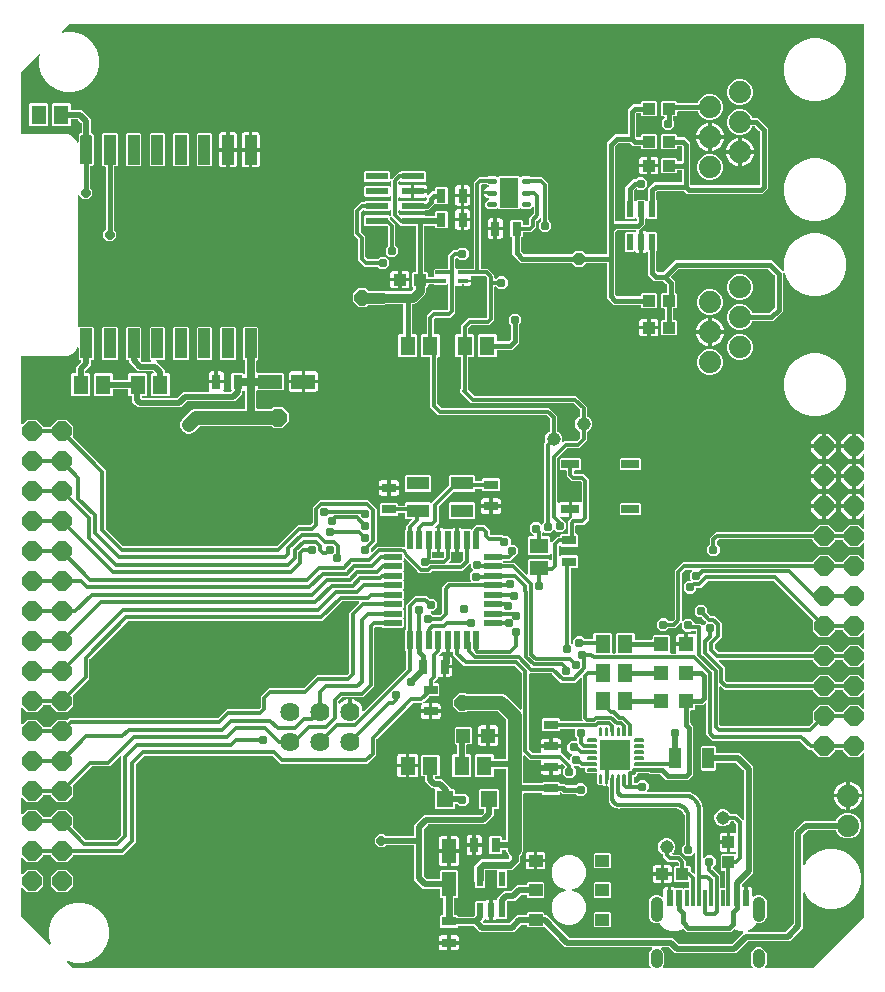
<source format=gbr>
G04 EAGLE Gerber RS-274X export*
G75*
%MOMM*%
%FSLAX34Y34*%
%LPD*%
%INTop Copper*%
%IPPOS*%
%AMOC8*
5,1,8,0,0,1.08239X$1,22.5*%
G01*
%ADD10R,1.200000X1.200000*%
%ADD11R,1.300000X1.600000*%
%ADD12R,1.900000X1.100000*%
%ADD13R,1.600000X1.300000*%
%ADD14R,1.200000X0.800000*%
%ADD15C,1.625600*%
%ADD16R,1.524000X0.762000*%
%ADD17R,0.547100X1.503800*%
%ADD18R,1.503800X0.547100*%
%ADD19P,1.742215X8X292.500000*%
%ADD20C,1.143000*%
%ADD21R,0.800000X1.200000*%
%ADD22P,1.742215X8X112.500000*%
%ADD23R,1.000000X1.800000*%
%ADD24C,0.140000*%
%ADD25R,2.500000X2.500000*%
%ADD26R,1.400000X1.400000*%
%ADD27R,1.200000X2.000000*%
%ADD28R,1.000000X1.100000*%
%ADD29R,1.100000X1.000000*%
%ADD30R,0.300000X1.450000*%
%ADD31R,0.600000X1.450000*%
%ADD32R,0.550000X1.450000*%
%ADD33C,1.000000*%
%ADD34R,1.150000X1.000000*%
%ADD35R,0.550000X1.200000*%
%ADD36R,1.300000X1.500000*%
%ADD37C,1.879600*%
%ADD38C,0.170000*%
%ADD39R,1.000000X2.500000*%
%ADD40R,2.000000X1.200000*%
%ADD41R,0.550000X1.350000*%
%ADD42R,1.600000X2.500000*%
%ADD43C,0.450000*%
%ADD44R,1.900000X0.600000*%
%ADD45R,0.900000X0.350000*%
%ADD46R,1.000000X0.350000*%
%ADD47C,0.304800*%
%ADD48P,0.818720X8X22.500000*%
%ADD49C,1.143000*%
%ADD50C,0.508000*%
%ADD51C,0.406400*%
%ADD52C,0.355600*%
%ADD53P,1.380047X8X22.500000*%
%ADD54P,1.623585X8X22.500000*%
%ADD55C,0.609600*%
%ADD56C,0.457200*%
%ADD57C,0.635000*%
%ADD58C,0.889000*%
%ADD59C,0.762000*%
%ADD60P,1.143437X8X22.500000*%
%ADD61C,0.254000*%
%ADD62P,0.872839X8X22.500000*%

G36*
X513814Y277754D02*
X513814Y277754D01*
X513833Y277752D01*
X513935Y277774D01*
X514037Y277790D01*
X514054Y277800D01*
X514074Y277804D01*
X514163Y277857D01*
X514254Y277906D01*
X514268Y277920D01*
X514285Y277930D01*
X514352Y278009D01*
X514424Y278084D01*
X514432Y278102D01*
X514445Y278117D01*
X514484Y278213D01*
X514527Y278307D01*
X514529Y278327D01*
X514537Y278345D01*
X514555Y278512D01*
X514555Y294382D01*
X515448Y295275D01*
X529712Y295275D01*
X530605Y294382D01*
X530605Y290068D01*
X530608Y290048D01*
X530606Y290029D01*
X530628Y289927D01*
X530644Y289825D01*
X530654Y289808D01*
X530658Y289788D01*
X530711Y289699D01*
X530760Y289608D01*
X530774Y289594D01*
X530784Y289577D01*
X530863Y289510D01*
X530938Y289438D01*
X530956Y289430D01*
X530971Y289417D01*
X531067Y289378D01*
X531161Y289335D01*
X531181Y289333D01*
X531199Y289325D01*
X531366Y289307D01*
X545094Y289307D01*
X545114Y289310D01*
X545133Y289308D01*
X545235Y289330D01*
X545337Y289346D01*
X545354Y289356D01*
X545374Y289360D01*
X545463Y289413D01*
X545554Y289462D01*
X545568Y289476D01*
X545585Y289486D01*
X545652Y289565D01*
X545724Y289640D01*
X545732Y289658D01*
X545745Y289673D01*
X545784Y289769D01*
X545827Y289863D01*
X545829Y289883D01*
X545837Y289901D01*
X545855Y290068D01*
X545855Y292382D01*
X546748Y293275D01*
X560012Y293275D01*
X560905Y292382D01*
X560905Y279118D01*
X560837Y279050D01*
X560795Y278992D01*
X560745Y278940D01*
X560723Y278893D01*
X560693Y278851D01*
X560672Y278782D01*
X560642Y278717D01*
X560636Y278665D01*
X560621Y278615D01*
X560623Y278544D01*
X560615Y278473D01*
X560626Y278422D01*
X560627Y278370D01*
X560652Y278302D01*
X560667Y278232D01*
X560694Y278187D01*
X560711Y278139D01*
X560756Y278083D01*
X560793Y278021D01*
X560833Y277987D01*
X560865Y277947D01*
X560925Y277908D01*
X560980Y277861D01*
X561028Y277842D01*
X561072Y277814D01*
X561141Y277796D01*
X561208Y277769D01*
X561279Y277761D01*
X561311Y277753D01*
X561334Y277755D01*
X561375Y277751D01*
X565293Y277751D01*
X565410Y277770D01*
X565528Y277788D01*
X565532Y277790D01*
X565536Y277790D01*
X565640Y277845D01*
X565747Y277901D01*
X565750Y277904D01*
X565753Y277906D01*
X565835Y277992D01*
X565918Y278077D01*
X565920Y278081D01*
X565923Y278084D01*
X565973Y278192D01*
X566024Y278299D01*
X566025Y278303D01*
X566026Y278307D01*
X566040Y278425D01*
X566054Y278543D01*
X566053Y278548D01*
X566054Y278551D01*
X566051Y278565D01*
X566029Y278709D01*
X565839Y279416D01*
X565839Y284227D01*
X573618Y284227D01*
X573638Y284230D01*
X573657Y284228D01*
X573759Y284250D01*
X573861Y284267D01*
X573878Y284276D01*
X573898Y284280D01*
X573987Y284333D01*
X574078Y284382D01*
X574092Y284396D01*
X574109Y284406D01*
X574176Y284485D01*
X574247Y284560D01*
X574256Y284578D01*
X574269Y284593D01*
X574308Y284689D01*
X574351Y284783D01*
X574353Y284803D01*
X574361Y284821D01*
X574379Y284988D01*
X574379Y285751D01*
X575142Y285751D01*
X575162Y285754D01*
X575181Y285752D01*
X575283Y285774D01*
X575385Y285791D01*
X575402Y285800D01*
X575422Y285804D01*
X575511Y285857D01*
X575602Y285906D01*
X575616Y285920D01*
X575633Y285930D01*
X575700Y286009D01*
X575771Y286084D01*
X575780Y286102D01*
X575793Y286117D01*
X575832Y286213D01*
X575875Y286307D01*
X575877Y286327D01*
X575885Y286345D01*
X575903Y286512D01*
X575903Y294291D01*
X580714Y294291D01*
X581447Y294095D01*
X581455Y294091D01*
X581482Y294088D01*
X581508Y294078D01*
X581604Y294074D01*
X581699Y294064D01*
X581726Y294069D01*
X581754Y294068D01*
X581846Y294095D01*
X581940Y294116D01*
X581964Y294130D01*
X581990Y294138D01*
X582069Y294193D01*
X582151Y294242D01*
X582169Y294263D01*
X582192Y294279D01*
X582248Y294356D01*
X582311Y294429D01*
X582321Y294455D01*
X582338Y294477D01*
X582367Y294568D01*
X582403Y294657D01*
X582407Y294691D01*
X582413Y294711D01*
X582412Y294744D01*
X582421Y294824D01*
X582421Y296164D01*
X582418Y296184D01*
X582420Y296203D01*
X582398Y296305D01*
X582382Y296407D01*
X582372Y296424D01*
X582368Y296444D01*
X582315Y296533D01*
X582266Y296624D01*
X582252Y296638D01*
X582242Y296655D01*
X582163Y296722D01*
X582088Y296794D01*
X582070Y296802D01*
X582055Y296815D01*
X581959Y296854D01*
X581865Y296897D01*
X581845Y296899D01*
X581827Y296907D01*
X581660Y296925D01*
X579065Y296925D01*
X578975Y296911D01*
X578884Y296903D01*
X578855Y296891D01*
X578823Y296886D01*
X578742Y296843D01*
X578658Y296807D01*
X578626Y296781D01*
X578605Y296770D01*
X578583Y296747D01*
X578527Y296702D01*
X578016Y296191D01*
X573620Y296191D01*
X570511Y299300D01*
X570511Y302742D01*
X570508Y302759D01*
X570510Y302775D01*
X570499Y302825D01*
X570498Y302884D01*
X570480Y302933D01*
X570472Y302985D01*
X570460Y303007D01*
X570458Y303015D01*
X570437Y303050D01*
X570413Y303115D01*
X570381Y303156D01*
X570356Y303202D01*
X570333Y303224D01*
X570332Y303226D01*
X570321Y303235D01*
X570304Y303251D01*
X570260Y303307D01*
X570216Y303335D01*
X570178Y303371D01*
X570113Y303402D01*
X570053Y303440D01*
X570002Y303453D01*
X569955Y303475D01*
X569884Y303483D01*
X569814Y303500D01*
X569762Y303496D01*
X569711Y303502D01*
X569640Y303487D01*
X569569Y303481D01*
X569521Y303461D01*
X569509Y303458D01*
X569501Y303457D01*
X569499Y303456D01*
X569470Y303450D01*
X569409Y303413D01*
X569343Y303385D01*
X569299Y303350D01*
X569283Y303342D01*
X569275Y303333D01*
X569259Y303324D01*
X569244Y303306D01*
X569212Y303280D01*
X568730Y302798D01*
X565143Y299211D01*
X559761Y299211D01*
X559671Y299197D01*
X559580Y299189D01*
X559551Y299177D01*
X559519Y299172D01*
X559438Y299129D01*
X559354Y299093D01*
X559322Y299067D01*
X559301Y299056D01*
X559279Y299033D01*
X559223Y298988D01*
X557188Y296953D01*
X552792Y296953D01*
X549683Y300062D01*
X549683Y304458D01*
X552792Y307567D01*
X557188Y307567D01*
X559223Y305532D01*
X559297Y305479D01*
X559367Y305419D01*
X559397Y305407D01*
X559423Y305388D01*
X559510Y305361D01*
X559595Y305327D01*
X559636Y305323D01*
X559658Y305316D01*
X559690Y305317D01*
X559761Y305309D01*
X562302Y305309D01*
X562392Y305323D01*
X562483Y305331D01*
X562513Y305343D01*
X562545Y305348D01*
X562625Y305391D01*
X562709Y305427D01*
X562741Y305453D01*
X562762Y305464D01*
X562784Y305487D01*
X562840Y305532D01*
X564418Y307110D01*
X564471Y307184D01*
X564531Y307253D01*
X564543Y307283D01*
X564562Y307310D01*
X564589Y307397D01*
X564623Y307481D01*
X564627Y307522D01*
X564634Y307545D01*
X564633Y307577D01*
X564641Y307648D01*
X564641Y347973D01*
X571507Y354839D01*
X680546Y354839D01*
X680566Y354842D01*
X680585Y354840D01*
X680687Y354862D01*
X680789Y354878D01*
X680806Y354888D01*
X680826Y354892D01*
X680915Y354945D01*
X681006Y354994D01*
X681020Y355008D01*
X681037Y355018D01*
X681104Y355097D01*
X681176Y355172D01*
X681184Y355190D01*
X681197Y355205D01*
X681236Y355301D01*
X681279Y355395D01*
X681281Y355415D01*
X681289Y355433D01*
X681307Y355600D01*
X681307Y355755D01*
X686915Y361363D01*
X694845Y361363D01*
X700453Y355755D01*
X700453Y355600D01*
X700456Y355580D01*
X700454Y355561D01*
X700476Y355459D01*
X700492Y355357D01*
X700502Y355340D01*
X700506Y355320D01*
X700559Y355231D01*
X700608Y355140D01*
X700622Y355126D01*
X700632Y355109D01*
X700711Y355042D01*
X700786Y354970D01*
X700804Y354962D01*
X700819Y354949D01*
X700915Y354910D01*
X701009Y354867D01*
X701029Y354865D01*
X701047Y354857D01*
X701214Y354839D01*
X705946Y354839D01*
X705966Y354842D01*
X705985Y354840D01*
X706087Y354862D01*
X706189Y354878D01*
X706206Y354888D01*
X706226Y354892D01*
X706315Y354945D01*
X706406Y354994D01*
X706420Y355008D01*
X706437Y355018D01*
X706504Y355097D01*
X706576Y355172D01*
X706584Y355190D01*
X706597Y355205D01*
X706636Y355301D01*
X706679Y355395D01*
X706681Y355415D01*
X706689Y355433D01*
X706707Y355600D01*
X706707Y355755D01*
X712315Y361363D01*
X720245Y361363D01*
X723924Y357684D01*
X723982Y357642D01*
X724034Y357593D01*
X724081Y357571D01*
X724123Y357541D01*
X724192Y357520D01*
X724257Y357489D01*
X724309Y357484D01*
X724359Y357468D01*
X724430Y357470D01*
X724501Y357462D01*
X724552Y357473D01*
X724604Y357475D01*
X724672Y357499D01*
X724742Y357514D01*
X724787Y357541D01*
X724835Y357559D01*
X724891Y357604D01*
X724953Y357641D01*
X724987Y357680D01*
X725027Y357713D01*
X725066Y357773D01*
X725113Y357828D01*
X725132Y357876D01*
X725160Y357920D01*
X725178Y357989D01*
X725205Y358056D01*
X725213Y358127D01*
X725221Y358158D01*
X725219Y358181D01*
X725223Y358222D01*
X725223Y370758D01*
X725212Y370828D01*
X725210Y370900D01*
X725192Y370949D01*
X725184Y371000D01*
X725150Y371064D01*
X725125Y371131D01*
X725093Y371172D01*
X725068Y371218D01*
X725016Y371267D01*
X724972Y371323D01*
X724928Y371351D01*
X724890Y371387D01*
X724825Y371417D01*
X724765Y371456D01*
X724714Y371469D01*
X724667Y371491D01*
X724596Y371499D01*
X724526Y371516D01*
X724474Y371512D01*
X724423Y371518D01*
X724352Y371503D01*
X724281Y371497D01*
X724233Y371477D01*
X724182Y371466D01*
X724121Y371429D01*
X724055Y371401D01*
X723999Y371356D01*
X723971Y371339D01*
X723956Y371322D01*
X723924Y371296D01*
X720245Y367617D01*
X712315Y367617D01*
X706707Y373225D01*
X706707Y373380D01*
X706704Y373400D01*
X706706Y373419D01*
X706684Y373521D01*
X706668Y373623D01*
X706658Y373640D01*
X706654Y373660D01*
X706601Y373749D01*
X706552Y373840D01*
X706538Y373854D01*
X706528Y373871D01*
X706449Y373938D01*
X706374Y374010D01*
X706356Y374018D01*
X706341Y374031D01*
X706245Y374070D01*
X706151Y374113D01*
X706131Y374115D01*
X706113Y374123D01*
X705946Y374141D01*
X701214Y374141D01*
X701194Y374138D01*
X701175Y374140D01*
X701073Y374118D01*
X700971Y374102D01*
X700954Y374092D01*
X700934Y374088D01*
X700845Y374035D01*
X700754Y373986D01*
X700740Y373972D01*
X700723Y373962D01*
X700656Y373883D01*
X700584Y373808D01*
X700576Y373790D01*
X700563Y373775D01*
X700524Y373679D01*
X700481Y373585D01*
X700479Y373565D01*
X700471Y373547D01*
X700453Y373380D01*
X700453Y373225D01*
X694845Y367617D01*
X686915Y367617D01*
X681307Y373225D01*
X681307Y373634D01*
X681304Y373654D01*
X681306Y373673D01*
X681284Y373775D01*
X681268Y373877D01*
X681258Y373894D01*
X681254Y373914D01*
X681201Y374003D01*
X681152Y374094D01*
X681138Y374108D01*
X681128Y374125D01*
X681049Y374192D01*
X680974Y374264D01*
X680956Y374272D01*
X680941Y374285D01*
X680845Y374324D01*
X680751Y374367D01*
X680731Y374369D01*
X680713Y374377D01*
X680546Y374395D01*
X602034Y374395D01*
X601944Y374381D01*
X601853Y374373D01*
X601823Y374361D01*
X601791Y374356D01*
X601711Y374313D01*
X601627Y374277D01*
X601595Y374251D01*
X601574Y374240D01*
X601552Y374217D01*
X601496Y374172D01*
X600680Y373356D01*
X600627Y373282D01*
X600567Y373213D01*
X600555Y373183D01*
X600536Y373156D01*
X600509Y373069D01*
X600475Y372985D01*
X600471Y372944D01*
X600464Y372921D01*
X600465Y372889D01*
X600457Y372818D01*
X600457Y370531D01*
X600471Y370441D01*
X600479Y370350D01*
X600491Y370321D01*
X600496Y370289D01*
X600539Y370208D01*
X600575Y370124D01*
X600601Y370092D01*
X600612Y370071D01*
X600635Y370049D01*
X600680Y369993D01*
X602715Y367958D01*
X602715Y363562D01*
X599606Y360453D01*
X595210Y360453D01*
X592101Y363562D01*
X592101Y367958D01*
X594136Y369993D01*
X594189Y370067D01*
X594249Y370137D01*
X594261Y370167D01*
X594280Y370193D01*
X594307Y370280D01*
X594341Y370365D01*
X594345Y370406D01*
X594352Y370428D01*
X594351Y370460D01*
X594359Y370531D01*
X594359Y375659D01*
X599193Y380493D01*
X680546Y380493D01*
X680566Y380496D01*
X680585Y380494D01*
X680687Y380516D01*
X680789Y380532D01*
X680806Y380542D01*
X680826Y380546D01*
X680915Y380599D01*
X681006Y380648D01*
X681020Y380662D01*
X681037Y380672D01*
X681104Y380751D01*
X681176Y380826D01*
X681184Y380844D01*
X681197Y380859D01*
X681236Y380955D01*
X681279Y381049D01*
X681281Y381069D01*
X681289Y381087D01*
X681295Y381143D01*
X686915Y386763D01*
X694845Y386763D01*
X700453Y381155D01*
X700453Y381000D01*
X700456Y380980D01*
X700454Y380961D01*
X700476Y380859D01*
X700492Y380757D01*
X700502Y380740D01*
X700506Y380720D01*
X700559Y380631D01*
X700608Y380540D01*
X700622Y380526D01*
X700632Y380509D01*
X700711Y380442D01*
X700786Y380370D01*
X700804Y380362D01*
X700819Y380349D01*
X700915Y380310D01*
X701009Y380267D01*
X701029Y380265D01*
X701047Y380257D01*
X701214Y380239D01*
X705946Y380239D01*
X705966Y380242D01*
X705985Y380240D01*
X706087Y380262D01*
X706189Y380278D01*
X706206Y380288D01*
X706226Y380292D01*
X706315Y380345D01*
X706406Y380394D01*
X706420Y380408D01*
X706437Y380418D01*
X706504Y380497D01*
X706576Y380572D01*
X706584Y380590D01*
X706597Y380605D01*
X706636Y380701D01*
X706679Y380795D01*
X706681Y380815D01*
X706689Y380833D01*
X706707Y381000D01*
X706707Y381155D01*
X712315Y386763D01*
X720245Y386763D01*
X723924Y383084D01*
X723982Y383042D01*
X724034Y382993D01*
X724081Y382971D01*
X724123Y382941D01*
X724192Y382920D01*
X724257Y382889D01*
X724309Y382884D01*
X724359Y382868D01*
X724430Y382870D01*
X724501Y382862D01*
X724552Y382873D01*
X724604Y382875D01*
X724672Y382899D01*
X724742Y382914D01*
X724787Y382941D01*
X724835Y382959D01*
X724891Y383004D01*
X724953Y383041D01*
X724987Y383080D01*
X725027Y383113D01*
X725066Y383173D01*
X725113Y383228D01*
X725132Y383276D01*
X725160Y383320D01*
X725178Y383389D01*
X725205Y383456D01*
X725213Y383527D01*
X725221Y383558D01*
X725219Y383581D01*
X725223Y383622D01*
X725223Y394721D01*
X725212Y394791D01*
X725210Y394863D01*
X725192Y394912D01*
X725184Y394964D01*
X725150Y395027D01*
X725125Y395094D01*
X725093Y395135D01*
X725068Y395181D01*
X725016Y395230D01*
X724972Y395286D01*
X724928Y395314D01*
X724890Y395350D01*
X724825Y395380D01*
X724765Y395419D01*
X724714Y395432D01*
X724667Y395454D01*
X724596Y395462D01*
X724526Y395479D01*
X724474Y395475D01*
X724423Y395481D01*
X724352Y395466D01*
X724281Y395460D01*
X724233Y395440D01*
X724182Y395429D01*
X724121Y395392D01*
X724055Y395364D01*
X723999Y395319D01*
X723971Y395303D01*
X723956Y395285D01*
X723924Y395259D01*
X720666Y392001D01*
X717803Y392001D01*
X717803Y401828D01*
X717800Y401848D01*
X717802Y401867D01*
X717780Y401969D01*
X717763Y402071D01*
X717754Y402088D01*
X717750Y402108D01*
X717697Y402197D01*
X717648Y402288D01*
X717634Y402302D01*
X717624Y402319D01*
X717545Y402386D01*
X717470Y402457D01*
X717452Y402466D01*
X717437Y402479D01*
X717341Y402517D01*
X717247Y402561D01*
X717227Y402563D01*
X717209Y402571D01*
X717042Y402589D01*
X716279Y402589D01*
X716279Y402591D01*
X717042Y402591D01*
X717062Y402594D01*
X717081Y402592D01*
X717183Y402614D01*
X717285Y402631D01*
X717302Y402640D01*
X717322Y402644D01*
X717411Y402697D01*
X717502Y402746D01*
X717516Y402760D01*
X717533Y402770D01*
X717600Y402849D01*
X717671Y402924D01*
X717680Y402942D01*
X717693Y402957D01*
X717732Y403053D01*
X717775Y403147D01*
X717777Y403167D01*
X717785Y403185D01*
X717803Y403352D01*
X717803Y413179D01*
X720666Y413179D01*
X723924Y409921D01*
X723982Y409879D01*
X724034Y409830D01*
X724081Y409808D01*
X724123Y409777D01*
X724192Y409756D01*
X724257Y409726D01*
X724309Y409720D01*
X724359Y409705D01*
X724430Y409707D01*
X724501Y409699D01*
X724552Y409710D01*
X724604Y409711D01*
X724672Y409736D01*
X724742Y409751D01*
X724787Y409778D01*
X724835Y409796D01*
X724891Y409841D01*
X724953Y409877D01*
X724987Y409917D01*
X725027Y409950D01*
X725066Y410010D01*
X725113Y410064D01*
X725132Y410113D01*
X725160Y410156D01*
X725178Y410226D01*
X725205Y410293D01*
X725213Y410364D01*
X725221Y410395D01*
X725219Y410418D01*
X725223Y410459D01*
X725223Y420121D01*
X725212Y420191D01*
X725210Y420263D01*
X725192Y420312D01*
X725184Y420364D01*
X725150Y420427D01*
X725125Y420494D01*
X725093Y420535D01*
X725068Y420581D01*
X725016Y420630D01*
X724972Y420686D01*
X724928Y420714D01*
X724890Y420750D01*
X724825Y420780D01*
X724765Y420819D01*
X724714Y420832D01*
X724667Y420854D01*
X724596Y420862D01*
X724526Y420879D01*
X724474Y420875D01*
X724423Y420881D01*
X724352Y420866D01*
X724281Y420860D01*
X724233Y420840D01*
X724182Y420829D01*
X724121Y420792D01*
X724055Y420764D01*
X723999Y420719D01*
X723971Y420703D01*
X723956Y420685D01*
X723924Y420659D01*
X720666Y417401D01*
X717803Y417401D01*
X717803Y427228D01*
X717800Y427248D01*
X717802Y427267D01*
X717780Y427369D01*
X717763Y427471D01*
X717754Y427488D01*
X717750Y427508D01*
X717697Y427597D01*
X717648Y427688D01*
X717634Y427702D01*
X717624Y427719D01*
X717545Y427786D01*
X717470Y427857D01*
X717452Y427866D01*
X717437Y427879D01*
X717341Y427917D01*
X717247Y427961D01*
X717227Y427963D01*
X717209Y427971D01*
X717042Y427989D01*
X716279Y427989D01*
X716279Y427991D01*
X717042Y427991D01*
X717062Y427994D01*
X717081Y427992D01*
X717183Y428014D01*
X717285Y428031D01*
X717302Y428040D01*
X717322Y428044D01*
X717411Y428097D01*
X717502Y428146D01*
X717516Y428160D01*
X717533Y428170D01*
X717600Y428249D01*
X717671Y428324D01*
X717680Y428342D01*
X717693Y428357D01*
X717732Y428453D01*
X717775Y428547D01*
X717777Y428567D01*
X717785Y428585D01*
X717803Y428752D01*
X717803Y438579D01*
X720666Y438579D01*
X723924Y435321D01*
X723982Y435279D01*
X724034Y435230D01*
X724081Y435208D01*
X724123Y435177D01*
X724192Y435156D01*
X724257Y435126D01*
X724309Y435120D01*
X724359Y435105D01*
X724430Y435107D01*
X724501Y435099D01*
X724552Y435110D01*
X724604Y435111D01*
X724672Y435136D01*
X724742Y435151D01*
X724787Y435178D01*
X724835Y435196D01*
X724891Y435241D01*
X724953Y435277D01*
X724987Y435317D01*
X725027Y435350D01*
X725066Y435410D01*
X725113Y435464D01*
X725132Y435513D01*
X725160Y435556D01*
X725178Y435626D01*
X725205Y435693D01*
X725213Y435764D01*
X725221Y435795D01*
X725219Y435818D01*
X725223Y435859D01*
X725223Y445521D01*
X725212Y445591D01*
X725210Y445663D01*
X725192Y445712D01*
X725184Y445764D01*
X725150Y445827D01*
X725125Y445894D01*
X725093Y445935D01*
X725068Y445981D01*
X725016Y446030D01*
X724972Y446086D01*
X724928Y446114D01*
X724890Y446150D01*
X724825Y446180D01*
X724765Y446219D01*
X724714Y446232D01*
X724667Y446254D01*
X724596Y446262D01*
X724526Y446279D01*
X724474Y446275D01*
X724423Y446281D01*
X724352Y446266D01*
X724281Y446260D01*
X724233Y446240D01*
X724182Y446229D01*
X724121Y446192D01*
X724055Y446164D01*
X723999Y446119D01*
X723971Y446103D01*
X723956Y446085D01*
X723924Y446059D01*
X720666Y442801D01*
X717803Y442801D01*
X717803Y452628D01*
X717800Y452648D01*
X717802Y452667D01*
X717780Y452769D01*
X717763Y452871D01*
X717754Y452888D01*
X717750Y452908D01*
X717697Y452997D01*
X717648Y453088D01*
X717634Y453102D01*
X717624Y453119D01*
X717545Y453186D01*
X717470Y453257D01*
X717452Y453266D01*
X717437Y453279D01*
X717341Y453317D01*
X717247Y453361D01*
X717227Y453363D01*
X717209Y453371D01*
X717042Y453389D01*
X716279Y453389D01*
X716279Y453391D01*
X717042Y453391D01*
X717062Y453394D01*
X717081Y453392D01*
X717183Y453414D01*
X717285Y453431D01*
X717302Y453440D01*
X717322Y453444D01*
X717411Y453497D01*
X717502Y453546D01*
X717516Y453560D01*
X717533Y453570D01*
X717600Y453649D01*
X717671Y453724D01*
X717680Y453742D01*
X717693Y453757D01*
X717732Y453853D01*
X717775Y453947D01*
X717777Y453967D01*
X717785Y453985D01*
X717803Y454152D01*
X717803Y463979D01*
X720666Y463979D01*
X723924Y460721D01*
X723982Y460679D01*
X724034Y460630D01*
X724081Y460608D01*
X724123Y460577D01*
X724192Y460556D01*
X724257Y460526D01*
X724309Y460520D01*
X724359Y460505D01*
X724430Y460507D01*
X724501Y460499D01*
X724552Y460510D01*
X724604Y460511D01*
X724672Y460536D01*
X724742Y460551D01*
X724787Y460578D01*
X724835Y460596D01*
X724891Y460641D01*
X724953Y460677D01*
X724987Y460717D01*
X725027Y460750D01*
X725066Y460810D01*
X725113Y460864D01*
X725132Y460913D01*
X725160Y460956D01*
X725178Y461026D01*
X725205Y461093D01*
X725213Y461164D01*
X725221Y461195D01*
X725219Y461218D01*
X725223Y461259D01*
X725223Y810262D01*
X725220Y810282D01*
X725222Y810301D01*
X725200Y810403D01*
X725184Y810505D01*
X725174Y810522D01*
X725170Y810542D01*
X725117Y810631D01*
X725068Y810722D01*
X725054Y810736D01*
X725044Y810753D01*
X724965Y810820D01*
X724890Y810891D01*
X724872Y810900D01*
X724857Y810913D01*
X724761Y810952D01*
X724667Y810995D01*
X724647Y810997D01*
X724629Y811005D01*
X724462Y811023D01*
X52443Y811021D01*
X52353Y811007D01*
X52262Y811000D01*
X52232Y810987D01*
X52200Y810982D01*
X52119Y810939D01*
X52036Y810903D01*
X52003Y810878D01*
X51983Y810867D01*
X51961Y810843D01*
X51905Y810798D01*
X45668Y804562D01*
X45640Y804523D01*
X45605Y804490D01*
X45569Y804424D01*
X45525Y804362D01*
X45511Y804317D01*
X45488Y804274D01*
X45475Y804200D01*
X45452Y804127D01*
X45454Y804079D01*
X45445Y804032D01*
X45457Y803957D01*
X45459Y803881D01*
X45475Y803836D01*
X45482Y803789D01*
X45517Y803722D01*
X45543Y803650D01*
X45573Y803613D01*
X45595Y803570D01*
X45649Y803517D01*
X45697Y803458D01*
X45737Y803432D01*
X45772Y803399D01*
X45840Y803366D01*
X45904Y803325D01*
X45950Y803314D01*
X45994Y803293D01*
X46069Y803284D01*
X46142Y803265D01*
X46190Y803269D01*
X46238Y803263D01*
X46365Y803283D01*
X46387Y803284D01*
X46394Y803287D01*
X46404Y803288D01*
X48726Y803911D01*
X55414Y803911D01*
X61874Y802180D01*
X67666Y798836D01*
X72396Y794106D01*
X75740Y788314D01*
X77471Y781854D01*
X77471Y775166D01*
X75740Y768706D01*
X72396Y762914D01*
X67666Y758184D01*
X61874Y754840D01*
X55414Y753109D01*
X48726Y753109D01*
X42266Y754840D01*
X36474Y758184D01*
X31744Y762914D01*
X28400Y768706D01*
X26669Y775166D01*
X26669Y781854D01*
X27292Y784176D01*
X27296Y784224D01*
X27310Y784270D01*
X27308Y784346D01*
X27316Y784421D01*
X27305Y784468D01*
X27304Y784516D01*
X27278Y784587D01*
X27261Y784661D01*
X27236Y784702D01*
X27220Y784747D01*
X27172Y784806D01*
X27133Y784871D01*
X27096Y784901D01*
X27066Y784939D01*
X27002Y784980D01*
X26944Y785029D01*
X26899Y785046D01*
X26859Y785072D01*
X26785Y785090D01*
X26715Y785118D01*
X26667Y785120D01*
X26620Y785132D01*
X26545Y785126D01*
X26469Y785130D01*
X26423Y785117D01*
X26375Y785113D01*
X26306Y785083D01*
X26233Y785062D01*
X26193Y785035D01*
X26149Y785017D01*
X26048Y784936D01*
X26030Y784923D01*
X26026Y784918D01*
X26018Y784912D01*
X11400Y770293D01*
X11347Y770219D01*
X11287Y770150D01*
X11275Y770120D01*
X11256Y770094D01*
X11229Y770007D01*
X11195Y769922D01*
X11191Y769881D01*
X11184Y769859D01*
X11185Y769826D01*
X11177Y769755D01*
X11177Y718058D01*
X11180Y718038D01*
X11178Y718019D01*
X11200Y717917D01*
X11216Y717815D01*
X11226Y717798D01*
X11230Y717778D01*
X11283Y717689D01*
X11332Y717598D01*
X11346Y717584D01*
X11356Y717567D01*
X11435Y717500D01*
X11510Y717428D01*
X11528Y717420D01*
X11543Y717407D01*
X11639Y717368D01*
X11733Y717325D01*
X11753Y717323D01*
X11771Y717315D01*
X11938Y717297D01*
X50483Y717297D01*
X54591Y715595D01*
X57735Y712451D01*
X58471Y710675D01*
X58522Y710592D01*
X58568Y710507D01*
X58586Y710489D01*
X58600Y710466D01*
X58676Y710404D01*
X58746Y710337D01*
X58770Y710326D01*
X58790Y710309D01*
X58881Y710275D01*
X58969Y710234D01*
X58995Y710231D01*
X59019Y710221D01*
X59117Y710217D01*
X59213Y710206D01*
X59239Y710212D01*
X59265Y710211D01*
X59359Y710238D01*
X59454Y710259D01*
X59476Y710272D01*
X59501Y710279D01*
X59581Y710335D01*
X59665Y710385D01*
X59682Y710405D01*
X59703Y710420D01*
X59762Y710498D01*
X59825Y710572D01*
X59835Y710596D01*
X59850Y710617D01*
X59880Y710710D01*
X59917Y710800D01*
X59920Y710832D01*
X59926Y710851D01*
X59926Y710884D01*
X59935Y710967D01*
X59935Y716934D01*
X61326Y718325D01*
X61634Y718325D01*
X61654Y718328D01*
X61673Y718326D01*
X61775Y718348D01*
X61877Y718364D01*
X61894Y718374D01*
X61914Y718378D01*
X62003Y718431D01*
X62094Y718480D01*
X62108Y718494D01*
X62125Y718504D01*
X62192Y718583D01*
X62264Y718658D01*
X62272Y718676D01*
X62285Y718691D01*
X62324Y718787D01*
X62367Y718881D01*
X62369Y718901D01*
X62377Y718919D01*
X62395Y719086D01*
X62395Y726561D01*
X62381Y726651D01*
X62373Y726742D01*
X62361Y726772D01*
X62356Y726804D01*
X62313Y726884D01*
X62277Y726968D01*
X62251Y727000D01*
X62240Y727021D01*
X62217Y727043D01*
X62172Y727099D01*
X59499Y729772D01*
X59425Y729825D01*
X59356Y729885D01*
X59326Y729897D01*
X59300Y729916D01*
X59213Y729943D01*
X59128Y729977D01*
X59087Y729981D01*
X59064Y729988D01*
X59032Y729987D01*
X58961Y729995D01*
X53846Y729995D01*
X53826Y729992D01*
X53807Y729994D01*
X53705Y729972D01*
X53603Y729956D01*
X53586Y729946D01*
X53566Y729942D01*
X53477Y729889D01*
X53386Y729840D01*
X53372Y729826D01*
X53355Y729816D01*
X53288Y729737D01*
X53216Y729662D01*
X53208Y729644D01*
X53195Y729629D01*
X53156Y729533D01*
X53113Y729439D01*
X53111Y729419D01*
X53103Y729401D01*
X53085Y729234D01*
X53085Y725428D01*
X52192Y724535D01*
X37928Y724535D01*
X37035Y725428D01*
X37035Y742692D01*
X37928Y743585D01*
X52192Y743585D01*
X53085Y742692D01*
X53085Y738886D01*
X53088Y738866D01*
X53086Y738847D01*
X53108Y738745D01*
X53124Y738643D01*
X53134Y738626D01*
X53138Y738606D01*
X53191Y738517D01*
X53240Y738426D01*
X53254Y738412D01*
X53264Y738395D01*
X53343Y738328D01*
X53418Y738256D01*
X53436Y738248D01*
X53451Y738235D01*
X53547Y738196D01*
X53641Y738153D01*
X53661Y738151D01*
X53679Y738143D01*
X53846Y738125D01*
X62644Y738125D01*
X70525Y730244D01*
X70525Y719086D01*
X70528Y719066D01*
X70526Y719047D01*
X70548Y718945D01*
X70564Y718843D01*
X70574Y718826D01*
X70578Y718806D01*
X70631Y718717D01*
X70680Y718626D01*
X70694Y718612D01*
X70704Y718595D01*
X70783Y718528D01*
X70858Y718456D01*
X70876Y718448D01*
X70891Y718435D01*
X70987Y718396D01*
X71081Y718353D01*
X71101Y718351D01*
X71119Y718343D01*
X71286Y718325D01*
X71594Y718325D01*
X72985Y716934D01*
X72985Y691666D01*
X71594Y690275D01*
X70358Y690275D01*
X70338Y690272D01*
X70319Y690274D01*
X70217Y690252D01*
X70115Y690236D01*
X70098Y690226D01*
X70078Y690222D01*
X69989Y690169D01*
X69898Y690120D01*
X69884Y690106D01*
X69867Y690096D01*
X69800Y690017D01*
X69728Y689942D01*
X69720Y689924D01*
X69707Y689909D01*
X69668Y689813D01*
X69625Y689719D01*
X69623Y689699D01*
X69615Y689681D01*
X69597Y689514D01*
X69597Y672637D01*
X69611Y672547D01*
X69619Y672456D01*
X69631Y672426D01*
X69636Y672394D01*
X69679Y672314D01*
X69715Y672230D01*
X69741Y672198D01*
X69752Y672177D01*
X69775Y672155D01*
X69820Y672099D01*
X71597Y670322D01*
X71597Y665718D01*
X68342Y662463D01*
X63738Y662463D01*
X60736Y665465D01*
X60678Y665507D01*
X60626Y665557D01*
X60579Y665579D01*
X60537Y665609D01*
X60468Y665630D01*
X60403Y665660D01*
X60351Y665666D01*
X60301Y665681D01*
X60230Y665679D01*
X60159Y665687D01*
X60108Y665676D01*
X60056Y665675D01*
X59988Y665650D01*
X59918Y665635D01*
X59873Y665608D01*
X59825Y665590D01*
X59769Y665546D01*
X59707Y665509D01*
X59673Y665469D01*
X59633Y665437D01*
X59594Y665376D01*
X59547Y665322D01*
X59528Y665274D01*
X59500Y665230D01*
X59482Y665160D01*
X59455Y665094D01*
X59447Y665022D01*
X59439Y664991D01*
X59441Y664968D01*
X59437Y664927D01*
X59437Y554771D01*
X59448Y554700D01*
X59450Y554628D01*
X59468Y554579D01*
X59476Y554528D01*
X59510Y554465D01*
X59535Y554397D01*
X59567Y554357D01*
X59592Y554311D01*
X59643Y554261D01*
X59688Y554205D01*
X59732Y554177D01*
X59770Y554141D01*
X59835Y554111D01*
X59895Y554072D01*
X59946Y554060D01*
X59993Y554038D01*
X60064Y554030D01*
X60134Y554012D01*
X60186Y554016D01*
X60237Y554011D01*
X60308Y554026D01*
X60379Y554031D01*
X60427Y554052D01*
X60478Y554063D01*
X60539Y554100D01*
X60605Y554128D01*
X60661Y554173D01*
X60689Y554189D01*
X60704Y554207D01*
X60736Y554233D01*
X60828Y554325D01*
X72092Y554325D01*
X72985Y553432D01*
X72985Y527168D01*
X72092Y526275D01*
X71286Y526275D01*
X71266Y526272D01*
X71247Y526274D01*
X71145Y526252D01*
X71043Y526236D01*
X71026Y526226D01*
X71006Y526222D01*
X70917Y526169D01*
X70826Y526120D01*
X70812Y526106D01*
X70795Y526096D01*
X70728Y526017D01*
X70656Y525942D01*
X70648Y525924D01*
X70635Y525909D01*
X70596Y525813D01*
X70553Y525719D01*
X70551Y525699D01*
X70543Y525681D01*
X70525Y525514D01*
X70525Y521976D01*
X65908Y517359D01*
X65855Y517285D01*
X65795Y517216D01*
X65783Y517186D01*
X65764Y517160D01*
X65737Y517073D01*
X65703Y516988D01*
X65699Y516947D01*
X65692Y516924D01*
X65693Y516892D01*
X65685Y516821D01*
X65685Y515746D01*
X65688Y515726D01*
X65686Y515707D01*
X65708Y515605D01*
X65724Y515503D01*
X65734Y515486D01*
X65738Y515466D01*
X65791Y515377D01*
X65840Y515286D01*
X65854Y515272D01*
X65864Y515255D01*
X65943Y515188D01*
X66018Y515116D01*
X66036Y515108D01*
X66051Y515095D01*
X66147Y515056D01*
X66241Y515013D01*
X66261Y515011D01*
X66279Y515003D01*
X66446Y514985D01*
X68752Y514985D01*
X69645Y514092D01*
X69645Y496828D01*
X68752Y495935D01*
X54488Y495935D01*
X53595Y496828D01*
X53595Y514092D01*
X54488Y514985D01*
X56794Y514985D01*
X56814Y514988D01*
X56833Y514986D01*
X56935Y515008D01*
X57037Y515024D01*
X57054Y515034D01*
X57074Y515038D01*
X57163Y515091D01*
X57254Y515140D01*
X57268Y515154D01*
X57285Y515164D01*
X57352Y515243D01*
X57424Y515318D01*
X57432Y515336D01*
X57445Y515351D01*
X57484Y515447D01*
X57527Y515541D01*
X57529Y515561D01*
X57537Y515579D01*
X57555Y515746D01*
X57555Y520504D01*
X62027Y524976D01*
X62069Y525034D01*
X62119Y525086D01*
X62141Y525133D01*
X62171Y525175D01*
X62192Y525244D01*
X62222Y525309D01*
X62228Y525361D01*
X62243Y525411D01*
X62241Y525482D01*
X62249Y525553D01*
X62238Y525604D01*
X62237Y525656D01*
X62212Y525724D01*
X62197Y525794D01*
X62170Y525839D01*
X62152Y525887D01*
X62108Y525943D01*
X62071Y526005D01*
X62031Y526039D01*
X61999Y526079D01*
X61938Y526118D01*
X61884Y526165D01*
X61836Y526184D01*
X61792Y526212D01*
X61722Y526230D01*
X61656Y526257D01*
X61584Y526265D01*
X61553Y526273D01*
X61530Y526271D01*
X61489Y526275D01*
X60828Y526275D01*
X59935Y527168D01*
X59935Y536173D01*
X59920Y536269D01*
X59910Y536366D01*
X59900Y536390D01*
X59896Y536416D01*
X59850Y536502D01*
X59810Y536591D01*
X59793Y536610D01*
X59780Y536633D01*
X59710Y536701D01*
X59644Y536772D01*
X59621Y536785D01*
X59602Y536803D01*
X59514Y536844D01*
X59428Y536891D01*
X59403Y536895D01*
X59379Y536906D01*
X59282Y536917D01*
X59186Y536935D01*
X59160Y536931D01*
X59135Y536934D01*
X59039Y536913D01*
X58943Y536899D01*
X58920Y536887D01*
X58894Y536881D01*
X58811Y536831D01*
X58724Y536787D01*
X58705Y536769D01*
X58683Y536755D01*
X58620Y536681D01*
X58552Y536612D01*
X58536Y536583D01*
X58523Y536568D01*
X58511Y536538D01*
X58471Y536465D01*
X57735Y534689D01*
X54591Y531545D01*
X50483Y529843D01*
X11938Y529843D01*
X11918Y529840D01*
X11899Y529842D01*
X11797Y529820D01*
X11695Y529804D01*
X11678Y529794D01*
X11658Y529790D01*
X11569Y529737D01*
X11478Y529688D01*
X11464Y529674D01*
X11447Y529664D01*
X11380Y529585D01*
X11308Y529510D01*
X11300Y529492D01*
X11287Y529477D01*
X11248Y529381D01*
X11205Y529287D01*
X11203Y529267D01*
X11195Y529249D01*
X11177Y529082D01*
X11177Y472322D01*
X11188Y472252D01*
X11190Y472180D01*
X11208Y472131D01*
X11216Y472080D01*
X11250Y472016D01*
X11275Y471949D01*
X11307Y471908D01*
X11332Y471862D01*
X11384Y471813D01*
X11428Y471757D01*
X11472Y471729D01*
X11510Y471693D01*
X11575Y471663D01*
X11635Y471624D01*
X11686Y471611D01*
X11733Y471589D01*
X11804Y471581D01*
X11874Y471564D01*
X11926Y471568D01*
X11977Y471562D01*
X12048Y471577D01*
X12119Y471583D01*
X12167Y471603D01*
X12218Y471614D01*
X12279Y471651D01*
X12345Y471679D01*
X12401Y471724D01*
X12429Y471741D01*
X12444Y471758D01*
X12476Y471784D01*
X16355Y475663D01*
X24285Y475663D01*
X29893Y470055D01*
X29893Y469900D01*
X29896Y469880D01*
X29894Y469861D01*
X29916Y469759D01*
X29932Y469657D01*
X29942Y469640D01*
X29946Y469620D01*
X29999Y469531D01*
X30048Y469440D01*
X30062Y469426D01*
X30072Y469409D01*
X30151Y469342D01*
X30226Y469270D01*
X30244Y469262D01*
X30259Y469249D01*
X30355Y469210D01*
X30449Y469167D01*
X30469Y469165D01*
X30487Y469157D01*
X30654Y469139D01*
X35386Y469139D01*
X35406Y469142D01*
X35425Y469140D01*
X35527Y469162D01*
X35629Y469178D01*
X35646Y469188D01*
X35666Y469192D01*
X35755Y469245D01*
X35846Y469294D01*
X35860Y469308D01*
X35877Y469318D01*
X35944Y469397D01*
X36016Y469472D01*
X36024Y469490D01*
X36037Y469505D01*
X36076Y469601D01*
X36119Y469695D01*
X36121Y469715D01*
X36129Y469733D01*
X36147Y469900D01*
X36147Y470055D01*
X41755Y475663D01*
X49685Y475663D01*
X55293Y470055D01*
X55293Y462125D01*
X55183Y462015D01*
X55171Y461999D01*
X55156Y461987D01*
X55100Y461899D01*
X55039Y461815D01*
X55034Y461796D01*
X55023Y461780D01*
X54998Y461679D01*
X54967Y461580D01*
X54968Y461560D01*
X54963Y461541D01*
X54971Y461438D01*
X54973Y461334D01*
X54980Y461316D01*
X54982Y461296D01*
X55022Y461201D01*
X55058Y461103D01*
X55070Y461088D01*
X55078Y461070D01*
X55183Y460939D01*
X83059Y433063D01*
X83059Y383848D01*
X83073Y383758D01*
X83081Y383667D01*
X83093Y383637D01*
X83098Y383605D01*
X83141Y383525D01*
X83177Y383441D01*
X83203Y383409D01*
X83214Y383388D01*
X83237Y383366D01*
X83282Y383310D01*
X97560Y369032D01*
X97634Y368979D01*
X97703Y368919D01*
X97733Y368907D01*
X97760Y368888D01*
X97847Y368861D01*
X97931Y368827D01*
X97972Y368823D01*
X97995Y368816D01*
X98027Y368817D01*
X98098Y368809D01*
X227276Y368809D01*
X227366Y368823D01*
X227457Y368831D01*
X227487Y368843D01*
X227519Y368848D01*
X227599Y368891D01*
X227683Y368927D01*
X227715Y368953D01*
X227736Y368964D01*
X227758Y368987D01*
X227814Y369032D01*
X245371Y386589D01*
X256232Y386589D01*
X256322Y386603D01*
X256413Y386611D01*
X256443Y386623D01*
X256475Y386628D01*
X256555Y386671D01*
X256639Y386707D01*
X256671Y386733D01*
X256692Y386744D01*
X256714Y386767D01*
X256770Y386812D01*
X257868Y387910D01*
X257921Y387984D01*
X257981Y388053D01*
X257993Y388083D01*
X258012Y388110D01*
X258039Y388197D01*
X258073Y388281D01*
X258077Y388322D01*
X258084Y388345D01*
X258083Y388377D01*
X258091Y388448D01*
X258091Y401602D01*
X263878Y407389D01*
X305082Y407389D01*
X312139Y400332D01*
X312139Y371828D01*
X307790Y367479D01*
X307737Y367405D01*
X307677Y367336D01*
X307665Y367305D01*
X307646Y367279D01*
X307619Y367192D01*
X307585Y367107D01*
X307581Y367066D01*
X307574Y367044D01*
X307575Y367012D01*
X307567Y366941D01*
X307567Y364516D01*
X307578Y364445D01*
X307580Y364374D01*
X307598Y364325D01*
X307606Y364273D01*
X307640Y364210D01*
X307665Y364143D01*
X307697Y364102D01*
X307722Y364056D01*
X307774Y364007D01*
X307818Y363951D01*
X307862Y363922D01*
X307900Y363887D01*
X307965Y363856D01*
X308025Y363818D01*
X308076Y363805D01*
X308123Y363783D01*
X308194Y363775D01*
X308264Y363758D01*
X308316Y363762D01*
X308367Y363756D01*
X308438Y363771D01*
X308509Y363777D01*
X308557Y363797D01*
X308608Y363808D01*
X308669Y363845D01*
X308735Y363873D01*
X308791Y363918D01*
X308819Y363934D01*
X308834Y363952D01*
X308866Y363978D01*
X311240Y366352D01*
X313249Y368361D01*
X334249Y368361D01*
X334593Y368017D01*
X334667Y367964D01*
X334736Y367905D01*
X334766Y367892D01*
X334793Y367874D01*
X334880Y367847D01*
X334964Y367813D01*
X335005Y367808D01*
X335028Y367801D01*
X335060Y367802D01*
X335131Y367794D01*
X335279Y367794D01*
X335298Y367797D01*
X335318Y367795D01*
X335419Y367817D01*
X335521Y367834D01*
X335539Y367843D01*
X335558Y367848D01*
X335647Y367901D01*
X335739Y367949D01*
X335752Y367963D01*
X335769Y367974D01*
X335837Y368052D01*
X335908Y368127D01*
X335916Y368145D01*
X335929Y368161D01*
X335968Y368257D01*
X336012Y368350D01*
X336014Y368370D01*
X336021Y368389D01*
X336040Y368555D01*
X336040Y381971D01*
X337028Y382959D01*
X337081Y383033D01*
X337141Y383102D01*
X337153Y383133D01*
X337172Y383159D01*
X337199Y383246D01*
X337233Y383331D01*
X337237Y383372D01*
X337244Y383394D01*
X337243Y383426D01*
X337251Y383497D01*
X337251Y386013D01*
X339260Y388022D01*
X341624Y390386D01*
X341666Y390444D01*
X341715Y390496D01*
X341737Y390543D01*
X341768Y390585D01*
X341789Y390654D01*
X341819Y390719D01*
X341825Y390771D01*
X341840Y390821D01*
X341838Y390892D01*
X341846Y390963D01*
X341835Y391014D01*
X341834Y391066D01*
X341809Y391134D01*
X341794Y391204D01*
X341767Y391248D01*
X341749Y391297D01*
X341704Y391353D01*
X341668Y391415D01*
X341628Y391449D01*
X341596Y391489D01*
X341535Y391528D01*
X341481Y391575D01*
X341432Y391594D01*
X341389Y391622D01*
X341319Y391640D01*
X341253Y391667D01*
X341181Y391675D01*
X341150Y391683D01*
X341127Y391681D01*
X341086Y391685D01*
X337128Y391685D01*
X336235Y392578D01*
X336235Y396130D01*
X336232Y396150D01*
X336234Y396169D01*
X336212Y396271D01*
X336196Y396373D01*
X336186Y396390D01*
X336182Y396410D01*
X336129Y396499D01*
X336080Y396590D01*
X336066Y396604D01*
X336056Y396621D01*
X335977Y396688D01*
X335902Y396760D01*
X335884Y396768D01*
X335869Y396781D01*
X335773Y396820D01*
X335679Y396863D01*
X335659Y396865D01*
X335641Y396873D01*
X335474Y396891D01*
X330866Y396891D01*
X330846Y396888D01*
X330827Y396890D01*
X330725Y396868D01*
X330623Y396852D01*
X330606Y396842D01*
X330586Y396838D01*
X330497Y396785D01*
X330406Y396736D01*
X330392Y396722D01*
X330375Y396712D01*
X330308Y396633D01*
X330236Y396558D01*
X330228Y396540D01*
X330215Y396525D01*
X330176Y396429D01*
X330133Y396335D01*
X330131Y396315D01*
X330123Y396297D01*
X330105Y396130D01*
X330105Y395308D01*
X329212Y394415D01*
X315948Y394415D01*
X315055Y395308D01*
X315055Y404572D01*
X315948Y405465D01*
X329212Y405465D01*
X330105Y404572D01*
X330105Y403750D01*
X330108Y403730D01*
X330106Y403711D01*
X330128Y403609D01*
X330144Y403507D01*
X330154Y403490D01*
X330158Y403470D01*
X330211Y403381D01*
X330260Y403290D01*
X330274Y403276D01*
X330284Y403259D01*
X330363Y403192D01*
X330438Y403120D01*
X330456Y403112D01*
X330471Y403099D01*
X330567Y403060D01*
X330661Y403017D01*
X330681Y403015D01*
X330699Y403007D01*
X330866Y402989D01*
X335474Y402989D01*
X335494Y402992D01*
X335513Y402990D01*
X335615Y403012D01*
X335717Y403028D01*
X335734Y403038D01*
X335754Y403042D01*
X335843Y403095D01*
X335934Y403144D01*
X335948Y403158D01*
X335965Y403168D01*
X336032Y403247D01*
X336104Y403322D01*
X336112Y403340D01*
X336125Y403355D01*
X336164Y403451D01*
X336207Y403545D01*
X336209Y403565D01*
X336217Y403583D01*
X336235Y403750D01*
X336235Y404842D01*
X337128Y405735D01*
X357392Y405735D01*
X357914Y405212D01*
X357930Y405201D01*
X357943Y405185D01*
X358030Y405129D01*
X358114Y405069D01*
X358133Y405063D01*
X358150Y405052D01*
X358250Y405027D01*
X358349Y404996D01*
X358369Y404997D01*
X358388Y404992D01*
X358491Y405000D01*
X358595Y405003D01*
X358614Y405010D01*
X358633Y405011D01*
X358728Y405051D01*
X358826Y405087D01*
X358841Y405100D01*
X358860Y405107D01*
X358991Y405212D01*
X373012Y419234D01*
X373065Y419308D01*
X373125Y419377D01*
X373137Y419407D01*
X373156Y419434D01*
X373183Y419521D01*
X373217Y419605D01*
X373221Y419646D01*
X373228Y419669D01*
X373227Y419701D01*
X373235Y419772D01*
X373235Y427842D01*
X374128Y428735D01*
X394392Y428735D01*
X395285Y427842D01*
X395285Y424290D01*
X395288Y424270D01*
X395286Y424251D01*
X395308Y424149D01*
X395324Y424047D01*
X395334Y424030D01*
X395338Y424010D01*
X395391Y423921D01*
X395440Y423830D01*
X395454Y423816D01*
X395464Y423799D01*
X395543Y423732D01*
X395618Y423660D01*
X395636Y423652D01*
X395651Y423639D01*
X395747Y423600D01*
X395841Y423557D01*
X395861Y423555D01*
X395879Y423547D01*
X396046Y423529D01*
X400654Y423529D01*
X400674Y423532D01*
X400693Y423530D01*
X400795Y423552D01*
X400897Y423568D01*
X400914Y423578D01*
X400934Y423582D01*
X401023Y423635D01*
X401114Y423684D01*
X401128Y423698D01*
X401145Y423708D01*
X401212Y423787D01*
X401284Y423862D01*
X401292Y423880D01*
X401305Y423895D01*
X401344Y423991D01*
X401387Y424085D01*
X401389Y424105D01*
X401397Y424123D01*
X401415Y424290D01*
X401415Y425112D01*
X402308Y426005D01*
X415572Y426005D01*
X416465Y425112D01*
X416465Y415848D01*
X415572Y414955D01*
X402308Y414955D01*
X401415Y415848D01*
X401415Y416670D01*
X401412Y416690D01*
X401414Y416709D01*
X401392Y416811D01*
X401376Y416913D01*
X401366Y416930D01*
X401362Y416950D01*
X401309Y417039D01*
X401260Y417130D01*
X401246Y417144D01*
X401236Y417161D01*
X401157Y417228D01*
X401082Y417300D01*
X401064Y417308D01*
X401049Y417321D01*
X400953Y417360D01*
X400859Y417403D01*
X400839Y417405D01*
X400821Y417413D01*
X400654Y417431D01*
X396046Y417431D01*
X396026Y417428D01*
X396007Y417430D01*
X395905Y417408D01*
X395803Y417392D01*
X395786Y417382D01*
X395766Y417378D01*
X395677Y417325D01*
X395586Y417276D01*
X395572Y417262D01*
X395555Y417252D01*
X395488Y417173D01*
X395416Y417098D01*
X395408Y417080D01*
X395395Y417065D01*
X395356Y416969D01*
X395313Y416875D01*
X395311Y416855D01*
X395303Y416837D01*
X395285Y416670D01*
X395285Y415578D01*
X394392Y414685D01*
X377402Y414685D01*
X377312Y414671D01*
X377221Y414663D01*
X377191Y414651D01*
X377159Y414646D01*
X377079Y414603D01*
X376995Y414567D01*
X376963Y414541D01*
X376942Y414530D01*
X376920Y414507D01*
X376864Y414462D01*
X365222Y402820D01*
X365169Y402746D01*
X365109Y402677D01*
X365097Y402647D01*
X365078Y402620D01*
X365051Y402533D01*
X365017Y402449D01*
X365013Y402408D01*
X365006Y402385D01*
X365007Y402353D01*
X364999Y402282D01*
X364999Y388627D01*
X362990Y386618D01*
X361551Y385179D01*
X361509Y385121D01*
X361460Y385069D01*
X361438Y385022D01*
X361407Y384980D01*
X361386Y384911D01*
X361356Y384846D01*
X361350Y384794D01*
X361335Y384744D01*
X361337Y384673D01*
X361329Y384602D01*
X361340Y384551D01*
X361341Y384499D01*
X361366Y384431D01*
X361381Y384361D01*
X361408Y384316D01*
X361426Y384268D01*
X361471Y384212D01*
X361507Y384150D01*
X361547Y384116D01*
X361579Y384076D01*
X361640Y384037D01*
X361694Y383990D01*
X361743Y383971D01*
X361786Y383943D01*
X361856Y383925D01*
X361922Y383898D01*
X361994Y383890D01*
X362025Y383882D01*
X362048Y383884D01*
X362089Y383880D01*
X362933Y383880D01*
X362933Y374426D01*
X362936Y374406D01*
X362934Y374386D01*
X362956Y374285D01*
X362973Y374183D01*
X362982Y374166D01*
X362986Y374146D01*
X363039Y374057D01*
X363088Y373966D01*
X363102Y373952D01*
X363112Y373935D01*
X363191Y373868D01*
X363238Y373823D01*
X363234Y373820D01*
X363220Y373806D01*
X363203Y373796D01*
X363136Y373717D01*
X363065Y373642D01*
X363056Y373624D01*
X363043Y373609D01*
X363005Y373513D01*
X362961Y373419D01*
X362959Y373399D01*
X362951Y373381D01*
X362933Y373214D01*
X362933Y363760D01*
X361230Y363760D01*
X360584Y363933D01*
X360491Y363987D01*
X360401Y364021D01*
X360315Y364061D01*
X360287Y364064D01*
X360261Y364074D01*
X360165Y364078D01*
X360071Y364088D01*
X360043Y364082D01*
X360015Y364083D01*
X359923Y364056D01*
X359830Y364036D01*
X359806Y364021D01*
X359779Y364013D01*
X359701Y363959D01*
X359619Y363910D01*
X359601Y363888D01*
X359578Y363872D01*
X359521Y363795D01*
X359459Y363723D01*
X359449Y363697D01*
X359432Y363674D01*
X359403Y363583D01*
X359367Y363495D01*
X359363Y363459D01*
X359357Y363440D01*
X359357Y363407D01*
X359349Y363328D01*
X359349Y359410D01*
X359352Y359390D01*
X359350Y359371D01*
X359372Y359269D01*
X359388Y359167D01*
X359398Y359150D01*
X359402Y359130D01*
X359455Y359041D01*
X359504Y358950D01*
X359518Y358936D01*
X359528Y358919D01*
X359607Y358852D01*
X359682Y358780D01*
X359700Y358772D01*
X359715Y358759D01*
X359811Y358720D01*
X359905Y358677D01*
X359925Y358675D01*
X359943Y358667D01*
X360110Y358649D01*
X367992Y358649D01*
X368082Y358663D01*
X368173Y358671D01*
X368203Y358683D01*
X368235Y358688D01*
X368315Y358731D01*
X368399Y358767D01*
X368431Y358793D01*
X368452Y358804D01*
X368474Y358827D01*
X368530Y358872D01*
X369028Y359370D01*
X369081Y359444D01*
X369141Y359513D01*
X369153Y359543D01*
X369172Y359570D01*
X369199Y359657D01*
X369233Y359741D01*
X369237Y359782D01*
X369244Y359805D01*
X369243Y359837D01*
X369251Y359908D01*
X369251Y363328D01*
X369236Y363422D01*
X369227Y363517D01*
X369216Y363543D01*
X369212Y363571D01*
X369167Y363655D01*
X369129Y363742D01*
X369110Y363763D01*
X369096Y363788D01*
X369027Y363854D01*
X368963Y363924D01*
X368939Y363938D01*
X368918Y363957D01*
X368832Y363998D01*
X368748Y364044D01*
X368721Y364049D01*
X368695Y364061D01*
X368600Y364072D01*
X368507Y364089D01*
X368479Y364085D01*
X368451Y364088D01*
X368357Y364068D01*
X368263Y364055D01*
X368231Y364040D01*
X368210Y364036D01*
X368182Y364019D01*
X368109Y363987D01*
X368016Y363933D01*
X367370Y363760D01*
X365667Y363760D01*
X365667Y373214D01*
X365664Y373234D01*
X365666Y373254D01*
X365644Y373355D01*
X365627Y373457D01*
X365618Y373474D01*
X365614Y373494D01*
X365561Y373583D01*
X365512Y373674D01*
X365498Y373688D01*
X365488Y373705D01*
X365409Y373772D01*
X365362Y373817D01*
X365366Y373820D01*
X365380Y373834D01*
X365397Y373844D01*
X365464Y373923D01*
X365535Y373998D01*
X365544Y374016D01*
X365557Y374031D01*
X365595Y374127D01*
X365639Y374221D01*
X365641Y374241D01*
X365649Y374259D01*
X365667Y374426D01*
X365667Y383880D01*
X367370Y383880D01*
X368016Y383707D01*
X368596Y383372D01*
X368881Y383087D01*
X368955Y383034D01*
X369024Y382974D01*
X369055Y382962D01*
X369081Y382943D01*
X369168Y382916D01*
X369253Y382882D01*
X369293Y382878D01*
X369316Y382871D01*
X369348Y382872D01*
X369419Y382864D01*
X375181Y382864D01*
X375271Y382878D01*
X375362Y382886D01*
X375392Y382898D01*
X375424Y382903D01*
X375504Y382946D01*
X375588Y382982D01*
X375620Y383008D01*
X375641Y383019D01*
X375663Y383042D01*
X375719Y383087D01*
X376004Y383372D01*
X376584Y383707D01*
X377230Y383880D01*
X378933Y383880D01*
X378933Y374426D01*
X378936Y374406D01*
X378934Y374386D01*
X378956Y374285D01*
X378973Y374183D01*
X378982Y374166D01*
X378986Y374146D01*
X379039Y374057D01*
X379088Y373966D01*
X379102Y373952D01*
X379112Y373935D01*
X379191Y373868D01*
X379238Y373823D01*
X379234Y373820D01*
X379220Y373806D01*
X379203Y373796D01*
X379136Y373717D01*
X379065Y373642D01*
X379056Y373624D01*
X379043Y373609D01*
X379005Y373513D01*
X378961Y373419D01*
X378959Y373399D01*
X378951Y373381D01*
X378933Y373214D01*
X378933Y363760D01*
X377230Y363760D01*
X376584Y363933D01*
X376491Y363987D01*
X376401Y364021D01*
X376315Y364061D01*
X376287Y364064D01*
X376261Y364074D01*
X376165Y364078D01*
X376071Y364088D01*
X376043Y364082D01*
X376015Y364083D01*
X375923Y364056D01*
X375830Y364036D01*
X375806Y364021D01*
X375779Y364013D01*
X375701Y363959D01*
X375619Y363910D01*
X375601Y363888D01*
X375578Y363872D01*
X375521Y363795D01*
X375459Y363723D01*
X375449Y363697D01*
X375432Y363674D01*
X375403Y363583D01*
X375367Y363495D01*
X375363Y363459D01*
X375357Y363440D01*
X375357Y363407D01*
X375349Y363328D01*
X375349Y357067D01*
X373658Y355376D01*
X373616Y355318D01*
X373567Y355266D01*
X373545Y355219D01*
X373514Y355177D01*
X373493Y355108D01*
X373463Y355043D01*
X373457Y354991D01*
X373442Y354941D01*
X373444Y354870D01*
X373436Y354799D01*
X373447Y354748D01*
X373448Y354696D01*
X373473Y354628D01*
X373488Y354558D01*
X373515Y354513D01*
X373533Y354465D01*
X373578Y354409D01*
X373614Y354347D01*
X373654Y354313D01*
X373686Y354273D01*
X373747Y354234D01*
X373801Y354187D01*
X373850Y354168D01*
X373893Y354140D01*
X373963Y354122D01*
X374029Y354095D01*
X374101Y354087D01*
X374132Y354079D01*
X374155Y354081D01*
X374196Y354077D01*
X382470Y354077D01*
X382560Y354091D01*
X382651Y354099D01*
X382681Y354111D01*
X382713Y354116D01*
X382793Y354159D01*
X382877Y354195D01*
X382909Y354221D01*
X382930Y354232D01*
X382952Y354255D01*
X383008Y354300D01*
X385028Y356320D01*
X385081Y356394D01*
X385141Y356463D01*
X385153Y356493D01*
X385172Y356520D01*
X385199Y356607D01*
X385233Y356691D01*
X385237Y356732D01*
X385244Y356755D01*
X385243Y356787D01*
X385251Y356858D01*
X385251Y363328D01*
X385236Y363422D01*
X385227Y363517D01*
X385216Y363543D01*
X385212Y363571D01*
X385167Y363655D01*
X385129Y363742D01*
X385110Y363763D01*
X385096Y363788D01*
X385027Y363854D01*
X384963Y363924D01*
X384939Y363938D01*
X384918Y363957D01*
X384832Y363998D01*
X384748Y364044D01*
X384721Y364049D01*
X384695Y364061D01*
X384600Y364072D01*
X384507Y364089D01*
X384479Y364085D01*
X384451Y364088D01*
X384357Y364068D01*
X384263Y364055D01*
X384231Y364040D01*
X384210Y364036D01*
X384182Y364019D01*
X384109Y363987D01*
X384016Y363933D01*
X383370Y363760D01*
X381667Y363760D01*
X381667Y373214D01*
X381664Y373234D01*
X381666Y373254D01*
X381644Y373355D01*
X381627Y373457D01*
X381618Y373474D01*
X381614Y373494D01*
X381561Y373583D01*
X381512Y373674D01*
X381498Y373688D01*
X381488Y373705D01*
X381409Y373772D01*
X381362Y373817D01*
X381366Y373820D01*
X381380Y373834D01*
X381397Y373844D01*
X381464Y373923D01*
X381535Y373998D01*
X381544Y374016D01*
X381557Y374031D01*
X381595Y374127D01*
X381639Y374221D01*
X381641Y374241D01*
X381649Y374259D01*
X381667Y374426D01*
X381667Y383880D01*
X383370Y383880D01*
X384016Y383707D01*
X384596Y383372D01*
X384881Y383087D01*
X384955Y383034D01*
X385024Y382974D01*
X385055Y382962D01*
X385081Y382943D01*
X385168Y382916D01*
X385253Y382882D01*
X385293Y382878D01*
X385316Y382871D01*
X385348Y382872D01*
X385419Y382864D01*
X391667Y382864D01*
X391762Y382769D01*
X391778Y382757D01*
X391790Y382742D01*
X391878Y382686D01*
X391961Y382626D01*
X391980Y382620D01*
X391997Y382609D01*
X392098Y382584D01*
X392197Y382553D01*
X392217Y382554D01*
X392236Y382549D01*
X392339Y382557D01*
X392442Y382560D01*
X392461Y382566D01*
X392481Y382568D01*
X392576Y382608D01*
X392673Y382644D01*
X392689Y382657D01*
X392707Y382664D01*
X392838Y382769D01*
X393028Y382959D01*
X393082Y383033D01*
X393141Y383103D01*
X393153Y383133D01*
X393172Y383159D01*
X393199Y383246D01*
X393233Y383331D01*
X393237Y383372D01*
X393244Y383394D01*
X393243Y383426D01*
X393251Y383497D01*
X393251Y383593D01*
X395260Y385602D01*
X396247Y386589D01*
X403853Y386589D01*
X408179Y382263D01*
X408179Y378768D01*
X408193Y378678D01*
X408201Y378587D01*
X408213Y378557D01*
X408218Y378525D01*
X408261Y378445D01*
X408297Y378361D01*
X408323Y378329D01*
X408334Y378308D01*
X408357Y378286D01*
X408402Y378230D01*
X408710Y377922D01*
X408784Y377869D01*
X408853Y377809D01*
X408883Y377797D01*
X408910Y377778D01*
X408997Y377751D01*
X409081Y377717D01*
X409122Y377713D01*
X409145Y377706D01*
X409177Y377707D01*
X409248Y377699D01*
X419093Y377699D01*
X419152Y377640D01*
X419226Y377587D01*
X419295Y377527D01*
X419325Y377515D01*
X419352Y377496D01*
X419439Y377469D01*
X419523Y377435D01*
X419564Y377431D01*
X419587Y377424D01*
X419619Y377425D01*
X419690Y377417D01*
X422568Y377417D01*
X425677Y374308D01*
X425677Y370558D01*
X425680Y370538D01*
X425678Y370519D01*
X425700Y370417D01*
X425716Y370315D01*
X425726Y370298D01*
X425730Y370278D01*
X425783Y370189D01*
X425832Y370098D01*
X425846Y370084D01*
X425856Y370067D01*
X425935Y370000D01*
X426010Y369928D01*
X426028Y369920D01*
X426043Y369907D01*
X426139Y369868D01*
X426233Y369825D01*
X426253Y369823D01*
X426271Y369815D01*
X426438Y369797D01*
X428918Y369797D01*
X432027Y366688D01*
X432027Y362292D01*
X428918Y359183D01*
X428580Y359183D01*
X428490Y359169D01*
X428399Y359161D01*
X428369Y359149D01*
X428337Y359144D01*
X428257Y359101D01*
X428173Y359065D01*
X428141Y359039D01*
X428120Y359028D01*
X428098Y359005D01*
X428042Y358960D01*
X425503Y356421D01*
X420327Y356421D01*
X420237Y356407D01*
X420146Y356399D01*
X420117Y356387D01*
X420085Y356382D01*
X420004Y356339D01*
X419920Y356303D01*
X419888Y356277D01*
X419867Y356266D01*
X419845Y356243D01*
X419789Y356198D01*
X419599Y356008D01*
X419587Y355992D01*
X419572Y355980D01*
X419516Y355893D01*
X419456Y355808D01*
X419450Y355789D01*
X419439Y355773D01*
X419414Y355672D01*
X419383Y355573D01*
X419384Y355553D01*
X419379Y355534D01*
X419387Y355431D01*
X419390Y355328D01*
X419396Y355309D01*
X419398Y355289D01*
X419438Y355194D01*
X419474Y355096D01*
X419487Y355081D01*
X419494Y355063D01*
X419599Y354932D01*
X419789Y354742D01*
X419863Y354688D01*
X419933Y354629D01*
X419963Y354617D01*
X419989Y354598D01*
X420076Y354571D01*
X420161Y354537D01*
X420202Y354533D01*
X420224Y354526D01*
X420256Y354527D01*
X420327Y354519D01*
X429065Y354519D01*
X438756Y344828D01*
X438814Y344786D01*
X438866Y344737D01*
X438913Y344715D01*
X438955Y344684D01*
X439024Y344663D01*
X439089Y344633D01*
X439141Y344627D01*
X439191Y344612D01*
X439262Y344614D01*
X439333Y344606D01*
X439384Y344617D01*
X439436Y344618D01*
X439504Y344643D01*
X439574Y344658D01*
X439619Y344685D01*
X439667Y344703D01*
X439723Y344748D01*
X439785Y344784D01*
X439819Y344824D01*
X439859Y344856D01*
X439898Y344917D01*
X439945Y344971D01*
X439964Y345020D01*
X439992Y345063D01*
X440010Y345133D01*
X440037Y345199D01*
X440045Y345271D01*
X440053Y345302D01*
X440051Y345325D01*
X440055Y345366D01*
X440055Y357042D01*
X440948Y357935D01*
X458212Y357935D01*
X459202Y356945D01*
X459260Y356903D01*
X459312Y356853D01*
X459359Y356831D01*
X459401Y356801D01*
X459470Y356780D01*
X459535Y356750D01*
X459587Y356744D01*
X459637Y356729D01*
X459708Y356731D01*
X459779Y356723D01*
X459830Y356734D01*
X459882Y356735D01*
X459950Y356760D01*
X460020Y356775D01*
X460065Y356802D01*
X460113Y356819D01*
X460169Y356864D01*
X460231Y356901D01*
X460265Y356941D01*
X460305Y356973D01*
X460344Y357033D01*
X460391Y357088D01*
X460410Y357136D01*
X460438Y357180D01*
X460456Y357250D01*
X460483Y357316D01*
X460491Y357387D01*
X460499Y357419D01*
X460497Y357442D01*
X460501Y357483D01*
X460501Y361337D01*
X460490Y361408D01*
X460488Y361480D01*
X460470Y361529D01*
X460462Y361580D01*
X460428Y361643D01*
X460403Y361711D01*
X460371Y361751D01*
X460346Y361797D01*
X460294Y361847D01*
X460250Y361903D01*
X460206Y361931D01*
X460168Y361967D01*
X460103Y361997D01*
X460043Y362036D01*
X459992Y362048D01*
X459945Y362070D01*
X459874Y362078D01*
X459804Y362096D01*
X459752Y362092D01*
X459701Y362097D01*
X459630Y362082D01*
X459559Y362077D01*
X459511Y362056D01*
X459460Y362045D01*
X459399Y362008D01*
X459333Y361980D01*
X459277Y361935D01*
X459249Y361919D01*
X459234Y361901D01*
X459202Y361875D01*
X458212Y360885D01*
X440948Y360885D01*
X440055Y361778D01*
X440055Y376042D01*
X440948Y376935D01*
X444303Y376935D01*
X444373Y376946D01*
X444445Y376948D01*
X444494Y376966D01*
X444545Y376974D01*
X444609Y377008D01*
X444676Y377033D01*
X444717Y377065D01*
X444763Y377090D01*
X444812Y377142D01*
X444868Y377186D01*
X444896Y377230D01*
X444932Y377268D01*
X444962Y377333D01*
X445001Y377393D01*
X445014Y377444D01*
X445036Y377491D01*
X445044Y377562D01*
X445061Y377632D01*
X445057Y377684D01*
X445063Y377735D01*
X445048Y377806D01*
X445042Y377877D01*
X445022Y377925D01*
X445011Y377976D01*
X444974Y378037D01*
X444946Y378103D01*
X444901Y378159D01*
X444884Y378187D01*
X444867Y378202D01*
X444841Y378234D01*
X441733Y381342D01*
X441733Y385738D01*
X444842Y388847D01*
X449238Y388847D01*
X450947Y387138D01*
X450963Y387127D01*
X450975Y387111D01*
X451063Y387055D01*
X451146Y386995D01*
X451165Y386989D01*
X451182Y386978D01*
X451283Y386953D01*
X451382Y386922D01*
X451401Y386923D01*
X451421Y386918D01*
X451524Y386926D01*
X451627Y386929D01*
X451646Y386935D01*
X451666Y386937D01*
X451761Y386977D01*
X451858Y387013D01*
X451874Y387026D01*
X451892Y387033D01*
X452023Y387138D01*
X453928Y389043D01*
X453981Y389117D01*
X454041Y389187D01*
X454053Y389217D01*
X454072Y389243D01*
X454099Y389330D01*
X454133Y389415D01*
X454137Y389456D01*
X454144Y389478D01*
X454143Y389510D01*
X454151Y389581D01*
X454151Y455669D01*
X454862Y456380D01*
X454931Y456475D01*
X455000Y456569D01*
X455002Y456575D01*
X455006Y456580D01*
X455040Y456691D01*
X455077Y456803D01*
X455077Y456809D01*
X455078Y456815D01*
X455075Y456932D01*
X455074Y457049D01*
X455072Y457056D01*
X455072Y457061D01*
X455066Y457078D01*
X455027Y457210D01*
X454786Y457792D01*
X454786Y460672D01*
X455888Y463333D01*
X457925Y465370D01*
X458507Y465611D01*
X458606Y465672D01*
X458707Y465732D01*
X458711Y465737D01*
X458716Y465740D01*
X458790Y465830D01*
X458867Y465919D01*
X458869Y465925D01*
X458873Y465930D01*
X458915Y466038D01*
X458959Y466147D01*
X458960Y466155D01*
X458961Y466159D01*
X458962Y466178D01*
X458977Y466314D01*
X458977Y476196D01*
X458963Y476286D01*
X458955Y476377D01*
X458943Y476407D01*
X458938Y476439D01*
X458895Y476519D01*
X458859Y476603D01*
X458833Y476635D01*
X458822Y476656D01*
X458799Y476678D01*
X458754Y476734D01*
X456160Y479328D01*
X456086Y479381D01*
X456017Y479441D01*
X455987Y479453D01*
X455960Y479472D01*
X455873Y479499D01*
X455789Y479533D01*
X455748Y479537D01*
X455725Y479544D01*
X455693Y479543D01*
X455622Y479551D01*
X364497Y479551D01*
X357631Y486417D01*
X357631Y528194D01*
X357628Y528214D01*
X357630Y528233D01*
X357608Y528335D01*
X357592Y528437D01*
X357582Y528454D01*
X357578Y528474D01*
X357525Y528563D01*
X357476Y528654D01*
X357462Y528668D01*
X357452Y528685D01*
X357373Y528752D01*
X357298Y528824D01*
X357280Y528832D01*
X357265Y528845D01*
X357169Y528884D01*
X357075Y528927D01*
X357055Y528929D01*
X357037Y528937D01*
X356870Y528955D01*
X350348Y528955D01*
X349455Y529848D01*
X349455Y547112D01*
X350348Y548005D01*
X353670Y548005D01*
X353690Y548008D01*
X353709Y548006D01*
X353811Y548028D01*
X353913Y548044D01*
X353930Y548054D01*
X353950Y548058D01*
X354039Y548111D01*
X354130Y548160D01*
X354144Y548174D01*
X354161Y548184D01*
X354228Y548263D01*
X354300Y548338D01*
X354308Y548356D01*
X354321Y548371D01*
X354360Y548467D01*
X354403Y548561D01*
X354405Y548581D01*
X354413Y548599D01*
X354431Y548766D01*
X354431Y563213D01*
X359417Y568199D01*
X371802Y568199D01*
X371892Y568213D01*
X371983Y568221D01*
X372013Y568233D01*
X372045Y568238D01*
X372125Y568281D01*
X372209Y568317D01*
X372241Y568343D01*
X372262Y568354D01*
X372284Y568377D01*
X372340Y568422D01*
X372648Y568730D01*
X372701Y568804D01*
X372761Y568873D01*
X372773Y568903D01*
X372792Y568930D01*
X372819Y569017D01*
X372853Y569101D01*
X372857Y569142D01*
X372864Y569165D01*
X372863Y569197D01*
X372871Y569268D01*
X372871Y589607D01*
X372860Y589678D01*
X372858Y589750D01*
X372840Y589799D01*
X372832Y589850D01*
X372798Y589913D01*
X372773Y589981D01*
X372741Y590021D01*
X372716Y590067D01*
X372665Y590117D01*
X372620Y590173D01*
X372576Y590201D01*
X372538Y590237D01*
X372473Y590267D01*
X372413Y590306D01*
X372362Y590318D01*
X372315Y590340D01*
X372244Y590348D01*
X372174Y590366D01*
X372122Y590362D01*
X372071Y590367D01*
X372000Y590352D01*
X371929Y590347D01*
X371881Y590326D01*
X371830Y590315D01*
X371769Y590278D01*
X371703Y590250D01*
X371647Y590205D01*
X371619Y590189D01*
X371604Y590171D01*
X371572Y590145D01*
X371552Y590125D01*
X361288Y590125D01*
X361285Y590128D01*
X361211Y590181D01*
X361142Y590241D01*
X361112Y590253D01*
X361086Y590272D01*
X360999Y590299D01*
X360914Y590333D01*
X360873Y590337D01*
X360851Y590344D01*
X360818Y590343D01*
X360747Y590351D01*
X356646Y590351D01*
X356626Y590348D01*
X356607Y590350D01*
X356505Y590328D01*
X356403Y590312D01*
X356386Y590302D01*
X356366Y590298D01*
X356277Y590245D01*
X356186Y590196D01*
X356172Y590182D01*
X356155Y590172D01*
X356088Y590093D01*
X356016Y590018D01*
X356008Y590000D01*
X355995Y589985D01*
X355956Y589889D01*
X355913Y589795D01*
X355911Y589775D01*
X355903Y589757D01*
X355885Y589590D01*
X355885Y588728D01*
X354992Y587835D01*
X354956Y587835D01*
X354936Y587832D01*
X354917Y587834D01*
X354815Y587812D01*
X354713Y587796D01*
X354696Y587786D01*
X354676Y587782D01*
X354587Y587729D01*
X354496Y587680D01*
X354482Y587666D01*
X354465Y587656D01*
X354398Y587577D01*
X354326Y587502D01*
X354318Y587484D01*
X354305Y587469D01*
X354266Y587373D01*
X354223Y587279D01*
X354221Y587259D01*
X354213Y587241D01*
X354195Y587074D01*
X354195Y584019D01*
X353383Y582058D01*
X345922Y574597D01*
X343961Y573785D01*
X342798Y573785D01*
X342778Y573782D01*
X342759Y573784D01*
X342657Y573762D01*
X342555Y573746D01*
X342538Y573736D01*
X342518Y573732D01*
X342429Y573679D01*
X342338Y573630D01*
X342324Y573616D01*
X342307Y573606D01*
X342240Y573527D01*
X342168Y573452D01*
X342160Y573434D01*
X342147Y573419D01*
X342108Y573323D01*
X342065Y573229D01*
X342063Y573209D01*
X342055Y573191D01*
X342037Y573024D01*
X342037Y548766D01*
X342040Y548746D01*
X342038Y548727D01*
X342060Y548625D01*
X342076Y548523D01*
X342086Y548506D01*
X342090Y548486D01*
X342143Y548397D01*
X342192Y548306D01*
X342206Y548292D01*
X342216Y548275D01*
X342295Y548208D01*
X342370Y548136D01*
X342388Y548128D01*
X342403Y548115D01*
X342499Y548076D01*
X342593Y548033D01*
X342613Y548031D01*
X342631Y548023D01*
X342798Y548005D01*
X345612Y548005D01*
X346505Y547112D01*
X346505Y529848D01*
X345612Y528955D01*
X331348Y528955D01*
X330455Y529848D01*
X330455Y547112D01*
X331348Y548005D01*
X334162Y548005D01*
X334182Y548008D01*
X334201Y548006D01*
X334303Y548028D01*
X334405Y548044D01*
X334422Y548054D01*
X334442Y548058D01*
X334531Y548111D01*
X334622Y548160D01*
X334636Y548174D01*
X334653Y548184D01*
X334720Y548263D01*
X334792Y548338D01*
X334800Y548356D01*
X334813Y548371D01*
X334852Y548467D01*
X334895Y548561D01*
X334897Y548581D01*
X334905Y548599D01*
X334923Y548766D01*
X334923Y573024D01*
X334920Y573044D01*
X334922Y573063D01*
X334900Y573165D01*
X334884Y573267D01*
X334874Y573284D01*
X334870Y573304D01*
X334817Y573393D01*
X334768Y573484D01*
X334754Y573498D01*
X334744Y573515D01*
X334665Y573582D01*
X334590Y573654D01*
X334572Y573662D01*
X334557Y573675D01*
X334461Y573714D01*
X334367Y573757D01*
X334347Y573759D01*
X334329Y573767D01*
X334162Y573785D01*
X320372Y573785D01*
X320307Y573775D01*
X320242Y573774D01*
X320162Y573751D01*
X320129Y573746D01*
X320112Y573736D01*
X320081Y573727D01*
X318687Y573150D01*
X305237Y573150D01*
X305147Y573136D01*
X305056Y573128D01*
X305027Y573116D01*
X304995Y573111D01*
X304914Y573068D01*
X304830Y573032D01*
X304798Y573006D01*
X304777Y572995D01*
X304755Y572972D01*
X304699Y572927D01*
X302992Y571220D01*
X296448Y571220D01*
X291820Y575848D01*
X291820Y582392D01*
X296448Y587020D01*
X302992Y587020D01*
X304699Y585313D01*
X304773Y585260D01*
X304843Y585200D01*
X304873Y585188D01*
X304899Y585169D01*
X304986Y585142D01*
X305071Y585108D01*
X305112Y585104D01*
X305134Y585097D01*
X305166Y585098D01*
X305237Y585090D01*
X318687Y585090D01*
X320081Y584513D01*
X320144Y584498D01*
X320205Y584473D01*
X320288Y584464D01*
X320320Y584457D01*
X320339Y584458D01*
X320372Y584455D01*
X340375Y584455D01*
X340465Y584469D01*
X340556Y584477D01*
X340586Y584489D01*
X340618Y584494D01*
X340698Y584537D01*
X340782Y584573D01*
X340814Y584599D01*
X340835Y584610D01*
X340857Y584633D01*
X340913Y584678D01*
X342861Y586626D01*
X342873Y586642D01*
X342889Y586654D01*
X342945Y586742D01*
X343005Y586826D01*
X343011Y586845D01*
X343022Y586861D01*
X343047Y586962D01*
X343077Y587061D01*
X343077Y587081D01*
X343082Y587100D01*
X343074Y587203D01*
X343071Y587306D01*
X343064Y587325D01*
X343062Y587345D01*
X343022Y587440D01*
X342986Y587538D01*
X342974Y587553D01*
X342966Y587571D01*
X342861Y587702D01*
X341835Y588728D01*
X341835Y599992D01*
X342728Y600885D01*
X344542Y600885D01*
X344562Y600888D01*
X344581Y600886D01*
X344683Y600908D01*
X344785Y600924D01*
X344802Y600934D01*
X344822Y600938D01*
X344911Y600991D01*
X345002Y601040D01*
X345016Y601054D01*
X345033Y601064D01*
X345100Y601143D01*
X345172Y601218D01*
X345180Y601236D01*
X345193Y601251D01*
X345232Y601347D01*
X345275Y601441D01*
X345277Y601461D01*
X345285Y601479D01*
X345303Y601646D01*
X345303Y638904D01*
X345300Y638924D01*
X345302Y638943D01*
X345280Y639045D01*
X345264Y639147D01*
X345254Y639164D01*
X345250Y639184D01*
X345197Y639273D01*
X345148Y639364D01*
X345134Y639378D01*
X345124Y639395D01*
X345045Y639462D01*
X344970Y639534D01*
X344952Y639542D01*
X344937Y639555D01*
X344841Y639594D01*
X344747Y639637D01*
X344727Y639639D01*
X344709Y639647D01*
X344542Y639665D01*
X332528Y639665D01*
X331600Y640593D01*
X331596Y640623D01*
X331586Y640640D01*
X331582Y640660D01*
X331529Y640749D01*
X331480Y640840D01*
X331466Y640854D01*
X331456Y640871D01*
X331398Y640920D01*
X324984Y647334D01*
X324926Y647376D01*
X324874Y647425D01*
X324827Y647447D01*
X324785Y647478D01*
X324716Y647499D01*
X324651Y647529D01*
X324599Y647535D01*
X324549Y647550D01*
X324478Y647548D01*
X324407Y647556D01*
X324356Y647545D01*
X324304Y647544D01*
X324236Y647519D01*
X324166Y647504D01*
X324121Y647477D01*
X324073Y647459D01*
X324017Y647414D01*
X323955Y647378D01*
X323921Y647338D01*
X323881Y647306D01*
X323842Y647245D01*
X323795Y647191D01*
X323776Y647142D01*
X323748Y647099D01*
X323730Y647029D01*
X323703Y646963D01*
X323695Y646891D01*
X323687Y646860D01*
X323689Y646837D01*
X323685Y646796D01*
X323685Y646142D01*
X323699Y646052D01*
X323707Y645961D01*
X323719Y645931D01*
X323724Y645899D01*
X323767Y645819D01*
X323803Y645735D01*
X323829Y645703D01*
X323840Y645682D01*
X323863Y645660D01*
X323908Y645604D01*
X328169Y641343D01*
X328169Y623261D01*
X328183Y623171D01*
X328191Y623080D01*
X328203Y623051D01*
X328208Y623019D01*
X328251Y622938D01*
X328287Y622854D01*
X328313Y622822D01*
X328324Y622801D01*
X328347Y622779D01*
X328392Y622723D01*
X330427Y620688D01*
X330427Y616292D01*
X327318Y613183D01*
X322922Y613183D01*
X319813Y616292D01*
X319813Y620688D01*
X321848Y622723D01*
X321896Y622790D01*
X321900Y622794D01*
X321901Y622797D01*
X321961Y622867D01*
X321973Y622897D01*
X321992Y622923D01*
X322019Y623010D01*
X322053Y623095D01*
X322057Y623136D01*
X322064Y623158D01*
X322063Y623190D01*
X322071Y623261D01*
X322071Y638502D01*
X322057Y638592D01*
X322049Y638683D01*
X322037Y638713D01*
X322032Y638745D01*
X321989Y638825D01*
X321953Y638909D01*
X321927Y638941D01*
X321916Y638962D01*
X321893Y638984D01*
X321848Y639040D01*
X321446Y639442D01*
X321372Y639495D01*
X321303Y639555D01*
X321273Y639567D01*
X321246Y639586D01*
X321159Y639613D01*
X321075Y639647D01*
X321034Y639651D01*
X321011Y639658D01*
X320979Y639657D01*
X320908Y639665D01*
X302528Y639665D01*
X301635Y640558D01*
X301635Y647822D01*
X302528Y648715D01*
X322792Y648715D01*
X323312Y648195D01*
X323370Y648153D01*
X323422Y648103D01*
X323469Y648081D01*
X323511Y648051D01*
X323580Y648030D01*
X323645Y648000D01*
X323697Y647994D01*
X323747Y647979D01*
X323818Y647981D01*
X323889Y647973D01*
X323940Y647984D01*
X323992Y647985D01*
X324060Y648010D01*
X324130Y648025D01*
X324175Y648052D01*
X324223Y648069D01*
X324279Y648114D01*
X324341Y648151D01*
X324375Y648191D01*
X324415Y648223D01*
X324454Y648283D01*
X324501Y648338D01*
X324520Y648386D01*
X324548Y648430D01*
X324566Y648500D01*
X324593Y648566D01*
X324601Y648637D01*
X324609Y648669D01*
X324607Y648692D01*
X324611Y648733D01*
X324611Y652147D01*
X324600Y652218D01*
X324598Y652290D01*
X324580Y652339D01*
X324572Y652390D01*
X324538Y652453D01*
X324513Y652521D01*
X324481Y652561D01*
X324456Y652607D01*
X324404Y652657D01*
X324360Y652713D01*
X324316Y652741D01*
X324278Y652777D01*
X324213Y652807D01*
X324153Y652846D01*
X324102Y652858D01*
X324055Y652880D01*
X323984Y652888D01*
X323914Y652906D01*
X323862Y652902D01*
X323811Y652907D01*
X323740Y652892D01*
X323669Y652887D01*
X323621Y652866D01*
X323570Y652855D01*
X323509Y652818D01*
X323443Y652790D01*
X323387Y652745D01*
X323359Y652729D01*
X323344Y652711D01*
X323312Y652685D01*
X322792Y652165D01*
X302528Y652165D01*
X301606Y653088D01*
X301590Y653099D01*
X301577Y653115D01*
X301490Y653171D01*
X301406Y653231D01*
X301387Y653237D01*
X301370Y653248D01*
X301270Y653273D01*
X301171Y653304D01*
X301151Y653303D01*
X301132Y653308D01*
X301029Y653300D01*
X300925Y653297D01*
X300906Y653290D01*
X300887Y653289D01*
X300792Y653249D01*
X300694Y653213D01*
X300679Y653200D01*
X300660Y653193D01*
X300529Y653088D01*
X299182Y651740D01*
X299129Y651666D01*
X299069Y651597D01*
X299057Y651567D01*
X299038Y651540D01*
X299011Y651453D01*
X298977Y651369D01*
X298973Y651328D01*
X298966Y651305D01*
X298967Y651273D01*
X298959Y651202D01*
X298959Y635308D01*
X298973Y635218D01*
X298981Y635127D01*
X298993Y635097D01*
X298998Y635065D01*
X299041Y634985D01*
X299077Y634901D01*
X299103Y634869D01*
X299114Y634848D01*
X299137Y634826D01*
X299182Y634770D01*
X302769Y631183D01*
X302769Y613718D01*
X302783Y613628D01*
X302791Y613537D01*
X302803Y613507D01*
X302808Y613475D01*
X302851Y613395D01*
X302887Y613311D01*
X302913Y613279D01*
X302924Y613258D01*
X302947Y613236D01*
X302992Y613180D01*
X304570Y611602D01*
X304644Y611549D01*
X304713Y611489D01*
X304743Y611477D01*
X304770Y611458D01*
X304857Y611431D01*
X304941Y611397D01*
X304982Y611393D01*
X305005Y611386D01*
X305037Y611387D01*
X305108Y611379D01*
X312729Y611379D01*
X312819Y611393D01*
X312910Y611401D01*
X312939Y611413D01*
X312971Y611418D01*
X313052Y611461D01*
X313136Y611497D01*
X313168Y611523D01*
X313189Y611534D01*
X313211Y611557D01*
X313267Y611602D01*
X315302Y613637D01*
X319698Y613637D01*
X322807Y610528D01*
X322807Y606132D01*
X319698Y603023D01*
X315302Y603023D01*
X313267Y605058D01*
X313193Y605111D01*
X313123Y605171D01*
X313093Y605183D01*
X313067Y605202D01*
X312980Y605229D01*
X312895Y605263D01*
X312854Y605267D01*
X312832Y605274D01*
X312800Y605273D01*
X312729Y605281D01*
X302267Y605281D01*
X296671Y610877D01*
X296671Y628342D01*
X296657Y628432D01*
X296649Y628523D01*
X296637Y628553D01*
X296632Y628585D01*
X296589Y628665D01*
X296553Y628749D01*
X296527Y628781D01*
X296516Y628802D01*
X296493Y628824D01*
X296448Y628880D01*
X292861Y632467D01*
X292861Y654043D01*
X298557Y659739D01*
X300874Y659739D01*
X300894Y659742D01*
X300913Y659740D01*
X301015Y659762D01*
X301117Y659778D01*
X301134Y659788D01*
X301154Y659792D01*
X301243Y659845D01*
X301334Y659894D01*
X301348Y659908D01*
X301365Y659918D01*
X301432Y659997D01*
X301504Y660072D01*
X301512Y660090D01*
X301525Y660105D01*
X301564Y660201D01*
X301606Y660292D01*
X302528Y661215D01*
X322792Y661215D01*
X323312Y660695D01*
X323370Y660653D01*
X323422Y660603D01*
X323469Y660581D01*
X323511Y660551D01*
X323580Y660530D01*
X323645Y660500D01*
X323697Y660494D01*
X323747Y660479D01*
X323818Y660481D01*
X323889Y660473D01*
X323940Y660484D01*
X323992Y660485D01*
X324060Y660510D01*
X324130Y660525D01*
X324175Y660552D01*
X324223Y660569D01*
X324279Y660614D01*
X324341Y660651D01*
X324375Y660691D01*
X324415Y660723D01*
X324454Y660783D01*
X324501Y660838D01*
X324520Y660886D01*
X324548Y660930D01*
X324566Y661000D01*
X324593Y661066D01*
X324601Y661137D01*
X324609Y661169D01*
X324607Y661192D01*
X324611Y661233D01*
X324611Y664647D01*
X324600Y664718D01*
X324598Y664790D01*
X324580Y664839D01*
X324572Y664890D01*
X324538Y664953D01*
X324513Y665021D01*
X324481Y665061D01*
X324456Y665107D01*
X324404Y665157D01*
X324360Y665213D01*
X324316Y665241D01*
X324278Y665277D01*
X324213Y665307D01*
X324153Y665346D01*
X324102Y665358D01*
X324055Y665380D01*
X323984Y665388D01*
X323914Y665406D01*
X323862Y665402D01*
X323811Y665407D01*
X323740Y665392D01*
X323669Y665387D01*
X323621Y665366D01*
X323570Y665355D01*
X323509Y665318D01*
X323443Y665290D01*
X323387Y665245D01*
X323359Y665229D01*
X323344Y665211D01*
X323312Y665185D01*
X322792Y664665D01*
X302528Y664665D01*
X301635Y665558D01*
X301635Y672822D01*
X302528Y673715D01*
X322792Y673715D01*
X323312Y673195D01*
X323370Y673153D01*
X323422Y673103D01*
X323469Y673081D01*
X323511Y673051D01*
X323580Y673030D01*
X323645Y673000D01*
X323697Y672994D01*
X323747Y672979D01*
X323818Y672981D01*
X323889Y672973D01*
X323940Y672984D01*
X323992Y672985D01*
X324060Y673010D01*
X324130Y673025D01*
X324175Y673052D01*
X324223Y673069D01*
X324279Y673114D01*
X324341Y673151D01*
X324375Y673191D01*
X324415Y673223D01*
X324454Y673283D01*
X324501Y673338D01*
X324520Y673386D01*
X324548Y673430D01*
X324566Y673500D01*
X324593Y673566D01*
X324601Y673637D01*
X324609Y673669D01*
X324607Y673692D01*
X324611Y673733D01*
X324611Y677147D01*
X324600Y677218D01*
X324598Y677290D01*
X324580Y677339D01*
X324572Y677390D01*
X324538Y677453D01*
X324513Y677521D01*
X324481Y677561D01*
X324456Y677607D01*
X324404Y677657D01*
X324360Y677713D01*
X324316Y677741D01*
X324278Y677777D01*
X324213Y677807D01*
X324153Y677846D01*
X324102Y677858D01*
X324055Y677880D01*
X323984Y677888D01*
X323914Y677906D01*
X323862Y677902D01*
X323811Y677907D01*
X323740Y677892D01*
X323669Y677887D01*
X323621Y677866D01*
X323570Y677855D01*
X323509Y677818D01*
X323443Y677790D01*
X323387Y677745D01*
X323359Y677729D01*
X323344Y677711D01*
X323312Y677685D01*
X322792Y677165D01*
X302528Y677165D01*
X301635Y678058D01*
X301635Y685322D01*
X302528Y686215D01*
X322792Y686215D01*
X323685Y685322D01*
X323685Y680354D01*
X323696Y680283D01*
X323698Y680212D01*
X323716Y680163D01*
X323724Y680111D01*
X323758Y680048D01*
X323783Y679981D01*
X323815Y679940D01*
X323840Y679894D01*
X323892Y679845D01*
X323936Y679789D01*
X323980Y679760D01*
X324018Y679725D01*
X324083Y679694D01*
X324143Y679656D01*
X324194Y679643D01*
X324241Y679621D01*
X324312Y679613D01*
X324382Y679596D01*
X324434Y679600D01*
X324485Y679594D01*
X324556Y679609D01*
X324627Y679615D01*
X324675Y679635D01*
X324726Y679646D01*
X324787Y679683D01*
X324853Y679711D01*
X324909Y679756D01*
X324937Y679772D01*
X324952Y679790D01*
X324984Y679816D01*
X326620Y681452D01*
X329907Y684739D01*
X330874Y684739D01*
X330894Y684742D01*
X330913Y684740D01*
X331015Y684762D01*
X331117Y684778D01*
X331134Y684788D01*
X331154Y684792D01*
X331243Y684845D01*
X331334Y684894D01*
X331348Y684908D01*
X331365Y684918D01*
X331432Y684997D01*
X331504Y685072D01*
X331512Y685090D01*
X331525Y685105D01*
X331564Y685201D01*
X331606Y685292D01*
X332528Y686215D01*
X352792Y686215D01*
X353685Y685322D01*
X353685Y678058D01*
X352792Y677165D01*
X332528Y677165D01*
X332281Y677413D01*
X332265Y677424D01*
X332252Y677440D01*
X332165Y677496D01*
X332081Y677556D01*
X332062Y677562D01*
X332045Y677573D01*
X331945Y677598D01*
X331846Y677629D01*
X331826Y677628D01*
X331807Y677633D01*
X331704Y677625D01*
X331600Y677622D01*
X331581Y677615D01*
X331562Y677614D01*
X331466Y677573D01*
X331369Y677538D01*
X331354Y677525D01*
X331335Y677518D01*
X331204Y677413D01*
X330932Y677140D01*
X330879Y677066D01*
X330819Y676997D01*
X330807Y676967D01*
X330788Y676940D01*
X330761Y676853D01*
X330727Y676769D01*
X330723Y676728D01*
X330716Y676705D01*
X330717Y676673D01*
X330709Y676602D01*
X330709Y675027D01*
X330724Y674933D01*
X330733Y674838D01*
X330744Y674812D01*
X330748Y674784D01*
X330793Y674700D01*
X330831Y674613D01*
X330850Y674592D01*
X330864Y674567D01*
X330933Y674501D01*
X330997Y674431D01*
X331021Y674417D01*
X331042Y674398D01*
X331128Y674357D01*
X331212Y674311D01*
X331239Y674306D01*
X331265Y674294D01*
X331360Y674283D01*
X331453Y674266D01*
X331481Y674270D01*
X331509Y674267D01*
X331603Y674287D01*
X331697Y674300D01*
X331729Y674315D01*
X331750Y674319D01*
X331778Y674336D01*
X331851Y674368D01*
X332179Y674558D01*
X332826Y674731D01*
X341161Y674731D01*
X341161Y669928D01*
X341164Y669909D01*
X341162Y669889D01*
X341184Y669787D01*
X341200Y669685D01*
X341210Y669668D01*
X341214Y669648D01*
X341267Y669559D01*
X341316Y669468D01*
X341330Y669454D01*
X341340Y669437D01*
X341419Y669370D01*
X341494Y669299D01*
X341512Y669290D01*
X341527Y669277D01*
X341623Y669239D01*
X341717Y669195D01*
X341737Y669193D01*
X341755Y669186D01*
X341679Y669173D01*
X341662Y669164D01*
X341642Y669160D01*
X341553Y669107D01*
X341462Y669058D01*
X341448Y669044D01*
X341431Y669034D01*
X341364Y668955D01*
X341292Y668880D01*
X341284Y668862D01*
X341271Y668847D01*
X341232Y668750D01*
X341189Y668657D01*
X341187Y668637D01*
X341179Y668619D01*
X341161Y668452D01*
X341161Y663649D01*
X332826Y663649D01*
X332179Y663822D01*
X331851Y664012D01*
X331761Y664046D01*
X331675Y664086D01*
X331647Y664089D01*
X331621Y664099D01*
X331525Y664103D01*
X331431Y664113D01*
X331403Y664107D01*
X331375Y664108D01*
X331283Y664081D01*
X331190Y664061D01*
X331166Y664046D01*
X331139Y664038D01*
X331061Y663984D01*
X330979Y663935D01*
X330961Y663913D01*
X330938Y663897D01*
X330881Y663820D01*
X330819Y663748D01*
X330809Y663722D01*
X330792Y663699D01*
X330763Y663608D01*
X330727Y663520D01*
X330723Y663484D01*
X330717Y663465D01*
X330717Y663432D01*
X330709Y663353D01*
X330709Y661233D01*
X330720Y661162D01*
X330722Y661090D01*
X330740Y661041D01*
X330748Y660990D01*
X330782Y660927D01*
X330807Y660859D01*
X330839Y660819D01*
X330864Y660773D01*
X330916Y660723D01*
X330960Y660667D01*
X331004Y660639D01*
X331042Y660603D01*
X331107Y660573D01*
X331167Y660534D01*
X331218Y660522D01*
X331265Y660500D01*
X331336Y660492D01*
X331406Y660474D01*
X331458Y660478D01*
X331509Y660473D01*
X331580Y660488D01*
X331651Y660493D01*
X331699Y660514D01*
X331750Y660525D01*
X331811Y660562D01*
X331877Y660590D01*
X331933Y660635D01*
X331961Y660651D01*
X331976Y660669D01*
X332008Y660695D01*
X332528Y661215D01*
X352792Y661215D01*
X352820Y661186D01*
X352836Y661175D01*
X352848Y661159D01*
X352936Y661103D01*
X353020Y661043D01*
X353039Y661037D01*
X353055Y661026D01*
X353156Y661001D01*
X353255Y660971D01*
X353275Y660971D01*
X353294Y660966D01*
X353397Y660974D01*
X353501Y660977D01*
X353519Y660984D01*
X353539Y660985D01*
X353634Y661026D01*
X353732Y661061D01*
X353747Y661074D01*
X353765Y661082D01*
X353896Y661186D01*
X354360Y661650D01*
X354413Y661724D01*
X354473Y661794D01*
X354485Y661824D01*
X354504Y661850D01*
X354531Y661937D01*
X354565Y662022D01*
X354569Y662063D01*
X354576Y662085D01*
X354575Y662117D01*
X354583Y662189D01*
X354583Y663337D01*
X354568Y663431D01*
X354559Y663526D01*
X354548Y663552D01*
X354544Y663580D01*
X354499Y663664D01*
X354461Y663751D01*
X354442Y663772D01*
X354428Y663797D01*
X354359Y663862D01*
X354295Y663933D01*
X354270Y663947D01*
X354250Y663966D01*
X354164Y664006D01*
X354080Y664053D01*
X354053Y664058D01*
X354027Y664070D01*
X353932Y664080D01*
X353839Y664098D01*
X353811Y664094D01*
X353783Y664097D01*
X353689Y664077D01*
X353595Y664063D01*
X353563Y664049D01*
X353542Y664045D01*
X353514Y664028D01*
X353441Y663996D01*
X353141Y663822D01*
X352494Y663649D01*
X344159Y663649D01*
X344159Y667691D01*
X354701Y667691D01*
X354701Y666369D01*
X354712Y666298D01*
X354714Y666226D01*
X354732Y666177D01*
X354740Y666126D01*
X354774Y666062D01*
X354799Y665995D01*
X354831Y665954D01*
X354856Y665908D01*
X354908Y665859D01*
X354952Y665803D01*
X354996Y665775D01*
X355034Y665739D01*
X355099Y665709D01*
X355159Y665670D01*
X355210Y665657D01*
X355257Y665635D01*
X355328Y665627D01*
X355398Y665610D01*
X355450Y665614D01*
X355501Y665608D01*
X355572Y665624D01*
X355643Y665629D01*
X355691Y665649D01*
X355742Y665661D01*
X355803Y665697D01*
X355869Y665725D01*
X355925Y665770D01*
X355953Y665787D01*
X355968Y665805D01*
X356000Y665830D01*
X356900Y666730D01*
X359207Y669037D01*
X360634Y669037D01*
X360654Y669040D01*
X360673Y669038D01*
X360775Y669060D01*
X360877Y669076D01*
X360894Y669086D01*
X360914Y669090D01*
X361003Y669143D01*
X361094Y669192D01*
X361108Y669206D01*
X361125Y669216D01*
X361192Y669295D01*
X361264Y669370D01*
X361272Y669388D01*
X361285Y669403D01*
X361324Y669499D01*
X361367Y669593D01*
X361369Y669613D01*
X361377Y669631D01*
X361395Y669798D01*
X361395Y672112D01*
X362288Y673005D01*
X371552Y673005D01*
X372445Y672112D01*
X372445Y658848D01*
X371552Y657955D01*
X362288Y657955D01*
X362045Y658199D01*
X362029Y658210D01*
X362017Y658226D01*
X361929Y658282D01*
X361845Y658342D01*
X361826Y658348D01*
X361810Y658359D01*
X361709Y658384D01*
X361610Y658414D01*
X361590Y658414D01*
X361571Y658419D01*
X361468Y658411D01*
X361364Y658408D01*
X361346Y658401D01*
X361326Y658400D01*
X361231Y658359D01*
X361133Y658324D01*
X361118Y658311D01*
X361100Y658303D01*
X360969Y658199D01*
X355903Y653133D01*
X354075Y653133D01*
X353985Y653119D01*
X353894Y653111D01*
X353864Y653099D01*
X353832Y653094D01*
X353751Y653051D01*
X353668Y653015D01*
X353635Y652989D01*
X353615Y652978D01*
X353593Y652955D01*
X353537Y652910D01*
X352792Y652165D01*
X332528Y652165D01*
X332008Y652685D01*
X331950Y652727D01*
X331898Y652777D01*
X331851Y652799D01*
X331809Y652829D01*
X331740Y652850D01*
X331675Y652880D01*
X331623Y652886D01*
X331573Y652901D01*
X331502Y652899D01*
X331431Y652907D01*
X331380Y652896D01*
X331328Y652895D01*
X331260Y652870D01*
X331190Y652855D01*
X331145Y652828D01*
X331097Y652811D01*
X331041Y652766D01*
X330979Y652729D01*
X330945Y652689D01*
X330905Y652657D01*
X330866Y652597D01*
X330819Y652542D01*
X330800Y652494D01*
X330772Y652450D01*
X330754Y652380D01*
X330727Y652314D01*
X330719Y652243D01*
X330711Y652211D01*
X330713Y652188D01*
X330709Y652147D01*
X330709Y650548D01*
X330723Y650458D01*
X330731Y650367D01*
X330743Y650337D01*
X330748Y650305D01*
X330791Y650225D01*
X330827Y650141D01*
X330853Y650109D01*
X330864Y650088D01*
X330887Y650066D01*
X330932Y650010D01*
X332004Y648938D01*
X332078Y648885D01*
X332147Y648825D01*
X332177Y648813D01*
X332204Y648794D01*
X332291Y648767D01*
X332375Y648733D01*
X332416Y648729D01*
X332439Y648722D01*
X332471Y648723D01*
X332542Y648715D01*
X352792Y648715D01*
X353029Y648478D01*
X353103Y648424D01*
X353172Y648365D01*
X353202Y648353D01*
X353228Y648334D01*
X353315Y648307D01*
X353400Y648273D01*
X353441Y648269D01*
X353463Y648262D01*
X353496Y648263D01*
X353567Y648255D01*
X360634Y648255D01*
X360654Y648258D01*
X360673Y648256D01*
X360775Y648278D01*
X360877Y648294D01*
X360894Y648304D01*
X360914Y648308D01*
X361003Y648361D01*
X361094Y648410D01*
X361108Y648424D01*
X361125Y648434D01*
X361192Y648513D01*
X361264Y648588D01*
X361272Y648606D01*
X361285Y648621D01*
X361324Y648717D01*
X361367Y648811D01*
X361369Y648831D01*
X361377Y648849D01*
X361395Y649016D01*
X361395Y651792D01*
X362288Y652685D01*
X371552Y652685D01*
X372445Y651792D01*
X372445Y638528D01*
X371552Y637635D01*
X362288Y637635D01*
X361395Y638528D01*
X361395Y639364D01*
X361392Y639384D01*
X361394Y639403D01*
X361372Y639505D01*
X361356Y639607D01*
X361346Y639624D01*
X361342Y639644D01*
X361289Y639733D01*
X361240Y639824D01*
X361226Y639838D01*
X361216Y639855D01*
X361137Y639922D01*
X361062Y639994D01*
X361044Y640002D01*
X361029Y640015D01*
X360933Y640054D01*
X360839Y640097D01*
X360819Y640099D01*
X360801Y640107D01*
X360634Y640125D01*
X353567Y640125D01*
X353477Y640111D01*
X353386Y640103D01*
X353356Y640091D01*
X353324Y640086D01*
X353243Y640043D01*
X353160Y640007D01*
X353127Y639981D01*
X353107Y639970D01*
X353085Y639947D01*
X353029Y639902D01*
X352640Y639513D01*
X352587Y639439D01*
X352527Y639370D01*
X352515Y639340D01*
X352496Y639314D01*
X352469Y639227D01*
X352435Y639142D01*
X352431Y639101D01*
X352424Y639079D01*
X352425Y639046D01*
X352417Y638975D01*
X352417Y601646D01*
X352420Y601626D01*
X352418Y601607D01*
X352440Y601505D01*
X352456Y601403D01*
X352466Y601386D01*
X352470Y601366D01*
X352523Y601277D01*
X352572Y601186D01*
X352586Y601172D01*
X352596Y601155D01*
X352675Y601088D01*
X352750Y601016D01*
X352768Y601008D01*
X352783Y600995D01*
X352879Y600956D01*
X352973Y600913D01*
X352993Y600911D01*
X353011Y600903D01*
X353178Y600885D01*
X354992Y600885D01*
X355885Y599992D01*
X355885Y597210D01*
X355888Y597190D01*
X355886Y597171D01*
X355908Y597069D01*
X355924Y596967D01*
X355934Y596950D01*
X355938Y596930D01*
X355991Y596841D01*
X356040Y596750D01*
X356054Y596736D01*
X356064Y596719D01*
X356143Y596652D01*
X356218Y596580D01*
X356236Y596572D01*
X356251Y596559D01*
X356347Y596520D01*
X356441Y596477D01*
X356461Y596475D01*
X356479Y596467D01*
X356646Y596449D01*
X360127Y596449D01*
X360198Y596460D01*
X360270Y596462D01*
X360319Y596480D01*
X360370Y596488D01*
X360433Y596522D01*
X360501Y596547D01*
X360541Y596579D01*
X360587Y596604D01*
X360637Y596656D01*
X360693Y596700D01*
X360721Y596744D01*
X360757Y596782D01*
X360787Y596847D01*
X360826Y596907D01*
X360838Y596958D01*
X360860Y597005D01*
X360868Y597076D01*
X360886Y597146D01*
X360882Y597198D01*
X360887Y597249D01*
X360872Y597320D01*
X360867Y597391D01*
X360846Y597439D01*
X360835Y597490D01*
X360798Y597551D01*
X360770Y597617D01*
X360725Y597673D01*
X360709Y597701D01*
X360691Y597716D01*
X360665Y597748D01*
X360395Y598018D01*
X360395Y602782D01*
X361288Y603675D01*
X372110Y603675D01*
X372130Y603678D01*
X372149Y603676D01*
X372251Y603698D01*
X372353Y603714D01*
X372370Y603724D01*
X372390Y603728D01*
X372479Y603781D01*
X372570Y603830D01*
X372584Y603844D01*
X372601Y603854D01*
X372668Y603933D01*
X372740Y604008D01*
X372748Y604026D01*
X372761Y604041D01*
X372800Y604137D01*
X372843Y604231D01*
X372845Y604251D01*
X372853Y604269D01*
X372871Y604436D01*
X372871Y614673D01*
X377197Y618999D01*
X380039Y618999D01*
X380129Y619013D01*
X380220Y619021D01*
X380249Y619033D01*
X380281Y619038D01*
X380362Y619081D01*
X380446Y619117D01*
X380478Y619143D01*
X380499Y619154D01*
X380521Y619177D01*
X380577Y619222D01*
X382612Y621257D01*
X387008Y621257D01*
X390117Y618148D01*
X390117Y613752D01*
X387008Y610643D01*
X382612Y610643D01*
X380577Y612678D01*
X380560Y612691D01*
X380548Y612705D01*
X380489Y612743D01*
X380433Y612791D01*
X380403Y612803D01*
X380377Y612822D01*
X380357Y612828D01*
X380341Y612838D01*
X380273Y612856D01*
X380205Y612883D01*
X380164Y612887D01*
X380142Y612894D01*
X380122Y612894D01*
X380102Y612899D01*
X380079Y612897D01*
X380039Y612901D01*
X380038Y612901D01*
X379967Y612890D01*
X379896Y612888D01*
X379877Y612881D01*
X379857Y612879D01*
X379827Y612867D01*
X379795Y612862D01*
X379731Y612828D01*
X379665Y612803D01*
X379650Y612791D01*
X379631Y612783D01*
X379599Y612757D01*
X379578Y612746D01*
X379556Y612723D01*
X379500Y612678D01*
X379192Y612370D01*
X379139Y612296D01*
X379079Y612227D01*
X379067Y612197D01*
X379048Y612170D01*
X379021Y612083D01*
X378987Y611999D01*
X378983Y611958D01*
X378976Y611935D01*
X378977Y611903D01*
X378969Y611832D01*
X378969Y604193D01*
X378980Y604122D01*
X378982Y604050D01*
X379000Y604001D01*
X379008Y603950D01*
X379042Y603887D01*
X379067Y603819D01*
X379099Y603779D01*
X379124Y603733D01*
X379175Y603683D01*
X379220Y603627D01*
X379264Y603599D01*
X379302Y603563D01*
X379367Y603533D01*
X379427Y603494D01*
X379478Y603482D01*
X379525Y603460D01*
X379596Y603452D01*
X379666Y603434D01*
X379718Y603438D01*
X379769Y603433D01*
X379840Y603448D01*
X379911Y603453D01*
X379959Y603474D01*
X380010Y603485D01*
X380071Y603522D01*
X380137Y603550D01*
X380193Y603595D01*
X380221Y603611D01*
X380236Y603629D01*
X380268Y603655D01*
X380288Y603675D01*
X390552Y603675D01*
X390555Y603672D01*
X390629Y603619D01*
X390698Y603559D01*
X390728Y603547D01*
X390754Y603528D01*
X390841Y603501D01*
X390926Y603467D01*
X390967Y603463D01*
X390989Y603456D01*
X391022Y603457D01*
X391093Y603449D01*
X393700Y603449D01*
X393720Y603452D01*
X393739Y603450D01*
X393841Y603472D01*
X393943Y603488D01*
X393960Y603498D01*
X393980Y603502D01*
X394069Y603555D01*
X394160Y603604D01*
X394174Y603618D01*
X394191Y603628D01*
X394258Y603707D01*
X394330Y603782D01*
X394338Y603800D01*
X394351Y603815D01*
X394390Y603911D01*
X394433Y604005D01*
X394435Y604025D01*
X394443Y604043D01*
X394461Y604210D01*
X394461Y676903D01*
X398627Y681069D01*
X405075Y681069D01*
X405165Y681083D01*
X405256Y681091D01*
X405286Y681103D01*
X405318Y681108D01*
X405399Y681151D01*
X405482Y681187D01*
X405515Y681213D01*
X405535Y681224D01*
X405542Y681231D01*
X405543Y681232D01*
X405559Y681248D01*
X405613Y681292D01*
X406116Y681795D01*
X413244Y681795D01*
X413733Y681306D01*
X413749Y681294D01*
X413761Y681278D01*
X413849Y681222D01*
X413932Y681162D01*
X413951Y681156D01*
X413968Y681145D01*
X414069Y681120D01*
X414168Y681090D01*
X414187Y681090D01*
X414207Y681085D01*
X414310Y681093D01*
X414413Y681096D01*
X414432Y681103D01*
X414452Y681104D01*
X414547Y681145D01*
X414644Y681180D01*
X414660Y681193D01*
X414678Y681201D01*
X414809Y681306D01*
X415548Y682045D01*
X432812Y682045D01*
X433551Y681306D01*
X433567Y681294D01*
X433579Y681278D01*
X433667Y681222D01*
X433750Y681162D01*
X433769Y681156D01*
X433786Y681145D01*
X433887Y681120D01*
X433986Y681090D01*
X434005Y681090D01*
X434025Y681085D01*
X434128Y681093D01*
X434231Y681096D01*
X434250Y681103D01*
X434270Y681104D01*
X434365Y681145D01*
X434462Y681180D01*
X434478Y681193D01*
X434496Y681201D01*
X434627Y681306D01*
X435116Y681795D01*
X442244Y681795D01*
X442747Y681292D01*
X442821Y681239D01*
X442890Y681179D01*
X442920Y681167D01*
X442946Y681148D01*
X443033Y681121D01*
X443118Y681087D01*
X443159Y681083D01*
X443181Y681076D01*
X443214Y681077D01*
X443285Y681069D01*
X452273Y681069D01*
X457709Y675633D01*
X457709Y644851D01*
X457723Y644761D01*
X457731Y644670D01*
X457743Y644641D01*
X457748Y644609D01*
X457791Y644528D01*
X457827Y644444D01*
X457853Y644412D01*
X457864Y644391D01*
X457887Y644369D01*
X457932Y644313D01*
X459967Y642278D01*
X459967Y637882D01*
X456858Y634773D01*
X452462Y634773D01*
X449353Y637882D01*
X449353Y642278D01*
X451388Y644313D01*
X451441Y644387D01*
X451501Y644457D01*
X451513Y644487D01*
X451532Y644513D01*
X451559Y644600D01*
X451593Y644685D01*
X451597Y644726D01*
X451604Y644748D01*
X451603Y644780D01*
X451611Y644851D01*
X451611Y646122D01*
X451600Y646193D01*
X451598Y646264D01*
X451580Y646313D01*
X451572Y646365D01*
X451538Y646428D01*
X451513Y646495D01*
X451481Y646536D01*
X451456Y646582D01*
X451404Y646631D01*
X451360Y646687D01*
X451316Y646716D01*
X451278Y646751D01*
X451213Y646782D01*
X451153Y646820D01*
X451102Y646833D01*
X451055Y646855D01*
X450984Y646863D01*
X450914Y646880D01*
X450862Y646876D01*
X450811Y646882D01*
X450740Y646867D01*
X450669Y646861D01*
X450621Y646841D01*
X450570Y646830D01*
X450509Y646793D01*
X450443Y646765D01*
X450387Y646720D01*
X450359Y646704D01*
X450344Y646686D01*
X450312Y646660D01*
X447772Y644120D01*
X447719Y644046D01*
X447659Y643977D01*
X447647Y643947D01*
X447628Y643920D01*
X447601Y643833D01*
X447567Y643749D01*
X447563Y643708D01*
X447556Y643685D01*
X447557Y643653D01*
X447549Y643582D01*
X447549Y638817D01*
X443223Y634491D01*
X436926Y634491D01*
X436906Y634488D01*
X436887Y634490D01*
X436785Y634468D01*
X436683Y634452D01*
X436666Y634442D01*
X436646Y634438D01*
X436557Y634385D01*
X436466Y634336D01*
X436452Y634322D01*
X436435Y634312D01*
X436368Y634233D01*
X436296Y634158D01*
X436288Y634140D01*
X436275Y634125D01*
X436236Y634029D01*
X436193Y633935D01*
X436191Y633915D01*
X436183Y633897D01*
X436165Y633730D01*
X436165Y630908D01*
X435272Y630015D01*
X434958Y630015D01*
X434938Y630012D01*
X434919Y630014D01*
X434817Y629992D01*
X434715Y629976D01*
X434698Y629966D01*
X434678Y629962D01*
X434589Y629909D01*
X434498Y629860D01*
X434484Y629846D01*
X434467Y629836D01*
X434400Y629757D01*
X434328Y629682D01*
X434320Y629664D01*
X434307Y629649D01*
X434268Y629553D01*
X434225Y629459D01*
X434223Y629439D01*
X434215Y629421D01*
X434197Y629254D01*
X434197Y618899D01*
X434211Y618808D01*
X434219Y618718D01*
X434231Y618688D01*
X434236Y618656D01*
X434279Y618575D01*
X434315Y618491D01*
X434341Y618459D01*
X434352Y618438D01*
X434375Y618416D01*
X434420Y618360D01*
X436860Y615920D01*
X436934Y615867D01*
X437004Y615807D01*
X437034Y615795D01*
X437060Y615776D01*
X437147Y615749D01*
X437232Y615715D01*
X437273Y615711D01*
X437295Y615704D01*
X437327Y615705D01*
X437399Y615697D01*
X477485Y615697D01*
X477575Y615711D01*
X477666Y615719D01*
X477696Y615731D01*
X477728Y615736D01*
X477809Y615779D01*
X477893Y615815D01*
X477925Y615841D01*
X477945Y615852D01*
X477968Y615875D01*
X478024Y615920D01*
X481051Y618947D01*
X486689Y618947D01*
X489716Y615920D01*
X489790Y615867D01*
X489860Y615807D01*
X489890Y615795D01*
X489916Y615776D01*
X490003Y615749D01*
X490088Y615715D01*
X490129Y615711D01*
X490151Y615704D01*
X490183Y615705D01*
X490255Y615697D01*
X506222Y615697D01*
X506242Y615700D01*
X506261Y615698D01*
X506363Y615720D01*
X506465Y615736D01*
X506482Y615746D01*
X506502Y615750D01*
X506591Y615803D01*
X506682Y615852D01*
X506696Y615866D01*
X506713Y615876D01*
X506780Y615955D01*
X506852Y616030D01*
X506860Y616048D01*
X506873Y616063D01*
X506912Y616159D01*
X506955Y616253D01*
X506957Y616273D01*
X506965Y616291D01*
X506983Y616458D01*
X506983Y710133D01*
X514147Y717297D01*
X524002Y717297D01*
X524022Y717300D01*
X524041Y717298D01*
X524143Y717320D01*
X524245Y717336D01*
X524262Y717346D01*
X524282Y717350D01*
X524371Y717403D01*
X524462Y717452D01*
X524476Y717466D01*
X524493Y717476D01*
X524560Y717555D01*
X524632Y717630D01*
X524640Y717648D01*
X524653Y717663D01*
X524692Y717759D01*
X524735Y717853D01*
X524737Y717873D01*
X524745Y717891D01*
X524763Y718058D01*
X524763Y738073D01*
X529387Y742697D01*
X534894Y742697D01*
X534914Y742700D01*
X534933Y742698D01*
X535035Y742720D01*
X535137Y742736D01*
X535154Y742746D01*
X535174Y742750D01*
X535263Y742803D01*
X535354Y742852D01*
X535368Y742866D01*
X535385Y742876D01*
X535452Y742955D01*
X535524Y743030D01*
X535532Y743048D01*
X535545Y743063D01*
X535584Y743159D01*
X535627Y743253D01*
X535629Y743273D01*
X535637Y743291D01*
X535655Y743458D01*
X535655Y744772D01*
X536548Y745665D01*
X548812Y745665D01*
X549705Y744772D01*
X549705Y733508D01*
X548812Y732615D01*
X536548Y732615D01*
X535655Y733508D01*
X535655Y734822D01*
X535652Y734842D01*
X535654Y734861D01*
X535632Y734963D01*
X535616Y735065D01*
X535606Y735082D01*
X535602Y735102D01*
X535549Y735191D01*
X535500Y735282D01*
X535486Y735296D01*
X535476Y735313D01*
X535397Y735380D01*
X535322Y735452D01*
X535304Y735460D01*
X535289Y735473D01*
X535193Y735512D01*
X535099Y735555D01*
X535079Y735557D01*
X535061Y735565D01*
X534894Y735583D01*
X532649Y735583D01*
X532558Y735569D01*
X532468Y735561D01*
X532438Y735549D01*
X532406Y735544D01*
X532362Y735520D01*
X532358Y735519D01*
X532342Y735510D01*
X532325Y735501D01*
X532241Y735465D01*
X532209Y735439D01*
X532188Y735428D01*
X532166Y735405D01*
X532164Y735404D01*
X532147Y735393D01*
X532138Y735382D01*
X532110Y735360D01*
X532100Y735350D01*
X532056Y735289D01*
X532019Y735250D01*
X532013Y735236D01*
X531987Y735206D01*
X531975Y735176D01*
X531956Y735150D01*
X531929Y735063D01*
X531895Y734978D01*
X531891Y734937D01*
X531884Y734915D01*
X531885Y734883D01*
X531877Y734811D01*
X531877Y715529D01*
X531892Y715438D01*
X531899Y715348D01*
X531911Y715318D01*
X531916Y715286D01*
X531940Y715242D01*
X531941Y715238D01*
X531950Y715222D01*
X531959Y715205D01*
X531995Y715121D01*
X532021Y715089D01*
X532032Y715068D01*
X532055Y715046D01*
X532056Y715044D01*
X532067Y715027D01*
X532078Y715018D01*
X532100Y714990D01*
X532110Y714980D01*
X532171Y714936D01*
X532210Y714899D01*
X532224Y714893D01*
X532254Y714867D01*
X532284Y714855D01*
X532310Y714836D01*
X532397Y714809D01*
X532482Y714775D01*
X532523Y714771D01*
X532545Y714764D01*
X532577Y714765D01*
X532649Y714757D01*
X534894Y714757D01*
X534914Y714760D01*
X534933Y714758D01*
X535035Y714780D01*
X535137Y714796D01*
X535154Y714806D01*
X535174Y714810D01*
X535263Y714863D01*
X535354Y714912D01*
X535368Y714926D01*
X535385Y714936D01*
X535452Y715015D01*
X535524Y715090D01*
X535532Y715108D01*
X535545Y715123D01*
X535584Y715219D01*
X535627Y715313D01*
X535629Y715333D01*
X535637Y715351D01*
X535655Y715518D01*
X535655Y716832D01*
X536548Y717725D01*
X548812Y717725D01*
X549705Y716832D01*
X549705Y705568D01*
X548812Y704675D01*
X536548Y704675D01*
X535655Y705568D01*
X535655Y706882D01*
X535652Y706902D01*
X535654Y706921D01*
X535632Y707023D01*
X535616Y707125D01*
X535606Y707142D01*
X535602Y707162D01*
X535549Y707251D01*
X535500Y707342D01*
X535486Y707356D01*
X535476Y707373D01*
X535397Y707440D01*
X535322Y707512D01*
X535304Y707520D01*
X535289Y707533D01*
X535193Y707572D01*
X535099Y707615D01*
X535079Y707617D01*
X535061Y707625D01*
X534894Y707643D01*
X529387Y707643D01*
X527070Y709960D01*
X526996Y710013D01*
X526926Y710073D01*
X526896Y710085D01*
X526870Y710104D01*
X526783Y710131D01*
X526698Y710165D01*
X526657Y710169D01*
X526635Y710176D01*
X526603Y710175D01*
X526531Y710183D01*
X517409Y710183D01*
X517318Y710169D01*
X517228Y710161D01*
X517198Y710149D01*
X517166Y710144D01*
X517085Y710101D01*
X517001Y710065D01*
X516969Y710039D01*
X516948Y710028D01*
X516926Y710005D01*
X516870Y709960D01*
X514320Y707410D01*
X514267Y707336D01*
X514207Y707266D01*
X514195Y707236D01*
X514176Y707210D01*
X514149Y707123D01*
X514115Y707038D01*
X514111Y706997D01*
X514104Y706975D01*
X514105Y706943D01*
X514097Y706871D01*
X514097Y644398D01*
X514100Y644378D01*
X514098Y644359D01*
X514120Y644257D01*
X514136Y644155D01*
X514146Y644138D01*
X514150Y644118D01*
X514203Y644029D01*
X514252Y643938D01*
X514266Y643924D01*
X514276Y643907D01*
X514355Y643840D01*
X514430Y643768D01*
X514448Y643760D01*
X514463Y643747D01*
X514559Y643708D01*
X514653Y643665D01*
X514673Y643663D01*
X514691Y643655D01*
X514858Y643637D01*
X531611Y643637D01*
X531702Y643651D01*
X531792Y643659D01*
X531822Y643671D01*
X531854Y643676D01*
X531898Y643700D01*
X531902Y643701D01*
X531918Y643710D01*
X531935Y643719D01*
X532019Y643755D01*
X532051Y643781D01*
X532072Y643792D01*
X532094Y643815D01*
X532096Y643816D01*
X532113Y643827D01*
X532122Y643838D01*
X532150Y643860D01*
X532160Y643870D01*
X532204Y643931D01*
X532241Y643970D01*
X532247Y643984D01*
X532273Y644014D01*
X532285Y644044D01*
X532304Y644070D01*
X532331Y644157D01*
X532365Y644242D01*
X532369Y644283D01*
X532376Y644305D01*
X532375Y644337D01*
X532383Y644409D01*
X532383Y645416D01*
X532369Y645506D01*
X532361Y645597D01*
X532349Y645627D01*
X532344Y645659D01*
X532301Y645740D01*
X532265Y645823D01*
X532239Y645856D01*
X532228Y645876D01*
X532205Y645898D01*
X532160Y645954D01*
X531728Y646386D01*
X531712Y646398D01*
X531700Y646414D01*
X531612Y646470D01*
X531529Y646530D01*
X531510Y646536D01*
X531493Y646547D01*
X531392Y646572D01*
X531293Y646602D01*
X531274Y646602D01*
X531254Y646607D01*
X531151Y646599D01*
X531048Y646596D01*
X531029Y646589D01*
X531009Y646588D01*
X530914Y646547D01*
X530817Y646512D01*
X530801Y646499D01*
X530783Y646491D01*
X530652Y646386D01*
X529822Y645556D01*
X523058Y645556D01*
X522165Y646449D01*
X522165Y661213D01*
X522660Y661708D01*
X522713Y661782D01*
X522773Y661851D01*
X522785Y661881D01*
X522804Y661907D01*
X522831Y661994D01*
X522865Y662079D01*
X522869Y662120D01*
X522876Y662142D01*
X522875Y662175D01*
X522883Y662246D01*
X522883Y672693D01*
X529387Y679197D01*
X531677Y679197D01*
X531767Y679211D01*
X531858Y679219D01*
X531887Y679231D01*
X531919Y679236D01*
X532000Y679279D01*
X532084Y679315D01*
X532116Y679341D01*
X532137Y679352D01*
X532159Y679375D01*
X532215Y679420D01*
X533742Y680947D01*
X538138Y680947D01*
X541247Y677838D01*
X541247Y673442D01*
X538138Y670333D01*
X533742Y670333D01*
X532701Y671374D01*
X532685Y671386D01*
X532672Y671402D01*
X532585Y671458D01*
X532501Y671518D01*
X532482Y671524D01*
X532465Y671535D01*
X532365Y671560D01*
X532266Y671590D01*
X532246Y671590D01*
X532227Y671595D01*
X532124Y671587D01*
X532020Y671584D01*
X532001Y671577D01*
X531982Y671575D01*
X531887Y671535D01*
X531789Y671499D01*
X531774Y671487D01*
X531755Y671479D01*
X531624Y671374D01*
X530220Y669970D01*
X530167Y669896D01*
X530107Y669826D01*
X530095Y669796D01*
X530076Y669770D01*
X530049Y669683D01*
X530015Y669598D01*
X530011Y669557D01*
X530004Y669535D01*
X530005Y669503D01*
X529997Y669431D01*
X529997Y662246D01*
X530011Y662156D01*
X530019Y662065D01*
X530031Y662035D01*
X530036Y662003D01*
X530079Y661923D01*
X530115Y661839D01*
X530141Y661806D01*
X530152Y661786D01*
X530175Y661764D01*
X530220Y661708D01*
X530652Y661276D01*
X530668Y661264D01*
X530680Y661248D01*
X530767Y661192D01*
X530851Y661132D01*
X530871Y661126D01*
X530887Y661115D01*
X530988Y661090D01*
X531087Y661060D01*
X531106Y661060D01*
X531126Y661055D01*
X531229Y661063D01*
X531332Y661066D01*
X531351Y661073D01*
X531371Y661074D01*
X531466Y661115D01*
X531563Y661151D01*
X531579Y661163D01*
X531597Y661171D01*
X531728Y661276D01*
X532558Y662106D01*
X539322Y662106D01*
X540152Y661276D01*
X540168Y661264D01*
X540180Y661248D01*
X540268Y661192D01*
X540351Y661132D01*
X540370Y661126D01*
X540387Y661115D01*
X540488Y661090D01*
X540587Y661060D01*
X540606Y661060D01*
X540626Y661055D01*
X540729Y661063D01*
X540832Y661066D01*
X540851Y661073D01*
X540871Y661074D01*
X540966Y661115D01*
X541063Y661150D01*
X541079Y661163D01*
X541097Y661171D01*
X541228Y661276D01*
X541660Y661708D01*
X541713Y661782D01*
X541773Y661851D01*
X541785Y661881D01*
X541804Y661907D01*
X541831Y661994D01*
X541865Y662079D01*
X541869Y662120D01*
X541876Y662142D01*
X541875Y662175D01*
X541883Y662246D01*
X541883Y671373D01*
X547167Y676657D01*
X569722Y676657D01*
X569742Y676660D01*
X569761Y676658D01*
X569863Y676680D01*
X569965Y676696D01*
X569982Y676706D01*
X570002Y676710D01*
X570091Y676763D01*
X570182Y676812D01*
X570196Y676826D01*
X570213Y676836D01*
X570280Y676915D01*
X570352Y676990D01*
X570360Y677008D01*
X570373Y677023D01*
X570412Y677119D01*
X570455Y677213D01*
X570457Y677233D01*
X570465Y677251D01*
X570483Y677418D01*
X570483Y686562D01*
X570480Y686582D01*
X570482Y686601D01*
X570460Y686703D01*
X570444Y686805D01*
X570434Y686822D01*
X570430Y686842D01*
X570377Y686931D01*
X570328Y687022D01*
X570314Y687036D01*
X570304Y687053D01*
X570225Y687120D01*
X570150Y687192D01*
X570132Y687200D01*
X570117Y687213D01*
X570021Y687252D01*
X569927Y687295D01*
X569907Y687297D01*
X569889Y687305D01*
X569722Y687323D01*
X567466Y687323D01*
X567446Y687320D01*
X567427Y687322D01*
X567325Y687300D01*
X567223Y687284D01*
X567206Y687274D01*
X567186Y687270D01*
X567097Y687217D01*
X567006Y687168D01*
X566992Y687154D01*
X566975Y687144D01*
X566908Y687065D01*
X566836Y686990D01*
X566828Y686972D01*
X566815Y686957D01*
X566776Y686861D01*
X566733Y686767D01*
X566731Y686747D01*
X566723Y686729D01*
X566705Y686562D01*
X566705Y685248D01*
X565812Y684355D01*
X553548Y684355D01*
X552655Y685248D01*
X552655Y696512D01*
X553548Y697405D01*
X565812Y697405D01*
X566705Y696512D01*
X566705Y695198D01*
X566708Y695178D01*
X566706Y695159D01*
X566728Y695057D01*
X566744Y694955D01*
X566754Y694938D01*
X566758Y694918D01*
X566811Y694829D01*
X566860Y694738D01*
X566874Y694724D01*
X566884Y694707D01*
X566963Y694640D01*
X567038Y694568D01*
X567056Y694560D01*
X567071Y694547D01*
X567167Y694508D01*
X567261Y694465D01*
X567281Y694463D01*
X567299Y694455D01*
X567466Y694437D01*
X569711Y694437D01*
X569801Y694451D01*
X569891Y694458D01*
X569922Y694471D01*
X569954Y694476D01*
X569998Y694500D01*
X570002Y694501D01*
X570018Y694510D01*
X570034Y694519D01*
X570118Y694554D01*
X570151Y694580D01*
X570172Y694592D01*
X570194Y694615D01*
X570196Y694617D01*
X570213Y694627D01*
X570222Y694638D01*
X570249Y694659D01*
X570260Y694669D01*
X570304Y694731D01*
X570341Y694770D01*
X570347Y694784D01*
X570373Y694814D01*
X570385Y694843D01*
X570403Y694869D01*
X570430Y694956D01*
X570465Y695042D01*
X570469Y695082D01*
X570476Y695104D01*
X570475Y695136D01*
X570483Y695209D01*
X570483Y706871D01*
X570469Y706962D01*
X570461Y707052D01*
X570449Y707082D01*
X570444Y707114D01*
X570420Y707158D01*
X570419Y707162D01*
X570410Y707178D01*
X570401Y707195D01*
X570365Y707279D01*
X570339Y707311D01*
X570328Y707332D01*
X570305Y707354D01*
X570304Y707356D01*
X570293Y707373D01*
X570282Y707382D01*
X570260Y707410D01*
X570250Y707420D01*
X570189Y707464D01*
X570150Y707501D01*
X570136Y707507D01*
X570106Y707533D01*
X570076Y707545D01*
X570050Y707564D01*
X569963Y707591D01*
X569878Y707625D01*
X569837Y707629D01*
X569815Y707636D01*
X569783Y707635D01*
X569711Y707643D01*
X567466Y707643D01*
X567446Y707640D01*
X567427Y707642D01*
X567325Y707620D01*
X567223Y707604D01*
X567206Y707594D01*
X567186Y707590D01*
X567097Y707537D01*
X567006Y707488D01*
X566992Y707474D01*
X566975Y707464D01*
X566908Y707385D01*
X566836Y707310D01*
X566828Y707292D01*
X566815Y707277D01*
X566776Y707181D01*
X566733Y707087D01*
X566731Y707067D01*
X566723Y707049D01*
X566705Y706882D01*
X566705Y705568D01*
X565812Y704675D01*
X553548Y704675D01*
X552655Y705568D01*
X552655Y716832D01*
X553548Y717725D01*
X565812Y717725D01*
X566705Y716832D01*
X566705Y715518D01*
X566708Y715498D01*
X566706Y715479D01*
X566728Y715377D01*
X566744Y715275D01*
X566754Y715258D01*
X566758Y715238D01*
X566811Y715149D01*
X566860Y715058D01*
X566874Y715044D01*
X566884Y715027D01*
X566963Y714960D01*
X567038Y714888D01*
X567056Y714880D01*
X567071Y714867D01*
X567167Y714828D01*
X567261Y714785D01*
X567281Y714783D01*
X567299Y714775D01*
X567466Y714757D01*
X572973Y714757D01*
X577597Y710133D01*
X577597Y674889D01*
X577611Y674798D01*
X577619Y674708D01*
X577631Y674678D01*
X577636Y674646D01*
X577660Y674602D01*
X577661Y674598D01*
X577670Y674582D01*
X577679Y674565D01*
X577715Y674481D01*
X577741Y674449D01*
X577752Y674428D01*
X577775Y674406D01*
X577776Y674404D01*
X577787Y674387D01*
X577798Y674378D01*
X577820Y674350D01*
X577830Y674340D01*
X577891Y674296D01*
X577930Y674259D01*
X577944Y674253D01*
X577974Y674227D01*
X578004Y674215D01*
X578030Y674196D01*
X578117Y674169D01*
X578202Y674135D01*
X578243Y674131D01*
X578265Y674124D01*
X578297Y674125D01*
X578369Y674117D01*
X635751Y674117D01*
X635842Y674131D01*
X635932Y674139D01*
X635962Y674151D01*
X635994Y674156D01*
X636038Y674180D01*
X636042Y674181D01*
X636058Y674190D01*
X636075Y674199D01*
X636159Y674235D01*
X636191Y674261D01*
X636212Y674272D01*
X636234Y674295D01*
X636236Y674296D01*
X636253Y674307D01*
X636262Y674318D01*
X636290Y674340D01*
X636300Y674350D01*
X636344Y674411D01*
X636381Y674450D01*
X636387Y674464D01*
X636413Y674494D01*
X636425Y674524D01*
X636444Y674550D01*
X636471Y674637D01*
X636505Y674722D01*
X636509Y674763D01*
X636516Y674785D01*
X636515Y674817D01*
X636523Y674889D01*
X636523Y719571D01*
X636509Y719662D01*
X636501Y719752D01*
X636489Y719782D01*
X636484Y719814D01*
X636441Y719895D01*
X636405Y719979D01*
X636379Y720011D01*
X636368Y720032D01*
X636345Y720054D01*
X636300Y720110D01*
X632480Y723930D01*
X632406Y723983D01*
X632336Y724043D01*
X632306Y724055D01*
X632280Y724074D01*
X632193Y724101D01*
X632108Y724135D01*
X632067Y724139D01*
X632045Y724146D01*
X632013Y724145D01*
X631941Y724153D01*
X630618Y724153D01*
X630503Y724134D01*
X630387Y724117D01*
X630382Y724115D01*
X630375Y724114D01*
X630273Y724059D01*
X630168Y724006D01*
X630163Y724001D01*
X630158Y723998D01*
X630078Y723914D01*
X629996Y723830D01*
X629992Y723824D01*
X629989Y723820D01*
X629981Y723803D01*
X629915Y723683D01*
X629020Y721523D01*
X625947Y718450D01*
X621933Y716787D01*
X617587Y716787D01*
X613573Y718450D01*
X610500Y721523D01*
X608837Y725537D01*
X608837Y729883D01*
X610500Y733897D01*
X613573Y736970D01*
X617587Y738633D01*
X621933Y738633D01*
X625947Y736970D01*
X629020Y733897D01*
X629915Y731737D01*
X629976Y731637D01*
X630036Y731537D01*
X630041Y731533D01*
X630044Y731528D01*
X630134Y731453D01*
X630223Y731377D01*
X630229Y731375D01*
X630234Y731371D01*
X630342Y731329D01*
X630451Y731285D01*
X630459Y731284D01*
X630463Y731283D01*
X630482Y731282D01*
X630618Y731267D01*
X635203Y731267D01*
X643637Y722833D01*
X643637Y671627D01*
X639013Y667003D01*
X575107Y667003D01*
X572790Y669320D01*
X572716Y669373D01*
X572646Y669433D01*
X572616Y669445D01*
X572590Y669464D01*
X572503Y669491D01*
X572418Y669525D01*
X572377Y669529D01*
X572355Y669536D01*
X572323Y669535D01*
X572251Y669543D01*
X550429Y669543D01*
X550338Y669529D01*
X550248Y669521D01*
X550218Y669509D01*
X550186Y669504D01*
X550105Y669461D01*
X550021Y669425D01*
X549989Y669399D01*
X549968Y669388D01*
X549946Y669365D01*
X549890Y669320D01*
X549220Y668650D01*
X549174Y668586D01*
X549153Y668564D01*
X549148Y668554D01*
X549107Y668506D01*
X549095Y668476D01*
X549076Y668450D01*
X549049Y668363D01*
X549015Y668278D01*
X549011Y668237D01*
X549004Y668215D01*
X549005Y668183D01*
X548997Y668111D01*
X548997Y662246D01*
X549011Y662156D01*
X549019Y662065D01*
X549031Y662035D01*
X549036Y662003D01*
X549079Y661922D01*
X549115Y661839D01*
X549141Y661806D01*
X549152Y661786D01*
X549175Y661764D01*
X549220Y661708D01*
X549715Y661213D01*
X549715Y646449D01*
X548822Y645556D01*
X542058Y645556D01*
X541228Y646386D01*
X541212Y646398D01*
X541200Y646414D01*
X541113Y646470D01*
X541029Y646530D01*
X541010Y646536D01*
X540993Y646547D01*
X540892Y646572D01*
X540793Y646602D01*
X540774Y646602D01*
X540754Y646607D01*
X540651Y646599D01*
X540548Y646596D01*
X540529Y646589D01*
X540509Y646588D01*
X540414Y646547D01*
X540317Y646512D01*
X540301Y646499D01*
X540283Y646491D01*
X540152Y646386D01*
X539720Y645954D01*
X539667Y645880D01*
X539607Y645811D01*
X539595Y645781D01*
X539576Y645755D01*
X539549Y645668D01*
X539515Y645583D01*
X539511Y645542D01*
X539504Y645520D01*
X539505Y645487D01*
X539497Y645416D01*
X539497Y641147D01*
X534789Y636439D01*
X534736Y636365D01*
X534676Y636295D01*
X534664Y636265D01*
X534645Y636239D01*
X534618Y636152D01*
X534584Y636067D01*
X534580Y636026D01*
X534573Y636004D01*
X534574Y635972D01*
X534566Y635900D01*
X534566Y626942D01*
X534569Y626923D01*
X534567Y626903D01*
X534589Y626801D01*
X534605Y626699D01*
X534615Y626682D01*
X534619Y626662D01*
X534672Y626573D01*
X534721Y626482D01*
X534735Y626468D01*
X534745Y626451D01*
X534824Y626384D01*
X534881Y626330D01*
X534867Y626322D01*
X534853Y626308D01*
X534836Y626298D01*
X534769Y626219D01*
X534697Y626144D01*
X534689Y626126D01*
X534676Y626111D01*
X534637Y626014D01*
X534594Y625921D01*
X534592Y625901D01*
X534584Y625883D01*
X534566Y625716D01*
X534566Y617038D01*
X532856Y617038D01*
X532209Y617211D01*
X531630Y617546D01*
X531157Y618019D01*
X531151Y618029D01*
X531076Y618120D01*
X531002Y618214D01*
X530998Y618216D01*
X530995Y618219D01*
X530896Y618282D01*
X530795Y618347D01*
X530791Y618348D01*
X530787Y618350D01*
X530672Y618378D01*
X530556Y618407D01*
X530552Y618406D01*
X530548Y618407D01*
X530429Y618397D01*
X530311Y618388D01*
X530307Y618386D01*
X530303Y618386D01*
X530195Y618338D01*
X530085Y618291D01*
X530081Y618288D01*
X530078Y618287D01*
X530068Y618278D01*
X529954Y618186D01*
X529822Y618054D01*
X523058Y618054D01*
X522165Y618947D01*
X522165Y633711D01*
X523058Y634604D01*
X529822Y634604D01*
X529954Y634472D01*
X530049Y634403D01*
X530146Y634332D01*
X530150Y634330D01*
X530153Y634328D01*
X530267Y634293D01*
X530380Y634257D01*
X530385Y634257D01*
X530388Y634256D01*
X530507Y634259D01*
X530626Y634261D01*
X530630Y634262D01*
X530634Y634262D01*
X530745Y634303D01*
X530858Y634342D01*
X530861Y634345D01*
X530865Y634346D01*
X530958Y634421D01*
X531052Y634494D01*
X531055Y634498D01*
X531057Y634500D01*
X531065Y634512D01*
X531151Y634629D01*
X531157Y634639D01*
X531651Y635133D01*
X531693Y635156D01*
X531745Y635210D01*
X531804Y635258D01*
X531830Y635299D01*
X531863Y635334D01*
X531895Y635403D01*
X531935Y635467D01*
X531946Y635513D01*
X531966Y635557D01*
X531975Y635632D01*
X531992Y635706D01*
X531988Y635754D01*
X531993Y635801D01*
X531977Y635875D01*
X531971Y635951D01*
X531951Y635995D01*
X531941Y636042D01*
X531902Y636107D01*
X531872Y636176D01*
X531840Y636212D01*
X531815Y636253D01*
X531757Y636302D01*
X531706Y636358D01*
X531665Y636382D01*
X531628Y636413D01*
X531558Y636441D01*
X531492Y636478D01*
X531445Y636487D01*
X531400Y636505D01*
X531272Y636519D01*
X531250Y636523D01*
X531243Y636522D01*
X531233Y636523D01*
X516139Y636523D01*
X516048Y636509D01*
X515958Y636501D01*
X515928Y636489D01*
X515896Y636484D01*
X515815Y636441D01*
X515731Y636405D01*
X515699Y636379D01*
X515678Y636368D01*
X515656Y636345D01*
X515600Y636300D01*
X514320Y635020D01*
X514266Y634946D01*
X514207Y634876D01*
X514195Y634846D01*
X514176Y634820D01*
X514149Y634733D01*
X514115Y634648D01*
X514111Y634607D01*
X514104Y634585D01*
X514105Y634553D01*
X514097Y634481D01*
X514097Y582179D01*
X514111Y582088D01*
X514119Y581998D01*
X514131Y581968D01*
X514136Y581936D01*
X514179Y581855D01*
X514215Y581771D01*
X514241Y581739D01*
X514252Y581718D01*
X514275Y581696D01*
X514320Y581640D01*
X515600Y580360D01*
X515674Y580307D01*
X515744Y580247D01*
X515774Y580235D01*
X515800Y580216D01*
X515887Y580189D01*
X515972Y580155D01*
X516013Y580151D01*
X516035Y580144D01*
X516067Y580145D01*
X516139Y580137D01*
X534894Y580137D01*
X534914Y580140D01*
X534933Y580138D01*
X535035Y580160D01*
X535137Y580176D01*
X535154Y580186D01*
X535174Y580190D01*
X535263Y580243D01*
X535354Y580292D01*
X535368Y580306D01*
X535385Y580316D01*
X535452Y580395D01*
X535524Y580470D01*
X535532Y580488D01*
X535545Y580503D01*
X535584Y580599D01*
X535627Y580693D01*
X535629Y580713D01*
X535637Y580731D01*
X535655Y580898D01*
X535655Y582212D01*
X536548Y583105D01*
X548812Y583105D01*
X549705Y582212D01*
X549705Y570948D01*
X548812Y570055D01*
X536548Y570055D01*
X535655Y570948D01*
X535655Y572262D01*
X535652Y572282D01*
X535654Y572301D01*
X535632Y572403D01*
X535616Y572505D01*
X535606Y572522D01*
X535602Y572542D01*
X535549Y572631D01*
X535500Y572722D01*
X535486Y572736D01*
X535476Y572753D01*
X535397Y572820D01*
X535322Y572892D01*
X535304Y572900D01*
X535289Y572913D01*
X535193Y572952D01*
X535099Y572995D01*
X535079Y572997D01*
X535061Y573005D01*
X534894Y573023D01*
X512877Y573023D01*
X510570Y575330D01*
X509290Y576610D01*
X506983Y578917D01*
X506983Y607822D01*
X506980Y607842D01*
X506982Y607861D01*
X506960Y607963D01*
X506944Y608065D01*
X506934Y608082D01*
X506930Y608102D01*
X506877Y608191D01*
X506828Y608282D01*
X506814Y608296D01*
X506804Y608313D01*
X506725Y608380D01*
X506650Y608452D01*
X506632Y608460D01*
X506617Y608473D01*
X506521Y608512D01*
X506427Y608555D01*
X506407Y608557D01*
X506389Y608565D01*
X506222Y608583D01*
X490255Y608583D01*
X490165Y608569D01*
X490074Y608561D01*
X490044Y608549D01*
X490012Y608544D01*
X489931Y608501D01*
X489847Y608465D01*
X489815Y608439D01*
X489795Y608428D01*
X489772Y608405D01*
X489716Y608360D01*
X486689Y605333D01*
X481051Y605333D01*
X478024Y608360D01*
X477950Y608413D01*
X477880Y608473D01*
X477850Y608485D01*
X477824Y608504D01*
X477737Y608531D01*
X477652Y608565D01*
X477611Y608569D01*
X477589Y608576D01*
X477557Y608575D01*
X477485Y608583D01*
X434137Y608583D01*
X427083Y615637D01*
X427083Y629254D01*
X427080Y629274D01*
X427082Y629293D01*
X427060Y629395D01*
X427044Y629497D01*
X427034Y629514D01*
X427030Y629534D01*
X426977Y629623D01*
X426928Y629714D01*
X426914Y629728D01*
X426904Y629745D01*
X426825Y629812D01*
X426750Y629884D01*
X426732Y629892D01*
X426717Y629905D01*
X426621Y629944D01*
X426527Y629987D01*
X426507Y629989D01*
X426489Y629997D01*
X426322Y630015D01*
X426008Y630015D01*
X425115Y630908D01*
X425115Y644172D01*
X426008Y645065D01*
X435272Y645065D01*
X436165Y644172D01*
X436165Y641350D01*
X436168Y641330D01*
X436166Y641311D01*
X436188Y641209D01*
X436204Y641107D01*
X436214Y641090D01*
X436218Y641070D01*
X436271Y640981D01*
X436320Y640890D01*
X436334Y640876D01*
X436344Y640859D01*
X436423Y640792D01*
X436498Y640720D01*
X436516Y640712D01*
X436531Y640699D01*
X436627Y640660D01*
X436721Y640617D01*
X436741Y640615D01*
X436759Y640607D01*
X436926Y640589D01*
X440382Y640589D01*
X440472Y640603D01*
X440563Y640611D01*
X440593Y640623D01*
X440625Y640628D01*
X440705Y640671D01*
X440789Y640707D01*
X440821Y640733D01*
X440842Y640744D01*
X440864Y640767D01*
X440920Y640812D01*
X441228Y641120D01*
X441281Y641194D01*
X441341Y641263D01*
X441353Y641293D01*
X441372Y641320D01*
X441399Y641407D01*
X441433Y641491D01*
X441437Y641532D01*
X441444Y641555D01*
X441443Y641587D01*
X441451Y641658D01*
X441451Y646423D01*
X445038Y650010D01*
X445091Y650084D01*
X445151Y650153D01*
X445163Y650183D01*
X445182Y650210D01*
X445209Y650297D01*
X445243Y650381D01*
X445247Y650422D01*
X445254Y650445D01*
X445253Y650477D01*
X445261Y650548D01*
X445261Y655425D01*
X445250Y655496D01*
X445248Y655568D01*
X445230Y655617D01*
X445222Y655668D01*
X445188Y655731D01*
X445163Y655799D01*
X445131Y655839D01*
X445106Y655885D01*
X445054Y655935D01*
X445010Y655991D01*
X444966Y656019D01*
X444928Y656055D01*
X444863Y656085D01*
X444803Y656124D01*
X444752Y656136D01*
X444705Y656158D01*
X444634Y656166D01*
X444564Y656184D01*
X444512Y656180D01*
X444461Y656185D01*
X444390Y656170D01*
X444319Y656165D01*
X444271Y656144D01*
X444220Y656133D01*
X444159Y656096D01*
X444093Y656068D01*
X444037Y656023D01*
X444009Y656007D01*
X443994Y655989D01*
X443962Y655963D01*
X442244Y654245D01*
X435116Y654245D01*
X434627Y654734D01*
X434611Y654746D01*
X434599Y654762D01*
X434511Y654818D01*
X434428Y654878D01*
X434409Y654884D01*
X434392Y654895D01*
X434291Y654920D01*
X434192Y654950D01*
X434173Y654950D01*
X434153Y654955D01*
X434050Y654947D01*
X433947Y654944D01*
X433928Y654937D01*
X433908Y654936D01*
X433813Y654895D01*
X433716Y654860D01*
X433700Y654847D01*
X433682Y654839D01*
X433551Y654734D01*
X432812Y653995D01*
X415548Y653995D01*
X414809Y654734D01*
X414793Y654746D01*
X414781Y654762D01*
X414693Y654818D01*
X414610Y654878D01*
X414591Y654884D01*
X414574Y654895D01*
X414473Y654920D01*
X414374Y654950D01*
X414355Y654950D01*
X414335Y654955D01*
X414232Y654947D01*
X414129Y654944D01*
X414110Y654937D01*
X414090Y654936D01*
X413995Y654895D01*
X413898Y654860D01*
X413882Y654847D01*
X413864Y654839D01*
X413733Y654734D01*
X413244Y654245D01*
X406116Y654245D01*
X403905Y656456D01*
X403905Y659584D01*
X406116Y661795D01*
X406621Y661795D01*
X406645Y661799D01*
X406669Y661796D01*
X406766Y661818D01*
X406864Y661834D01*
X406885Y661846D01*
X406908Y661851D01*
X406993Y661903D01*
X407081Y661950D01*
X407097Y661967D01*
X407118Y661980D01*
X407182Y662056D01*
X407250Y662128D01*
X407260Y662150D01*
X407276Y662168D01*
X407312Y662261D01*
X407354Y662351D01*
X407357Y662375D01*
X407365Y662397D01*
X407370Y662497D01*
X407381Y662595D01*
X407376Y662619D01*
X407377Y662643D01*
X407350Y662739D01*
X407329Y662836D01*
X407316Y662856D01*
X407310Y662880D01*
X407254Y662962D01*
X407203Y663047D01*
X407184Y663063D01*
X407171Y663082D01*
X407091Y663142D01*
X407016Y663207D01*
X406993Y663216D01*
X406974Y663230D01*
X406818Y663291D01*
X405831Y663556D01*
X404738Y664186D01*
X403846Y665078D01*
X403216Y666171D01*
X403022Y666896D01*
X409317Y666896D01*
X409336Y666899D01*
X409356Y666897D01*
X409458Y666919D01*
X409560Y666935D01*
X409577Y666945D01*
X409597Y666949D01*
X409686Y667002D01*
X409777Y667051D01*
X409791Y667065D01*
X409808Y667075D01*
X409875Y667154D01*
X409946Y667229D01*
X409955Y667247D01*
X409968Y667262D01*
X410006Y667358D01*
X410050Y667452D01*
X410052Y667472D01*
X410060Y667490D01*
X410078Y667657D01*
X410078Y668383D01*
X410075Y668403D01*
X410077Y668422D01*
X410055Y668524D01*
X410038Y668626D01*
X410029Y668643D01*
X410025Y668663D01*
X409972Y668752D01*
X409923Y668843D01*
X409909Y668857D01*
X409899Y668874D01*
X409820Y668941D01*
X409745Y669013D01*
X409727Y669021D01*
X409712Y669034D01*
X409615Y669073D01*
X409522Y669116D01*
X409502Y669118D01*
X409484Y669126D01*
X409317Y669144D01*
X403022Y669144D01*
X403216Y669869D01*
X403846Y670962D01*
X404738Y671854D01*
X405831Y672484D01*
X406818Y672749D01*
X406840Y672759D01*
X406864Y672763D01*
X406951Y672809D01*
X407042Y672850D01*
X407060Y672866D01*
X407081Y672878D01*
X407149Y672949D01*
X407222Y673017D01*
X407234Y673038D01*
X407250Y673056D01*
X407292Y673146D01*
X407340Y673233D01*
X407344Y673257D01*
X407354Y673279D01*
X407365Y673378D01*
X407382Y673476D01*
X407378Y673500D01*
X407381Y673523D01*
X407360Y673620D01*
X407345Y673719D01*
X407334Y673740D01*
X407329Y673764D01*
X407278Y673849D01*
X407232Y673938D01*
X407215Y673954D01*
X407203Y673975D01*
X407127Y674040D01*
X407056Y674109D01*
X407034Y674119D01*
X407016Y674135D01*
X406923Y674172D01*
X406834Y674215D01*
X406810Y674218D01*
X406788Y674227D01*
X406621Y674245D01*
X406116Y674245D01*
X405613Y674748D01*
X405539Y674801D01*
X405470Y674861D01*
X405440Y674873D01*
X405414Y674892D01*
X405327Y674919D01*
X405242Y674953D01*
X405201Y674957D01*
X405179Y674964D01*
X405146Y674963D01*
X405075Y674971D01*
X401468Y674971D01*
X401378Y674957D01*
X401287Y674949D01*
X401257Y674937D01*
X401225Y674932D01*
X401145Y674889D01*
X401061Y674853D01*
X401029Y674827D01*
X401008Y674816D01*
X400986Y674793D01*
X400930Y674748D01*
X400782Y674600D01*
X400729Y674526D01*
X400669Y674457D01*
X400657Y674427D01*
X400638Y674400D01*
X400611Y674313D01*
X400577Y674229D01*
X400573Y674188D01*
X400566Y674165D01*
X400567Y674133D01*
X400559Y674062D01*
X400559Y604210D01*
X400562Y604190D01*
X400560Y604171D01*
X400582Y604069D01*
X400598Y603967D01*
X400608Y603950D01*
X400612Y603930D01*
X400665Y603841D01*
X400714Y603750D01*
X400728Y603736D01*
X400738Y603719D01*
X400817Y603652D01*
X400892Y603580D01*
X400910Y603572D01*
X400925Y603559D01*
X401021Y603520D01*
X401115Y603477D01*
X401135Y603475D01*
X401153Y603467D01*
X401320Y603449D01*
X406703Y603449D01*
X411989Y598163D01*
X411989Y595630D01*
X411992Y595610D01*
X411990Y595591D01*
X412012Y595489D01*
X412028Y595387D01*
X412038Y595370D01*
X412042Y595350D01*
X412095Y595261D01*
X412144Y595170D01*
X412158Y595156D01*
X412168Y595139D01*
X412247Y595072D01*
X412322Y595000D01*
X412340Y594992D01*
X412355Y594979D01*
X412451Y594940D01*
X412545Y594897D01*
X412565Y594895D01*
X412583Y594887D01*
X412750Y594869D01*
X413059Y594869D01*
X413149Y594883D01*
X413240Y594891D01*
X413269Y594903D01*
X413301Y594908D01*
X413382Y594951D01*
X413466Y594987D01*
X413498Y595013D01*
X413519Y595024D01*
X413541Y595047D01*
X413597Y595092D01*
X415632Y597127D01*
X420028Y597127D01*
X423137Y594018D01*
X423137Y589622D01*
X420028Y586513D01*
X415632Y586513D01*
X413597Y588548D01*
X413523Y588601D01*
X413453Y588661D01*
X413423Y588673D01*
X413397Y588692D01*
X413310Y588719D01*
X413225Y588753D01*
X413184Y588757D01*
X413162Y588764D01*
X413130Y588763D01*
X413059Y588771D01*
X412750Y588771D01*
X412730Y588768D01*
X412711Y588770D01*
X412609Y588748D01*
X412507Y588732D01*
X412490Y588722D01*
X412470Y588718D01*
X412381Y588665D01*
X412290Y588616D01*
X412276Y588602D01*
X412259Y588592D01*
X412192Y588513D01*
X412120Y588438D01*
X412112Y588420D01*
X412099Y588405D01*
X412060Y588309D01*
X412017Y588215D01*
X412015Y588195D01*
X412007Y588177D01*
X411989Y588010D01*
X411989Y560077D01*
X407663Y555751D01*
X392738Y555751D01*
X392648Y555737D01*
X392557Y555729D01*
X392527Y555717D01*
X392495Y555712D01*
X392415Y555669D01*
X392331Y555633D01*
X392299Y555607D01*
X392278Y555596D01*
X392256Y555573D01*
X392200Y555528D01*
X390012Y553340D01*
X389959Y553266D01*
X389899Y553197D01*
X389887Y553167D01*
X389868Y553140D01*
X389841Y553053D01*
X389807Y552969D01*
X389803Y552928D01*
X389796Y552905D01*
X389797Y552873D01*
X389789Y552802D01*
X389789Y548766D01*
X389792Y548746D01*
X389790Y548727D01*
X389812Y548625D01*
X389828Y548523D01*
X389838Y548506D01*
X389842Y548486D01*
X389895Y548397D01*
X389944Y548306D01*
X389958Y548292D01*
X389968Y548275D01*
X390047Y548208D01*
X390122Y548136D01*
X390140Y548128D01*
X390155Y548115D01*
X390251Y548076D01*
X390345Y548033D01*
X390365Y548031D01*
X390383Y548023D01*
X390550Y548005D01*
X393872Y548005D01*
X394765Y547112D01*
X394765Y529848D01*
X393872Y528955D01*
X390550Y528955D01*
X390530Y528952D01*
X390511Y528954D01*
X390409Y528932D01*
X390307Y528916D01*
X390290Y528906D01*
X390270Y528902D01*
X390181Y528849D01*
X390090Y528800D01*
X390076Y528786D01*
X390059Y528776D01*
X389992Y528697D01*
X389920Y528622D01*
X389912Y528604D01*
X389899Y528589D01*
X389860Y528493D01*
X389817Y528399D01*
X389815Y528379D01*
X389807Y528361D01*
X389789Y528194D01*
X389789Y501298D01*
X389803Y501208D01*
X389811Y501117D01*
X389823Y501087D01*
X389828Y501055D01*
X389871Y500975D01*
X389907Y500891D01*
X389933Y500859D01*
X389944Y500838D01*
X389967Y500816D01*
X390012Y500760D01*
X394740Y496032D01*
X394814Y495979D01*
X394883Y495919D01*
X394913Y495907D01*
X394940Y495888D01*
X395027Y495861D01*
X395111Y495827D01*
X395152Y495823D01*
X395175Y495816D01*
X395207Y495817D01*
X395278Y495809D01*
X481323Y495809D01*
X490475Y486657D01*
X490475Y479014D01*
X490494Y478899D01*
X490511Y478783D01*
X490513Y478778D01*
X490514Y478771D01*
X490569Y478669D01*
X490622Y478564D01*
X490627Y478559D01*
X490630Y478554D01*
X490714Y478474D01*
X490798Y478392D01*
X490804Y478388D01*
X490808Y478385D01*
X490825Y478377D01*
X490945Y478311D01*
X491527Y478070D01*
X493564Y476033D01*
X494666Y473372D01*
X494666Y470492D01*
X493564Y467831D01*
X491527Y465794D01*
X490945Y465553D01*
X490845Y465492D01*
X490745Y465432D01*
X490741Y465427D01*
X490736Y465424D01*
X490661Y465334D01*
X490585Y465245D01*
X490583Y465239D01*
X490579Y465234D01*
X490537Y465126D01*
X490493Y465017D01*
X490492Y465009D01*
X490491Y465005D01*
X490490Y464986D01*
X490475Y464850D01*
X490475Y458223D01*
X483863Y451611D01*
X474018Y451611D01*
X473928Y451597D01*
X473837Y451589D01*
X473807Y451577D01*
X473775Y451572D01*
X473695Y451529D01*
X473611Y451493D01*
X473579Y451467D01*
X473558Y451456D01*
X473536Y451433D01*
X473480Y451388D01*
X465552Y443460D01*
X465499Y443386D01*
X465439Y443317D01*
X465427Y443287D01*
X465408Y443260D01*
X465381Y443173D01*
X465347Y443089D01*
X465343Y443048D01*
X465336Y443025D01*
X465337Y442993D01*
X465329Y442922D01*
X465329Y405990D01*
X465340Y405919D01*
X465342Y405847D01*
X465360Y405798D01*
X465368Y405747D01*
X465402Y405684D01*
X465427Y405616D01*
X465459Y405576D01*
X465484Y405530D01*
X465536Y405480D01*
X465580Y405424D01*
X465624Y405396D01*
X465662Y405360D01*
X465727Y405330D01*
X465787Y405291D01*
X465838Y405278D01*
X465885Y405257D01*
X465956Y405249D01*
X466026Y405231D01*
X466078Y405235D01*
X466129Y405229D01*
X466200Y405245D01*
X466271Y405250D01*
X466319Y405271D01*
X466370Y405282D01*
X466431Y405319D01*
X466497Y405347D01*
X466553Y405391D01*
X466581Y405408D01*
X466596Y405426D01*
X466628Y405451D01*
X467070Y405893D01*
X467649Y406228D01*
X468296Y406401D01*
X474727Y406401D01*
X474727Y400812D01*
X474730Y400792D01*
X474728Y400773D01*
X474750Y400671D01*
X474767Y400569D01*
X474776Y400552D01*
X474780Y400532D01*
X474833Y400443D01*
X474882Y400352D01*
X474896Y400338D01*
X474906Y400321D01*
X474985Y400254D01*
X475060Y400183D01*
X475078Y400174D01*
X475093Y400161D01*
X475189Y400122D01*
X475283Y400079D01*
X475303Y400077D01*
X475321Y400069D01*
X475488Y400051D01*
X477012Y400051D01*
X477032Y400054D01*
X477051Y400052D01*
X477153Y400074D01*
X477255Y400091D01*
X477272Y400100D01*
X477292Y400104D01*
X477381Y400157D01*
X477472Y400206D01*
X477486Y400220D01*
X477503Y400230D01*
X477570Y400309D01*
X477641Y400384D01*
X477650Y400402D01*
X477663Y400417D01*
X477702Y400513D01*
X477745Y400607D01*
X477747Y400627D01*
X477755Y400645D01*
X477773Y400812D01*
X477773Y406401D01*
X484204Y406401D01*
X484943Y406203D01*
X485062Y406191D01*
X485179Y406178D01*
X485184Y406179D01*
X485188Y406178D01*
X485303Y406205D01*
X485420Y406230D01*
X485423Y406232D01*
X485427Y406233D01*
X485529Y406295D01*
X485631Y406356D01*
X485634Y406360D01*
X485637Y406362D01*
X485713Y406452D01*
X485791Y406543D01*
X485792Y406547D01*
X485795Y406550D01*
X485838Y406659D01*
X485883Y406771D01*
X485883Y406776D01*
X485885Y406779D01*
X485885Y406793D01*
X485901Y406938D01*
X485901Y422602D01*
X485887Y422692D01*
X485879Y422783D01*
X485867Y422813D01*
X485862Y422845D01*
X485819Y422925D01*
X485783Y423009D01*
X485757Y423041D01*
X485746Y423062D01*
X485723Y423084D01*
X485678Y423140D01*
X485370Y423448D01*
X485296Y423501D01*
X485227Y423561D01*
X485197Y423573D01*
X485170Y423592D01*
X485083Y423619D01*
X484999Y423653D01*
X484958Y423657D01*
X484935Y423664D01*
X484903Y423663D01*
X484832Y423671D01*
X477527Y423671D01*
X473201Y427997D01*
X473201Y432054D01*
X473198Y432074D01*
X473200Y432093D01*
X473178Y432195D01*
X473162Y432297D01*
X473152Y432314D01*
X473148Y432334D01*
X473095Y432423D01*
X473046Y432514D01*
X473032Y432528D01*
X473022Y432545D01*
X472943Y432612D01*
X472868Y432684D01*
X472850Y432692D01*
X472835Y432705D01*
X472739Y432744D01*
X472645Y432787D01*
X472625Y432789D01*
X472607Y432797D01*
X472440Y432815D01*
X467998Y432815D01*
X467105Y433708D01*
X467105Y442592D01*
X467998Y443485D01*
X484502Y443485D01*
X485395Y442592D01*
X485395Y433708D01*
X484502Y432815D01*
X480060Y432815D01*
X480040Y432812D01*
X480021Y432814D01*
X479919Y432792D01*
X479817Y432776D01*
X479800Y432766D01*
X479780Y432762D01*
X479691Y432709D01*
X479600Y432660D01*
X479586Y432646D01*
X479569Y432636D01*
X479502Y432557D01*
X479430Y432482D01*
X479422Y432464D01*
X479409Y432449D01*
X479370Y432353D01*
X479327Y432259D01*
X479325Y432239D01*
X479317Y432221D01*
X479299Y432054D01*
X479299Y430838D01*
X479313Y430748D01*
X479321Y430657D01*
X479333Y430627D01*
X479338Y430595D01*
X479381Y430515D01*
X479417Y430431D01*
X479443Y430399D01*
X479454Y430378D01*
X479477Y430356D01*
X479522Y430300D01*
X479830Y429992D01*
X479904Y429939D01*
X479973Y429879D01*
X480003Y429867D01*
X480030Y429848D01*
X480117Y429821D01*
X480201Y429787D01*
X480242Y429783D01*
X480265Y429776D01*
X480297Y429777D01*
X480368Y429769D01*
X487673Y429769D01*
X491999Y425443D01*
X491999Y391167D01*
X487673Y386841D01*
X481330Y386841D01*
X481310Y386838D01*
X481291Y386840D01*
X481189Y386818D01*
X481087Y386802D01*
X481070Y386792D01*
X481050Y386788D01*
X480961Y386735D01*
X480870Y386686D01*
X480856Y386672D01*
X480839Y386662D01*
X480772Y386583D01*
X480700Y386508D01*
X480692Y386490D01*
X480679Y386475D01*
X480640Y386379D01*
X480597Y386285D01*
X480595Y386265D01*
X480587Y386247D01*
X480569Y386080D01*
X480569Y379776D01*
X480572Y379756D01*
X480570Y379737D01*
X480592Y379635D01*
X480608Y379533D01*
X480618Y379516D01*
X480622Y379496D01*
X480675Y379407D01*
X480724Y379316D01*
X480738Y379302D01*
X480748Y379285D01*
X480827Y379218D01*
X480902Y379146D01*
X480920Y379138D01*
X480935Y379125D01*
X481031Y379086D01*
X481125Y379043D01*
X481145Y379041D01*
X481163Y379033D01*
X481330Y379015D01*
X481612Y379015D01*
X482505Y378122D01*
X482505Y368858D01*
X481612Y367965D01*
X468348Y367965D01*
X467898Y368415D01*
X467840Y368457D01*
X467788Y368507D01*
X467741Y368529D01*
X467699Y368559D01*
X467630Y368580D01*
X467565Y368610D01*
X467513Y368616D01*
X467463Y368631D01*
X467392Y368629D01*
X467321Y368637D01*
X467270Y368626D01*
X467218Y368625D01*
X467150Y368600D01*
X467080Y368585D01*
X467035Y368558D01*
X466987Y368541D01*
X466931Y368496D01*
X466869Y368459D01*
X466835Y368419D01*
X466795Y368387D01*
X466756Y368327D01*
X466709Y368272D01*
X466690Y368224D01*
X466662Y368180D01*
X466644Y368110D01*
X466617Y368044D01*
X466609Y367973D01*
X466601Y367941D01*
X466603Y367918D01*
X466599Y367877D01*
X466599Y361103D01*
X466610Y361032D01*
X466612Y360960D01*
X466630Y360911D01*
X466638Y360860D01*
X466672Y360797D01*
X466697Y360729D01*
X466729Y360689D01*
X466754Y360643D01*
X466805Y360593D01*
X466850Y360537D01*
X466894Y360509D01*
X466932Y360473D01*
X466997Y360443D01*
X467057Y360404D01*
X467108Y360392D01*
X467155Y360370D01*
X467226Y360362D01*
X467296Y360344D01*
X467348Y360348D01*
X467399Y360343D01*
X467470Y360358D01*
X467541Y360363D01*
X467589Y360384D01*
X467640Y360395D01*
X467701Y360432D01*
X467767Y360460D01*
X467823Y360505D01*
X467851Y360521D01*
X467866Y360539D01*
X467898Y360565D01*
X468348Y361015D01*
X481612Y361015D01*
X482505Y360122D01*
X482505Y350858D01*
X481612Y349965D01*
X477520Y349965D01*
X477500Y349962D01*
X477481Y349964D01*
X477379Y349942D01*
X477277Y349926D01*
X477260Y349916D01*
X477240Y349912D01*
X477151Y349859D01*
X477060Y349810D01*
X477046Y349796D01*
X477029Y349786D01*
X476962Y349707D01*
X476890Y349632D01*
X476882Y349614D01*
X476869Y349599D01*
X476830Y349503D01*
X476787Y349409D01*
X476785Y349389D01*
X476777Y349371D01*
X476759Y349204D01*
X476759Y286711D01*
X476773Y286622D01*
X476781Y286530D01*
X476793Y286501D01*
X476798Y286469D01*
X476841Y286388D01*
X476877Y286304D01*
X476903Y286272D01*
X476914Y286251D01*
X476937Y286229D01*
X476982Y286173D01*
X477264Y285891D01*
X477322Y285849D01*
X477374Y285800D01*
X477421Y285778D01*
X477463Y285748D01*
X477532Y285726D01*
X477597Y285696D01*
X477649Y285691D01*
X477699Y285675D01*
X477770Y285677D01*
X477841Y285669D01*
X477892Y285680D01*
X477944Y285682D01*
X478012Y285706D01*
X478082Y285721D01*
X478127Y285748D01*
X478175Y285766D01*
X478231Y285811D01*
X478293Y285848D01*
X478327Y285887D01*
X478367Y285920D01*
X478406Y285980D01*
X478453Y286034D01*
X478472Y286083D01*
X478500Y286127D01*
X478518Y286196D01*
X478545Y286263D01*
X478553Y286334D01*
X478561Y286365D01*
X478559Y286388D01*
X478563Y286429D01*
X478563Y289218D01*
X481672Y292327D01*
X486068Y292327D01*
X488103Y290292D01*
X488177Y290239D01*
X488247Y290179D01*
X488277Y290167D01*
X488303Y290148D01*
X488390Y290121D01*
X488475Y290087D01*
X488516Y290083D01*
X488538Y290076D01*
X488570Y290077D01*
X488641Y290069D01*
X494794Y290069D01*
X494814Y290072D01*
X494833Y290070D01*
X494935Y290092D01*
X495037Y290108D01*
X495054Y290118D01*
X495074Y290122D01*
X495163Y290175D01*
X495254Y290224D01*
X495268Y290238D01*
X495285Y290248D01*
X495352Y290327D01*
X495424Y290402D01*
X495432Y290420D01*
X495445Y290435D01*
X495484Y290531D01*
X495527Y290625D01*
X495529Y290645D01*
X495537Y290663D01*
X495555Y290830D01*
X495555Y294382D01*
X496448Y295275D01*
X510712Y295275D01*
X511605Y294382D01*
X511605Y278512D01*
X511608Y278492D01*
X511606Y278473D01*
X511628Y278371D01*
X511644Y278269D01*
X511654Y278252D01*
X511658Y278232D01*
X511711Y278143D01*
X511760Y278052D01*
X511774Y278038D01*
X511784Y278021D01*
X511863Y277954D01*
X511938Y277882D01*
X511956Y277874D01*
X511971Y277861D01*
X512067Y277822D01*
X512161Y277779D01*
X512181Y277777D01*
X512199Y277769D01*
X512366Y277751D01*
X513794Y277751D01*
X513814Y277754D01*
G37*
G36*
X543619Y11188D02*
X543619Y11188D01*
X543691Y11190D01*
X543740Y11208D01*
X543791Y11216D01*
X543854Y11250D01*
X543922Y11275D01*
X543962Y11307D01*
X544008Y11332D01*
X544058Y11383D01*
X544114Y11428D01*
X544142Y11472D01*
X544178Y11510D01*
X544208Y11575D01*
X544247Y11635D01*
X544259Y11686D01*
X544281Y11733D01*
X544289Y11804D01*
X544307Y11874D01*
X544303Y11926D01*
X544308Y11977D01*
X544293Y12048D01*
X544288Y12119D01*
X544267Y12167D01*
X544256Y12218D01*
X544219Y12279D01*
X544191Y12345D01*
X544146Y12401D01*
X544130Y12429D01*
X544112Y12444D01*
X544086Y12476D01*
X543851Y12712D01*
X542857Y15110D01*
X542857Y23706D01*
X543851Y26104D01*
X545402Y27656D01*
X545444Y27714D01*
X545494Y27766D01*
X545516Y27813D01*
X545546Y27855D01*
X545567Y27924D01*
X545597Y27989D01*
X545603Y28041D01*
X545618Y28091D01*
X545616Y28162D01*
X545624Y28233D01*
X545613Y28284D01*
X545612Y28336D01*
X545587Y28404D01*
X545572Y28474D01*
X545545Y28519D01*
X545527Y28567D01*
X545483Y28623D01*
X545446Y28685D01*
X545406Y28719D01*
X545374Y28759D01*
X545313Y28798D01*
X545259Y28845D01*
X545211Y28864D01*
X545167Y28892D01*
X545097Y28910D01*
X545031Y28937D01*
X544959Y28945D01*
X544928Y28953D01*
X544905Y28951D01*
X544864Y28955D01*
X472026Y28955D01*
X454612Y46369D01*
X454596Y46381D01*
X454584Y46397D01*
X454496Y46453D01*
X454412Y46513D01*
X454393Y46519D01*
X454377Y46530D01*
X454276Y46555D01*
X454177Y46585D01*
X454157Y46585D01*
X454138Y46590D01*
X454035Y46582D01*
X453932Y46579D01*
X453913Y46572D01*
X453893Y46571D01*
X453798Y46530D01*
X453701Y46494D01*
X453685Y46482D01*
X453667Y46474D01*
X453536Y46369D01*
X453112Y45945D01*
X440348Y45945D01*
X439455Y46838D01*
X439455Y47244D01*
X439452Y47264D01*
X439454Y47283D01*
X439432Y47385D01*
X439416Y47487D01*
X439406Y47504D01*
X439402Y47524D01*
X439349Y47613D01*
X439300Y47704D01*
X439286Y47718D01*
X439276Y47735D01*
X439197Y47802D01*
X439122Y47874D01*
X439104Y47882D01*
X439089Y47895D01*
X438993Y47934D01*
X438899Y47977D01*
X438879Y47979D01*
X438861Y47987D01*
X438694Y48005D01*
X435069Y48005D01*
X434979Y47991D01*
X434888Y47983D01*
X434858Y47971D01*
X434826Y47966D01*
X434746Y47923D01*
X434662Y47887D01*
X434630Y47861D01*
X434609Y47850D01*
X434587Y47827D01*
X434531Y47782D01*
X428404Y41655D01*
X399856Y41655D01*
X394889Y46622D01*
X394815Y46675D01*
X394746Y46735D01*
X394716Y46747D01*
X394690Y46766D01*
X394603Y46793D01*
X394518Y46827D01*
X394477Y46831D01*
X394454Y46838D01*
X394422Y46837D01*
X394351Y46845D01*
X381666Y46845D01*
X381646Y46842D01*
X381627Y46844D01*
X381525Y46822D01*
X381423Y46806D01*
X381406Y46796D01*
X381386Y46792D01*
X381297Y46739D01*
X381206Y46690D01*
X381192Y46676D01*
X381175Y46666D01*
X381108Y46587D01*
X381036Y46512D01*
X381028Y46494D01*
X381015Y46479D01*
X380976Y46383D01*
X380948Y46322D01*
X380012Y45385D01*
X366748Y45385D01*
X365855Y46278D01*
X365855Y55542D01*
X366748Y56435D01*
X368046Y56435D01*
X368066Y56438D01*
X368085Y56436D01*
X368187Y56458D01*
X368289Y56474D01*
X368306Y56484D01*
X368326Y56488D01*
X368415Y56541D01*
X368506Y56590D01*
X368520Y56604D01*
X368537Y56614D01*
X368604Y56693D01*
X368676Y56768D01*
X368684Y56786D01*
X368697Y56801D01*
X368736Y56897D01*
X368779Y56991D01*
X368781Y57011D01*
X368789Y57029D01*
X368807Y57196D01*
X368807Y70234D01*
X368804Y70254D01*
X368806Y70273D01*
X368784Y70375D01*
X368768Y70477D01*
X368758Y70494D01*
X368754Y70514D01*
X368701Y70603D01*
X368652Y70694D01*
X368638Y70708D01*
X368628Y70725D01*
X368549Y70792D01*
X368474Y70864D01*
X368456Y70872D01*
X368441Y70885D01*
X368345Y70924D01*
X368251Y70967D01*
X368231Y70969D01*
X368213Y70977D01*
X368046Y70995D01*
X366748Y70995D01*
X365855Y71888D01*
X365855Y77694D01*
X365852Y77714D01*
X365854Y77733D01*
X365832Y77835D01*
X365816Y77937D01*
X365806Y77954D01*
X365802Y77974D01*
X365749Y78063D01*
X365700Y78154D01*
X365686Y78168D01*
X365676Y78185D01*
X365597Y78252D01*
X365522Y78324D01*
X365504Y78332D01*
X365489Y78345D01*
X365393Y78384D01*
X365299Y78427D01*
X365279Y78429D01*
X365261Y78437D01*
X365094Y78455D01*
X351406Y78455D01*
X343915Y85946D01*
X343915Y114554D01*
X343912Y114574D01*
X343914Y114593D01*
X343892Y114695D01*
X343876Y114797D01*
X343866Y114814D01*
X343862Y114834D01*
X343809Y114923D01*
X343760Y115014D01*
X343746Y115028D01*
X343736Y115045D01*
X343657Y115112D01*
X343582Y115184D01*
X343564Y115192D01*
X343549Y115205D01*
X343453Y115244D01*
X343359Y115287D01*
X343339Y115289D01*
X343321Y115297D01*
X343154Y115315D01*
X320339Y115315D01*
X320249Y115301D01*
X320158Y115293D01*
X320128Y115281D01*
X320096Y115276D01*
X320016Y115233D01*
X319932Y115197D01*
X319900Y115171D01*
X319879Y115160D01*
X319857Y115137D01*
X319801Y115092D01*
X318532Y113823D01*
X313928Y113823D01*
X310673Y117078D01*
X310673Y121682D01*
X313928Y124937D01*
X318532Y124937D01*
X319801Y123668D01*
X319875Y123615D01*
X319944Y123555D01*
X319974Y123543D01*
X320000Y123524D01*
X320087Y123497D01*
X320172Y123463D01*
X320213Y123459D01*
X320236Y123452D01*
X320268Y123453D01*
X320339Y123445D01*
X343154Y123445D01*
X343174Y123448D01*
X343193Y123446D01*
X343295Y123468D01*
X343397Y123484D01*
X343414Y123494D01*
X343434Y123498D01*
X343523Y123551D01*
X343614Y123600D01*
X343628Y123614D01*
X343645Y123624D01*
X343712Y123703D01*
X343784Y123778D01*
X343792Y123796D01*
X343805Y123811D01*
X343844Y123907D01*
X343887Y124001D01*
X343889Y124021D01*
X343897Y124039D01*
X343915Y124206D01*
X343915Y132494D01*
X346519Y135098D01*
X350042Y138621D01*
X352646Y141225D01*
X400591Y141225D01*
X400681Y141239D01*
X400772Y141247D01*
X400802Y141259D01*
X400834Y141264D01*
X400914Y141307D01*
X400998Y141343D01*
X401030Y141369D01*
X401051Y141380D01*
X401073Y141403D01*
X401129Y141448D01*
X402832Y143151D01*
X402885Y143225D01*
X402945Y143294D01*
X402957Y143324D01*
X402976Y143350D01*
X403003Y143437D01*
X403037Y143522D01*
X403041Y143563D01*
X403048Y143586D01*
X403047Y143618D01*
X403055Y143689D01*
X403055Y145654D01*
X403052Y145674D01*
X403054Y145693D01*
X403032Y145795D01*
X403016Y145897D01*
X403006Y145914D01*
X403002Y145934D01*
X402949Y146023D01*
X402900Y146114D01*
X402886Y146128D01*
X402876Y146145D01*
X402797Y146212D01*
X402722Y146284D01*
X402704Y146292D01*
X402689Y146305D01*
X402593Y146344D01*
X402499Y146387D01*
X402479Y146389D01*
X402461Y146397D01*
X402294Y146415D01*
X399488Y146415D01*
X398595Y147308D01*
X398595Y162572D01*
X399488Y163465D01*
X414752Y163465D01*
X415645Y162572D01*
X415645Y147308D01*
X414752Y146415D01*
X411946Y146415D01*
X411926Y146412D01*
X411907Y146414D01*
X411805Y146392D01*
X411703Y146376D01*
X411686Y146366D01*
X411666Y146362D01*
X411577Y146309D01*
X411486Y146260D01*
X411472Y146246D01*
X411455Y146236D01*
X411388Y146157D01*
X411316Y146082D01*
X411308Y146064D01*
X411295Y146049D01*
X411256Y145953D01*
X411213Y145859D01*
X411211Y145839D01*
X411203Y145821D01*
X411185Y145654D01*
X411185Y140006D01*
X404274Y133095D01*
X356329Y133095D01*
X356239Y133081D01*
X356148Y133073D01*
X356118Y133061D01*
X356086Y133056D01*
X356006Y133013D01*
X355922Y132977D01*
X355890Y132951D01*
X355869Y132940D01*
X355847Y132917D01*
X355791Y132872D01*
X352268Y129349D01*
X352215Y129275D01*
X352155Y129206D01*
X352143Y129176D01*
X352124Y129150D01*
X352097Y129063D01*
X352063Y128978D01*
X352059Y128937D01*
X352052Y128915D01*
X352053Y128882D01*
X352045Y128811D01*
X352045Y89629D01*
X352059Y89539D01*
X352067Y89448D01*
X352079Y89418D01*
X352084Y89386D01*
X352127Y89306D01*
X352163Y89222D01*
X352189Y89190D01*
X352200Y89169D01*
X352223Y89147D01*
X352268Y89091D01*
X354551Y86808D01*
X354625Y86755D01*
X354694Y86695D01*
X354724Y86683D01*
X354750Y86664D01*
X354837Y86637D01*
X354922Y86603D01*
X354963Y86599D01*
X354986Y86592D01*
X355018Y86593D01*
X355089Y86585D01*
X365094Y86585D01*
X365114Y86588D01*
X365133Y86586D01*
X365235Y86608D01*
X365337Y86624D01*
X365354Y86634D01*
X365374Y86638D01*
X365463Y86691D01*
X365554Y86740D01*
X365568Y86754D01*
X365585Y86764D01*
X365652Y86843D01*
X365724Y86918D01*
X365732Y86936D01*
X365745Y86951D01*
X365784Y87047D01*
X365827Y87141D01*
X365829Y87161D01*
X365837Y87179D01*
X365855Y87346D01*
X365855Y93152D01*
X366748Y94045D01*
X380012Y94045D01*
X380905Y93152D01*
X380905Y71888D01*
X380012Y70995D01*
X378714Y70995D01*
X378694Y70992D01*
X378675Y70994D01*
X378573Y70972D01*
X378471Y70956D01*
X378454Y70946D01*
X378434Y70942D01*
X378345Y70889D01*
X378254Y70840D01*
X378240Y70826D01*
X378223Y70816D01*
X378156Y70737D01*
X378084Y70662D01*
X378076Y70644D01*
X378063Y70629D01*
X378024Y70532D01*
X377981Y70439D01*
X377979Y70419D01*
X377971Y70401D01*
X377953Y70234D01*
X377953Y57196D01*
X377956Y57176D01*
X377954Y57157D01*
X377976Y57055D01*
X377992Y56953D01*
X378002Y56936D01*
X378006Y56916D01*
X378059Y56827D01*
X378108Y56736D01*
X378122Y56722D01*
X378132Y56705D01*
X378211Y56638D01*
X378286Y56566D01*
X378304Y56558D01*
X378319Y56545D01*
X378415Y56506D01*
X378509Y56463D01*
X378529Y56461D01*
X378547Y56453D01*
X378714Y56435D01*
X380012Y56435D01*
X380943Y55504D01*
X380944Y55493D01*
X380954Y55476D01*
X380958Y55456D01*
X381011Y55367D01*
X381060Y55276D01*
X381074Y55262D01*
X381084Y55245D01*
X381163Y55178D01*
X381238Y55106D01*
X381256Y55098D01*
X381271Y55085D01*
X381367Y55046D01*
X381461Y55003D01*
X381481Y55001D01*
X381499Y54993D01*
X381666Y54975D01*
X394351Y54975D01*
X394441Y54989D01*
X394532Y54997D01*
X394562Y55009D01*
X394594Y55014D01*
X394674Y55057D01*
X394758Y55093D01*
X394790Y55119D01*
X394811Y55130D01*
X394833Y55153D01*
X394889Y55198D01*
X394942Y55251D01*
X394995Y55325D01*
X395055Y55394D01*
X395067Y55424D01*
X395086Y55450D01*
X395113Y55537D01*
X395147Y55622D01*
X395151Y55663D01*
X395158Y55686D01*
X395157Y55718D01*
X395165Y55789D01*
X395165Y67291D01*
X396058Y68184D01*
X402822Y68184D01*
X402954Y68052D01*
X403049Y67983D01*
X403146Y67912D01*
X403150Y67910D01*
X403153Y67908D01*
X403267Y67873D01*
X403380Y67837D01*
X403385Y67837D01*
X403388Y67836D01*
X403507Y67839D01*
X403626Y67841D01*
X403630Y67842D01*
X403634Y67842D01*
X403745Y67883D01*
X403858Y67922D01*
X403861Y67925D01*
X403865Y67926D01*
X403957Y68000D01*
X404052Y68074D01*
X404055Y68078D01*
X404057Y68080D01*
X404065Y68092D01*
X404151Y68209D01*
X404157Y68219D01*
X404630Y68692D01*
X405209Y69027D01*
X405856Y69200D01*
X407566Y69200D01*
X407566Y61272D01*
X407569Y61253D01*
X407567Y61233D01*
X407589Y61131D01*
X407605Y61029D01*
X407615Y61012D01*
X407619Y60992D01*
X407672Y60903D01*
X407721Y60812D01*
X407735Y60798D01*
X407745Y60781D01*
X407824Y60714D01*
X407881Y60660D01*
X407867Y60652D01*
X407853Y60638D01*
X407836Y60628D01*
X407769Y60549D01*
X407697Y60474D01*
X407689Y60456D01*
X407676Y60441D01*
X407637Y60344D01*
X407594Y60251D01*
X407592Y60231D01*
X407584Y60213D01*
X407566Y60046D01*
X407566Y52118D01*
X405856Y52118D01*
X405209Y52291D01*
X404619Y52632D01*
X404578Y52648D01*
X404541Y52672D01*
X404463Y52691D01*
X404389Y52719D01*
X404345Y52721D01*
X404302Y52732D01*
X404223Y52725D01*
X404143Y52728D01*
X404101Y52716D01*
X404057Y52713D01*
X403983Y52681D01*
X403907Y52659D01*
X403871Y52633D01*
X403831Y52616D01*
X403717Y52525D01*
X403706Y52517D01*
X403704Y52514D01*
X403700Y52511D01*
X402637Y51448D01*
X402625Y51432D01*
X402609Y51420D01*
X402553Y51332D01*
X402493Y51249D01*
X402487Y51230D01*
X402476Y51213D01*
X402451Y51112D01*
X402421Y51013D01*
X402421Y50994D01*
X402416Y50974D01*
X402424Y50871D01*
X402427Y50768D01*
X402434Y50749D01*
X402436Y50729D01*
X402476Y50634D01*
X402512Y50537D01*
X402524Y50521D01*
X402532Y50503D01*
X402637Y50372D01*
X403001Y50008D01*
X403075Y49955D01*
X403144Y49895D01*
X403174Y49883D01*
X403200Y49864D01*
X403287Y49837D01*
X403372Y49803D01*
X403413Y49799D01*
X403436Y49792D01*
X403468Y49793D01*
X403539Y49785D01*
X424721Y49785D01*
X424811Y49799D01*
X424902Y49807D01*
X424932Y49819D01*
X424964Y49824D01*
X425044Y49867D01*
X425128Y49903D01*
X425160Y49929D01*
X425181Y49940D01*
X425203Y49963D01*
X425259Y50008D01*
X431386Y56135D01*
X438694Y56135D01*
X438714Y56138D01*
X438733Y56136D01*
X438835Y56158D01*
X438937Y56174D01*
X438954Y56184D01*
X438974Y56188D01*
X439063Y56241D01*
X439154Y56290D01*
X439168Y56304D01*
X439185Y56314D01*
X439252Y56393D01*
X439324Y56468D01*
X439332Y56486D01*
X439345Y56501D01*
X439384Y56597D01*
X439427Y56691D01*
X439429Y56711D01*
X439437Y56729D01*
X439455Y56896D01*
X439455Y58102D01*
X440348Y58995D01*
X453112Y58995D01*
X454005Y58102D01*
X454005Y56896D01*
X454008Y56876D01*
X454006Y56857D01*
X454028Y56755D01*
X454044Y56653D01*
X454054Y56636D01*
X454058Y56616D01*
X454111Y56527D01*
X454160Y56436D01*
X454174Y56422D01*
X454184Y56405D01*
X454263Y56338D01*
X454338Y56266D01*
X454356Y56258D01*
X454371Y56245D01*
X454467Y56206D01*
X454561Y56163D01*
X454581Y56161D01*
X454599Y56153D01*
X454766Y56135D01*
X456344Y56135D01*
X475171Y37308D01*
X475245Y37255D01*
X475314Y37195D01*
X475344Y37183D01*
X475370Y37164D01*
X475457Y37137D01*
X475542Y37103D01*
X475583Y37099D01*
X475606Y37092D01*
X475638Y37093D01*
X475709Y37085D01*
X563024Y37085D01*
X567881Y32228D01*
X567955Y32175D01*
X568024Y32115D01*
X568054Y32103D01*
X568080Y32084D01*
X568167Y32057D01*
X568252Y32023D01*
X568293Y32019D01*
X568316Y32012D01*
X568348Y32013D01*
X568419Y32005D01*
X612681Y32005D01*
X612771Y32019D01*
X612862Y32027D01*
X612892Y32039D01*
X612924Y32044D01*
X613004Y32087D01*
X613088Y32123D01*
X613120Y32149D01*
X613141Y32160D01*
X613163Y32183D01*
X613219Y32228D01*
X620552Y39561D01*
X622189Y41198D01*
X622231Y41256D01*
X622281Y41308D01*
X622303Y41355D01*
X622333Y41397D01*
X622354Y41466D01*
X622384Y41531D01*
X622390Y41583D01*
X622405Y41633D01*
X622403Y41704D01*
X622411Y41775D01*
X622400Y41826D01*
X622399Y41878D01*
X622374Y41946D01*
X622359Y42016D01*
X622332Y42061D01*
X622314Y42109D01*
X622270Y42165D01*
X622233Y42227D01*
X622193Y42261D01*
X622161Y42301D01*
X622100Y42340D01*
X622046Y42387D01*
X621998Y42406D01*
X621954Y42434D01*
X621884Y42452D01*
X621818Y42479D01*
X621746Y42487D01*
X621715Y42495D01*
X621692Y42493D01*
X621651Y42497D01*
X618814Y42497D01*
X614945Y44100D01*
X614831Y44127D01*
X614718Y44155D01*
X614711Y44155D01*
X614705Y44156D01*
X614589Y44145D01*
X614472Y44136D01*
X614467Y44134D01*
X614460Y44133D01*
X614353Y44086D01*
X614246Y44040D01*
X614240Y44035D01*
X614236Y44033D01*
X614222Y44021D01*
X614115Y43935D01*
X612343Y42163D01*
X574599Y42163D01*
X572292Y44470D01*
X572289Y44473D01*
X572273Y44485D01*
X572260Y44500D01*
X572216Y44529D01*
X572182Y44561D01*
X572138Y44581D01*
X572089Y44616D01*
X572070Y44622D01*
X572053Y44633D01*
X571995Y44648D01*
X571959Y44665D01*
X571918Y44669D01*
X571854Y44689D01*
X571834Y44688D01*
X571815Y44693D01*
X571748Y44688D01*
X571715Y44692D01*
X571681Y44684D01*
X571608Y44682D01*
X571590Y44676D01*
X571570Y44674D01*
X571503Y44646D01*
X571474Y44639D01*
X571448Y44624D01*
X571377Y44598D01*
X571362Y44585D01*
X571343Y44578D01*
X571313Y44553D01*
X566350Y42497D01*
X561014Y42497D01*
X556085Y44539D01*
X552313Y48311D01*
X552057Y48930D01*
X552046Y48947D01*
X552041Y48966D01*
X551982Y49051D01*
X551927Y49139D01*
X551912Y49151D01*
X551901Y49168D01*
X551818Y49229D01*
X551738Y49296D01*
X551719Y49303D01*
X551703Y49315D01*
X551605Y49347D01*
X551508Y49384D01*
X551488Y49385D01*
X551469Y49391D01*
X551366Y49390D01*
X551262Y49394D01*
X551243Y49389D01*
X551223Y49388D01*
X551062Y49342D01*
X550680Y49183D01*
X548084Y49183D01*
X545686Y50177D01*
X543851Y52012D01*
X542857Y54410D01*
X542857Y68006D01*
X543851Y70404D01*
X545686Y72239D01*
X548084Y73233D01*
X550680Y73233D01*
X553078Y72239D01*
X553492Y71826D01*
X553550Y71784D01*
X553602Y71734D01*
X553649Y71712D01*
X553691Y71682D01*
X553760Y71661D01*
X553825Y71631D01*
X553877Y71625D01*
X553927Y71610D01*
X553998Y71612D01*
X554069Y71604D01*
X554120Y71615D01*
X554172Y71616D01*
X554240Y71641D01*
X554310Y71656D01*
X554354Y71683D01*
X554403Y71701D01*
X554459Y71745D01*
X554521Y71782D01*
X554555Y71822D01*
X554595Y71854D01*
X554634Y71915D01*
X554681Y71969D01*
X554700Y72017D01*
X554728Y72061D01*
X554746Y72131D01*
X554773Y72197D01*
X554781Y72269D01*
X554789Y72300D01*
X554787Y72323D01*
X554791Y72364D01*
X554791Y77942D01*
X554964Y78589D01*
X555299Y79168D01*
X555772Y79641D01*
X556351Y79976D01*
X556998Y80149D01*
X558833Y80149D01*
X558833Y71096D01*
X558836Y71077D01*
X558834Y71057D01*
X558856Y70955D01*
X558872Y70853D01*
X558882Y70836D01*
X558886Y70816D01*
X558939Y70727D01*
X558988Y70636D01*
X559002Y70622D01*
X559012Y70605D01*
X559091Y70538D01*
X559166Y70467D01*
X559184Y70458D01*
X559199Y70445D01*
X559295Y70407D01*
X559389Y70363D01*
X559409Y70361D01*
X559427Y70353D01*
X559594Y70335D01*
X561070Y70335D01*
X561090Y70338D01*
X561109Y70336D01*
X561211Y70358D01*
X561313Y70375D01*
X561330Y70384D01*
X561350Y70388D01*
X561439Y70441D01*
X561530Y70490D01*
X561544Y70504D01*
X561561Y70514D01*
X561628Y70593D01*
X561700Y70668D01*
X561708Y70686D01*
X561721Y70701D01*
X561760Y70798D01*
X561803Y70891D01*
X561805Y70911D01*
X561813Y70929D01*
X561831Y71096D01*
X561831Y80149D01*
X563666Y80149D01*
X564313Y79976D01*
X564892Y79641D01*
X565177Y79356D01*
X565251Y79303D01*
X565321Y79243D01*
X565351Y79231D01*
X565377Y79212D01*
X565464Y79185D01*
X565549Y79151D01*
X565590Y79147D01*
X565612Y79140D01*
X565644Y79141D01*
X565716Y79133D01*
X571464Y79133D01*
X571669Y78928D01*
X571685Y78916D01*
X571697Y78900D01*
X571785Y78844D01*
X571868Y78784D01*
X571887Y78778D01*
X571904Y78767D01*
X572005Y78742D01*
X572103Y78712D01*
X572123Y78712D01*
X572143Y78707D01*
X572246Y78715D01*
X572349Y78718D01*
X572368Y78725D01*
X572388Y78726D01*
X572483Y78767D01*
X572580Y78802D01*
X572596Y78815D01*
X572614Y78823D01*
X572745Y78928D01*
X572950Y79133D01*
X576272Y79133D01*
X576292Y79136D01*
X576311Y79134D01*
X576413Y79156D01*
X576515Y79172D01*
X576532Y79182D01*
X576552Y79186D01*
X576641Y79239D01*
X576732Y79288D01*
X576746Y79302D01*
X576763Y79312D01*
X576830Y79391D01*
X576902Y79466D01*
X576910Y79484D01*
X576923Y79499D01*
X576962Y79595D01*
X577005Y79689D01*
X577007Y79709D01*
X577015Y79727D01*
X577033Y79894D01*
X577033Y83646D01*
X577030Y83666D01*
X577032Y83685D01*
X577010Y83787D01*
X576994Y83889D01*
X576984Y83906D01*
X576980Y83926D01*
X576927Y84015D01*
X576878Y84106D01*
X576864Y84120D01*
X576854Y84137D01*
X576775Y84204D01*
X576700Y84276D01*
X576682Y84284D01*
X576667Y84297D01*
X576571Y84336D01*
X576477Y84379D01*
X576457Y84381D01*
X576439Y84389D01*
X576272Y84407D01*
X564978Y84407D01*
X564085Y85300D01*
X564085Y96564D01*
X564978Y97457D01*
X567300Y97457D01*
X567320Y97460D01*
X567339Y97458D01*
X567441Y97480D01*
X567543Y97496D01*
X567560Y97506D01*
X567580Y97510D01*
X567669Y97563D01*
X567760Y97612D01*
X567774Y97626D01*
X567791Y97636D01*
X567858Y97715D01*
X567930Y97790D01*
X567938Y97808D01*
X567951Y97823D01*
X567990Y97919D01*
X568033Y98013D01*
X568035Y98033D01*
X568043Y98051D01*
X568061Y98218D01*
X568061Y99650D01*
X568047Y99740D01*
X568039Y99831D01*
X568027Y99861D01*
X568022Y99893D01*
X567979Y99973D01*
X567943Y100057D01*
X567917Y100089D01*
X567906Y100110D01*
X567883Y100132D01*
X567838Y100188D01*
X566904Y101122D01*
X566830Y101175D01*
X566761Y101235D01*
X566731Y101247D01*
X566704Y101266D01*
X566617Y101293D01*
X566533Y101327D01*
X566492Y101331D01*
X566469Y101338D01*
X566437Y101337D01*
X566366Y101345D01*
X559061Y101345D01*
X554735Y105671D01*
X554735Y106964D01*
X554716Y107079D01*
X554699Y107195D01*
X554697Y107200D01*
X554696Y107207D01*
X554641Y107309D01*
X554588Y107414D01*
X554583Y107419D01*
X554580Y107424D01*
X554496Y107504D01*
X554412Y107586D01*
X554406Y107590D01*
X554402Y107593D01*
X554385Y107601D01*
X554265Y107667D01*
X553683Y107908D01*
X551646Y109945D01*
X550544Y112606D01*
X550544Y115486D01*
X551646Y118147D01*
X553683Y120184D01*
X556344Y121286D01*
X559224Y121286D01*
X561885Y120184D01*
X563922Y118147D01*
X565024Y115486D01*
X565024Y112606D01*
X563922Y109945D01*
X562719Y108742D01*
X562677Y108684D01*
X562628Y108632D01*
X562606Y108585D01*
X562575Y108543D01*
X562554Y108474D01*
X562524Y108409D01*
X562518Y108357D01*
X562503Y108307D01*
X562505Y108236D01*
X562497Y108165D01*
X562508Y108114D01*
X562509Y108062D01*
X562534Y107994D01*
X562549Y107924D01*
X562576Y107879D01*
X562594Y107831D01*
X562639Y107775D01*
X562675Y107713D01*
X562715Y107679D01*
X562747Y107639D01*
X562808Y107600D01*
X562862Y107553D01*
X562911Y107534D01*
X562954Y107506D01*
X563024Y107488D01*
X563090Y107461D01*
X563162Y107453D01*
X563193Y107445D01*
X563216Y107447D01*
X563257Y107443D01*
X569207Y107443D01*
X574159Y102491D01*
X574159Y98218D01*
X574162Y98198D01*
X574160Y98179D01*
X574182Y98077D01*
X574198Y97975D01*
X574208Y97958D01*
X574212Y97938D01*
X574265Y97849D01*
X574314Y97758D01*
X574328Y97744D01*
X574338Y97727D01*
X574417Y97660D01*
X574492Y97588D01*
X574510Y97580D01*
X574525Y97567D01*
X574621Y97528D01*
X574715Y97485D01*
X574735Y97483D01*
X574753Y97475D01*
X574920Y97457D01*
X577242Y97457D01*
X578135Y96564D01*
X578135Y94512D01*
X578149Y94422D01*
X578157Y94331D01*
X578169Y94301D01*
X578174Y94269D01*
X578217Y94189D01*
X578253Y94105D01*
X578279Y94073D01*
X578290Y94052D01*
X578313Y94030D01*
X578358Y93974D01*
X580360Y91972D01*
X580734Y91598D01*
X580792Y91556D01*
X580844Y91507D01*
X580891Y91485D01*
X580933Y91454D01*
X581002Y91433D01*
X581067Y91403D01*
X581119Y91397D01*
X581169Y91382D01*
X581240Y91384D01*
X581311Y91376D01*
X581362Y91387D01*
X581414Y91388D01*
X581482Y91413D01*
X581552Y91428D01*
X581597Y91455D01*
X581645Y91473D01*
X581701Y91518D01*
X581763Y91554D01*
X581797Y91594D01*
X581837Y91626D01*
X581876Y91687D01*
X581923Y91741D01*
X581942Y91790D01*
X581970Y91833D01*
X581988Y91903D01*
X582015Y91969D01*
X582023Y92041D01*
X582031Y92072D01*
X582029Y92095D01*
X582033Y92136D01*
X582033Y108125D01*
X582022Y108195D01*
X582020Y108267D01*
X582002Y108316D01*
X581994Y108367D01*
X581960Y108431D01*
X581935Y108498D01*
X581903Y108539D01*
X581878Y108585D01*
X581826Y108634D01*
X581782Y108690D01*
X581738Y108718D01*
X581700Y108754D01*
X581635Y108784D01*
X581575Y108823D01*
X581524Y108836D01*
X581477Y108858D01*
X581406Y108866D01*
X581336Y108883D01*
X581284Y108879D01*
X581233Y108885D01*
X581162Y108870D01*
X581091Y108864D01*
X581043Y108844D01*
X580992Y108833D01*
X580931Y108796D01*
X580865Y108768D01*
X580809Y108723D01*
X580781Y108706D01*
X580766Y108689D01*
X580734Y108663D01*
X578270Y106199D01*
X573874Y106199D01*
X570765Y109308D01*
X570765Y113704D01*
X572800Y115739D01*
X572853Y115813D01*
X572913Y115883D01*
X572925Y115913D01*
X572944Y115939D01*
X572971Y116026D01*
X573005Y116111D01*
X573009Y116152D01*
X573016Y116174D01*
X573015Y116206D01*
X573023Y116277D01*
X573023Y139446D01*
X573019Y139472D01*
X573020Y139521D01*
X572898Y140759D01*
X572890Y140787D01*
X572890Y140815D01*
X572843Y140976D01*
X571895Y143265D01*
X571861Y143321D01*
X571835Y143381D01*
X571783Y143446D01*
X571766Y143474D01*
X571751Y143487D01*
X571730Y143512D01*
X569978Y145264D01*
X569925Y145302D01*
X569878Y145348D01*
X569805Y145388D01*
X569778Y145408D01*
X569760Y145413D01*
X569731Y145429D01*
X567442Y146377D01*
X567415Y146384D01*
X567390Y146397D01*
X567225Y146432D01*
X565987Y146554D01*
X565960Y146552D01*
X565912Y146557D01*
X518023Y146557D01*
X517965Y146548D01*
X517907Y146548D01*
X517844Y146528D01*
X517780Y146518D01*
X517728Y146490D01*
X517673Y146472D01*
X517650Y146457D01*
X516536Y146554D01*
X516512Y146553D01*
X516470Y146557D01*
X515349Y146557D01*
X515337Y146563D01*
X515331Y146569D01*
X515313Y146576D01*
X515261Y146613D01*
X515205Y146630D01*
X515153Y146657D01*
X515057Y146676D01*
X515026Y146686D01*
X515011Y146685D01*
X514989Y146690D01*
X514407Y146741D01*
X511053Y148809D01*
X508985Y152163D01*
X508934Y152745D01*
X508919Y152801D01*
X508915Y152860D01*
X508889Y152920D01*
X508873Y152983D01*
X508841Y153032D01*
X508818Y153086D01*
X508801Y153107D01*
X508801Y154226D01*
X508797Y154249D01*
X508798Y154292D01*
X508701Y155408D01*
X508715Y155445D01*
X508749Y155501D01*
X508761Y155558D01*
X508783Y155612D01*
X508794Y155710D01*
X508800Y155741D01*
X508799Y155756D01*
X508801Y155779D01*
X508801Y164468D01*
X508798Y164488D01*
X508800Y164508D01*
X508778Y164608D01*
X508762Y164711D01*
X508752Y164728D01*
X508748Y164748D01*
X508695Y164837D01*
X508646Y164928D01*
X508632Y164942D01*
X508622Y164959D01*
X508543Y165026D01*
X508468Y165098D01*
X508450Y165106D01*
X508435Y165119D01*
X508339Y165158D01*
X508245Y165201D01*
X508225Y165203D01*
X508207Y165211D01*
X508040Y165229D01*
X507611Y165229D01*
X507611Y171770D01*
X507608Y171789D01*
X507610Y171809D01*
X507588Y171910D01*
X507572Y172012D01*
X507562Y172030D01*
X507558Y172049D01*
X507505Y172139D01*
X507457Y172230D01*
X507442Y172243D01*
X507432Y172261D01*
X507353Y172328D01*
X507278Y172399D01*
X507260Y172408D01*
X507245Y172421D01*
X507149Y172459D01*
X507055Y172503D01*
X507035Y172505D01*
X507017Y172512D01*
X506850Y172531D01*
X506830Y172528D01*
X506811Y172530D01*
X506810Y172530D01*
X506709Y172508D01*
X506607Y172491D01*
X506590Y172482D01*
X506570Y172478D01*
X506481Y172424D01*
X506390Y172376D01*
X506376Y172362D01*
X506359Y172351D01*
X506292Y172273D01*
X506220Y172198D01*
X506212Y172180D01*
X506199Y172165D01*
X506160Y172068D01*
X506117Y171975D01*
X506115Y171955D01*
X506107Y171936D01*
X506089Y171770D01*
X506089Y165229D01*
X505723Y165229D01*
X504899Y165450D01*
X504160Y165877D01*
X504015Y166022D01*
X503941Y166075D01*
X503871Y166135D01*
X503841Y166147D01*
X503815Y166166D01*
X503728Y166193D01*
X503643Y166227D01*
X503602Y166231D01*
X503580Y166238D01*
X503548Y166237D01*
X503476Y166245D01*
X500228Y166245D01*
X498925Y167548D01*
X498925Y175584D01*
X498922Y175604D01*
X498924Y175623D01*
X498902Y175725D01*
X498886Y175827D01*
X498876Y175844D01*
X498872Y175864D01*
X498819Y175953D01*
X498770Y176044D01*
X498756Y176058D01*
X498746Y176075D01*
X498667Y176142D01*
X498592Y176214D01*
X498574Y176222D01*
X498559Y176235D01*
X498463Y176274D01*
X498369Y176317D01*
X498349Y176319D01*
X498331Y176327D01*
X498164Y176345D01*
X490128Y176345D01*
X488825Y177648D01*
X488825Y180460D01*
X488822Y180480D01*
X488824Y180499D01*
X488802Y180601D01*
X488786Y180703D01*
X488776Y180720D01*
X488772Y180740D01*
X488719Y180829D01*
X488670Y180920D01*
X488656Y180934D01*
X488646Y180951D01*
X488567Y181018D01*
X488492Y181090D01*
X488474Y181098D01*
X488459Y181111D01*
X488363Y181150D01*
X488269Y181193D01*
X488249Y181195D01*
X488231Y181203D01*
X488064Y181221D01*
X485027Y181221D01*
X483818Y182430D01*
X483744Y182483D01*
X483675Y182543D01*
X483645Y182555D01*
X483618Y182574D01*
X483531Y182601D01*
X483447Y182635D01*
X483406Y182639D01*
X483383Y182646D01*
X483351Y182645D01*
X483280Y182653D01*
X479977Y182653D01*
X479907Y182642D01*
X479835Y182640D01*
X479786Y182622D01*
X479735Y182614D01*
X479671Y182580D01*
X479604Y182555D01*
X479563Y182523D01*
X479517Y182498D01*
X479468Y182446D01*
X479412Y182402D01*
X479384Y182358D01*
X479348Y182320D01*
X479318Y182255D01*
X479279Y182195D01*
X479266Y182144D01*
X479244Y182097D01*
X479236Y182026D01*
X479219Y181956D01*
X479223Y181904D01*
X479217Y181853D01*
X479232Y181782D01*
X479238Y181711D01*
X479258Y181663D01*
X479269Y181612D01*
X479306Y181551D01*
X479334Y181485D01*
X479379Y181429D01*
X479396Y181401D01*
X479413Y181386D01*
X479439Y181354D01*
X480795Y179998D01*
X480795Y175602D01*
X477686Y172493D01*
X473290Y172493D01*
X470181Y175602D01*
X470181Y179998D01*
X471582Y181398D01*
X471593Y181415D01*
X471609Y181427D01*
X471665Y181514D01*
X471725Y181598D01*
X471731Y181617D01*
X471742Y181634D01*
X471767Y181734D01*
X471797Y181833D01*
X471797Y181853D01*
X471802Y181872D01*
X471794Y181975D01*
X471791Y182079D01*
X471784Y182098D01*
X471783Y182118D01*
X471742Y182212D01*
X471707Y182310D01*
X471694Y182326D01*
X471686Y182344D01*
X471582Y182475D01*
X469580Y184476D01*
X469522Y184518D01*
X469470Y184567D01*
X469423Y184589D01*
X469381Y184620D01*
X469312Y184641D01*
X469247Y184671D01*
X469195Y184677D01*
X469145Y184692D01*
X469074Y184690D01*
X469003Y184698D01*
X468952Y184687D01*
X468900Y184686D01*
X468832Y184661D01*
X468762Y184646D01*
X468718Y184619D01*
X468669Y184601D01*
X468613Y184556D01*
X468551Y184520D01*
X468517Y184480D01*
X468477Y184448D01*
X468438Y184387D01*
X468391Y184333D01*
X468372Y184284D01*
X468344Y184241D01*
X468326Y184171D01*
X468299Y184105D01*
X468291Y184033D01*
X468283Y184002D01*
X468285Y183979D01*
X468281Y183938D01*
X468281Y183243D01*
X460502Y183243D01*
X460482Y183240D01*
X460463Y183242D01*
X460361Y183220D01*
X460259Y183203D01*
X460242Y183194D01*
X460222Y183190D01*
X460133Y183137D01*
X460042Y183088D01*
X460028Y183074D01*
X460011Y183064D01*
X459944Y182985D01*
X459873Y182910D01*
X459864Y182892D01*
X459851Y182877D01*
X459812Y182781D01*
X459769Y182687D01*
X459767Y182667D01*
X459759Y182649D01*
X459741Y182482D01*
X459741Y181719D01*
X459739Y181719D01*
X459739Y182482D01*
X459737Y182492D01*
X459738Y182497D01*
X459736Y182506D01*
X459738Y182521D01*
X459716Y182623D01*
X459699Y182725D01*
X459690Y182742D01*
X459686Y182762D01*
X459633Y182851D01*
X459584Y182942D01*
X459570Y182956D01*
X459560Y182973D01*
X459481Y183040D01*
X459406Y183111D01*
X459388Y183120D01*
X459373Y183133D01*
X459277Y183172D01*
X459183Y183215D01*
X459163Y183217D01*
X459145Y183225D01*
X458978Y183243D01*
X451199Y183243D01*
X451199Y186054D01*
X451317Y186493D01*
X451329Y186612D01*
X451342Y186729D01*
X451341Y186734D01*
X451341Y186738D01*
X451315Y186853D01*
X451289Y186970D01*
X451287Y186973D01*
X451286Y186977D01*
X451225Y187078D01*
X451163Y187181D01*
X451160Y187184D01*
X451158Y187187D01*
X451066Y187264D01*
X450976Y187341D01*
X450972Y187342D01*
X450969Y187345D01*
X450859Y187388D01*
X450748Y187433D01*
X450743Y187433D01*
X450740Y187435D01*
X450727Y187435D01*
X450581Y187451D01*
X441967Y187451D01*
X439958Y189460D01*
X437799Y191619D01*
X437741Y191661D01*
X437689Y191710D01*
X437642Y191732D01*
X437600Y191763D01*
X437531Y191784D01*
X437466Y191814D01*
X437414Y191820D01*
X437364Y191835D01*
X437293Y191833D01*
X437222Y191841D01*
X437171Y191830D01*
X437119Y191829D01*
X437051Y191804D01*
X436981Y191789D01*
X436936Y191762D01*
X436888Y191744D01*
X436832Y191699D01*
X436770Y191663D01*
X436736Y191623D01*
X436696Y191591D01*
X436657Y191530D01*
X436610Y191476D01*
X436591Y191427D01*
X436563Y191384D01*
X436545Y191314D01*
X436518Y191248D01*
X436510Y191176D01*
X436502Y191145D01*
X436504Y191122D01*
X436500Y191081D01*
X436500Y168546D01*
X436503Y168526D01*
X436501Y168507D01*
X436523Y168405D01*
X436539Y168303D01*
X436549Y168286D01*
X436553Y168266D01*
X436606Y168177D01*
X436655Y168086D01*
X436669Y168072D01*
X436679Y168055D01*
X436758Y167988D01*
X436833Y167916D01*
X436851Y167908D01*
X436866Y167895D01*
X436962Y167856D01*
X437056Y167813D01*
X437076Y167811D01*
X437094Y167803D01*
X437261Y167785D01*
X451454Y167785D01*
X451474Y167788D01*
X451493Y167786D01*
X451595Y167808D01*
X451697Y167824D01*
X451714Y167834D01*
X451734Y167838D01*
X451823Y167891D01*
X451914Y167940D01*
X451928Y167954D01*
X451945Y167964D01*
X452012Y168043D01*
X452084Y168118D01*
X452092Y168136D01*
X452105Y168151D01*
X452144Y168247D01*
X452172Y168308D01*
X453108Y169245D01*
X466372Y169245D01*
X467265Y168352D01*
X467265Y168038D01*
X467268Y168018D01*
X467266Y167999D01*
X467288Y167897D01*
X467304Y167795D01*
X467314Y167778D01*
X467318Y167758D01*
X467371Y167669D01*
X467420Y167578D01*
X467434Y167564D01*
X467444Y167547D01*
X467523Y167480D01*
X467598Y167408D01*
X467616Y167400D01*
X467631Y167387D01*
X467727Y167348D01*
X467821Y167305D01*
X467841Y167303D01*
X467859Y167295D01*
X468026Y167277D01*
X471483Y167277D01*
X472420Y166340D01*
X472494Y166287D01*
X472564Y166227D01*
X472594Y166215D01*
X472620Y166196D01*
X472707Y166169D01*
X472792Y166135D01*
X472833Y166131D01*
X472855Y166124D01*
X472887Y166125D01*
X472959Y166117D01*
X480877Y166117D01*
X480967Y166131D01*
X481058Y166139D01*
X481087Y166151D01*
X481119Y166156D01*
X481200Y166199D01*
X481284Y166235D01*
X481316Y166261D01*
X481337Y166272D01*
X481359Y166295D01*
X481415Y166340D01*
X482942Y167867D01*
X487338Y167867D01*
X490447Y164758D01*
X490447Y160362D01*
X487338Y157253D01*
X482942Y157253D01*
X481415Y158780D01*
X481341Y158833D01*
X481271Y158893D01*
X481241Y158905D01*
X481215Y158924D01*
X481128Y158951D01*
X481043Y158985D01*
X481002Y158989D01*
X480980Y158996D01*
X480948Y158995D01*
X480877Y159003D01*
X469697Y159003D01*
X468760Y159940D01*
X468686Y159993D01*
X468616Y160053D01*
X468586Y160065D01*
X468560Y160084D01*
X468473Y160111D01*
X468388Y160145D01*
X468347Y160149D01*
X468325Y160156D01*
X468293Y160155D01*
X468221Y160163D01*
X468026Y160163D01*
X468006Y160160D01*
X467987Y160162D01*
X467885Y160140D01*
X467783Y160124D01*
X467766Y160114D01*
X467746Y160110D01*
X467657Y160057D01*
X467566Y160008D01*
X467552Y159994D01*
X467535Y159984D01*
X467468Y159905D01*
X467396Y159830D01*
X467388Y159812D01*
X467375Y159797D01*
X467336Y159701D01*
X467293Y159607D01*
X467291Y159587D01*
X467283Y159569D01*
X467265Y159402D01*
X467265Y159088D01*
X466372Y158195D01*
X453108Y158195D01*
X452177Y159126D01*
X452176Y159137D01*
X452166Y159154D01*
X452162Y159174D01*
X452109Y159263D01*
X452060Y159354D01*
X452046Y159368D01*
X452036Y159385D01*
X451957Y159452D01*
X451882Y159524D01*
X451864Y159532D01*
X451849Y159545D01*
X451753Y159584D01*
X451659Y159627D01*
X451639Y159629D01*
X451621Y159637D01*
X451454Y159655D01*
X437261Y159655D01*
X437241Y159652D01*
X437222Y159654D01*
X437120Y159632D01*
X437018Y159616D01*
X437001Y159606D01*
X436981Y159602D01*
X436892Y159549D01*
X436801Y159500D01*
X436787Y159486D01*
X436770Y159476D01*
X436703Y159397D01*
X436631Y159322D01*
X436623Y159304D01*
X436610Y159289D01*
X436571Y159192D01*
X436528Y159099D01*
X436526Y159079D01*
X436518Y159061D01*
X436500Y158894D01*
X436500Y110320D01*
X435398Y107659D01*
X434056Y106317D01*
X434003Y106243D01*
X433943Y106174D01*
X433931Y106144D01*
X433912Y106117D01*
X433885Y106030D01*
X433851Y105946D01*
X433847Y105905D01*
X433840Y105882D01*
X433841Y105850D01*
X433833Y105779D01*
X433833Y100976D01*
X427344Y94487D01*
X423358Y94487D01*
X423287Y94476D01*
X423215Y94474D01*
X423166Y94456D01*
X423115Y94448D01*
X423052Y94414D01*
X422984Y94389D01*
X422944Y94357D01*
X422898Y94332D01*
X422848Y94281D01*
X422792Y94236D01*
X422764Y94192D01*
X422728Y94154D01*
X422698Y94089D01*
X422659Y94029D01*
X422647Y93978D01*
X422625Y93931D01*
X422617Y93860D01*
X422599Y93790D01*
X422603Y93738D01*
X422598Y93687D01*
X422613Y93616D01*
X422618Y93545D01*
X422639Y93497D01*
X422650Y93446D01*
X422687Y93385D01*
X422715Y93319D01*
X422715Y80029D01*
X421822Y79136D01*
X415058Y79136D01*
X414165Y80029D01*
X414165Y93327D01*
X414174Y93345D01*
X414204Y93387D01*
X414225Y93456D01*
X414255Y93521D01*
X414261Y93573D01*
X414276Y93622D01*
X414274Y93694D01*
X414282Y93765D01*
X414271Y93816D01*
X414270Y93868D01*
X414245Y93936D01*
X414230Y94006D01*
X414203Y94051D01*
X414186Y94099D01*
X414141Y94155D01*
X414104Y94217D01*
X414064Y94251D01*
X414032Y94291D01*
X413972Y94330D01*
X413917Y94377D01*
X413869Y94396D01*
X413825Y94424D01*
X413756Y94442D01*
X413689Y94469D01*
X413618Y94477D01*
X413586Y94485D01*
X413563Y94483D01*
X413522Y94487D01*
X404799Y94487D01*
X404709Y94473D01*
X404618Y94465D01*
X404589Y94453D01*
X404557Y94448D01*
X404476Y94405D01*
X404392Y94369D01*
X404360Y94343D01*
X404339Y94332D01*
X404317Y94309D01*
X404286Y94284D01*
X404283Y94282D01*
X404282Y94281D01*
X404261Y94264D01*
X404236Y94239D01*
X404190Y94175D01*
X404170Y94154D01*
X404166Y94145D01*
X404123Y94095D01*
X404111Y94065D01*
X404092Y94039D01*
X404065Y93952D01*
X404031Y93867D01*
X404027Y93826D01*
X404020Y93804D01*
X404021Y93772D01*
X404013Y93701D01*
X404013Y84767D01*
X403938Y84692D01*
X403885Y84618D01*
X403825Y84548D01*
X403813Y84518D01*
X403794Y84492D01*
X403767Y84405D01*
X403733Y84320D01*
X403729Y84279D01*
X403722Y84257D01*
X403723Y84225D01*
X403715Y84154D01*
X403715Y80029D01*
X402822Y79136D01*
X396058Y79136D01*
X395165Y80029D01*
X395165Y84154D01*
X395151Y84244D01*
X395143Y84335D01*
X395131Y84364D01*
X395126Y84396D01*
X395083Y84477D01*
X395047Y84561D01*
X395021Y84593D01*
X395010Y84614D01*
X394987Y84636D01*
X394942Y84692D01*
X394867Y84767D01*
X394867Y97804D01*
X400696Y103633D01*
X423241Y103633D01*
X423331Y103647D01*
X423422Y103655D01*
X423451Y103667D01*
X423483Y103672D01*
X423564Y103715D01*
X423648Y103751D01*
X423680Y103777D01*
X423701Y103788D01*
X423723Y103811D01*
X423779Y103856D01*
X424464Y104541D01*
X424517Y104615D01*
X424577Y104685D01*
X424589Y104715D01*
X424608Y104741D01*
X424635Y104828D01*
X424669Y104913D01*
X424673Y104954D01*
X424680Y104976D01*
X424679Y105008D01*
X424687Y105079D01*
X424687Y105779D01*
X424673Y105869D01*
X424665Y105960D01*
X424653Y105990D01*
X424648Y106022D01*
X424605Y106102D01*
X424569Y106186D01*
X424543Y106218D01*
X424532Y106239D01*
X424509Y106261D01*
X424464Y106317D01*
X423122Y107659D01*
X422020Y110320D01*
X422020Y110744D01*
X422017Y110764D01*
X422019Y110783D01*
X421997Y110885D01*
X421981Y110987D01*
X421971Y111004D01*
X421967Y111024D01*
X421914Y111113D01*
X421865Y111204D01*
X421851Y111218D01*
X421841Y111235D01*
X421762Y111302D01*
X421687Y111374D01*
X421669Y111382D01*
X421654Y111395D01*
X421558Y111434D01*
X421464Y111477D01*
X421444Y111479D01*
X421426Y111487D01*
X421259Y111505D01*
X419146Y111505D01*
X419126Y111502D01*
X419107Y111504D01*
X419005Y111482D01*
X418903Y111466D01*
X418886Y111456D01*
X418866Y111452D01*
X418777Y111399D01*
X418686Y111350D01*
X418672Y111336D01*
X418655Y111326D01*
X418588Y111247D01*
X418516Y111172D01*
X418508Y111154D01*
X418495Y111139D01*
X418456Y111043D01*
X418413Y110949D01*
X418411Y110929D01*
X418403Y110911D01*
X418385Y110744D01*
X418385Y108938D01*
X417492Y108045D01*
X408228Y108045D01*
X407335Y108938D01*
X407335Y122202D01*
X408228Y123095D01*
X417492Y123095D01*
X418385Y122202D01*
X418385Y120396D01*
X418388Y120376D01*
X418386Y120357D01*
X418408Y120255D01*
X418424Y120153D01*
X418434Y120136D01*
X418438Y120116D01*
X418491Y120027D01*
X418540Y119936D01*
X418554Y119922D01*
X418564Y119905D01*
X418643Y119838D01*
X418718Y119766D01*
X418736Y119758D01*
X418751Y119745D01*
X418847Y119706D01*
X418941Y119663D01*
X418961Y119661D01*
X418979Y119653D01*
X419146Y119635D01*
X421259Y119635D01*
X421279Y119638D01*
X421298Y119636D01*
X421400Y119658D01*
X421502Y119674D01*
X421519Y119684D01*
X421539Y119688D01*
X421628Y119741D01*
X421719Y119790D01*
X421733Y119804D01*
X421750Y119814D01*
X421817Y119893D01*
X421889Y119968D01*
X421897Y119986D01*
X421910Y120001D01*
X421949Y120097D01*
X421992Y120191D01*
X421994Y120211D01*
X422002Y120229D01*
X422020Y120396D01*
X422020Y179324D01*
X422017Y179344D01*
X422019Y179363D01*
X421997Y179465D01*
X421981Y179567D01*
X421971Y179584D01*
X421967Y179604D01*
X421914Y179693D01*
X421865Y179784D01*
X421851Y179798D01*
X421841Y179815D01*
X421762Y179882D01*
X421687Y179954D01*
X421669Y179962D01*
X421654Y179975D01*
X421558Y180014D01*
X421464Y180057D01*
X421444Y180059D01*
X421426Y180067D01*
X421259Y180085D01*
X411986Y180085D01*
X411966Y180082D01*
X411947Y180084D01*
X411845Y180062D01*
X411743Y180046D01*
X411726Y180036D01*
X411706Y180032D01*
X411617Y179979D01*
X411526Y179930D01*
X411512Y179916D01*
X411495Y179906D01*
X411428Y179827D01*
X411356Y179752D01*
X411348Y179734D01*
X411335Y179719D01*
X411296Y179623D01*
X411253Y179529D01*
X411251Y179509D01*
X411243Y179491D01*
X411225Y179324D01*
X411225Y174248D01*
X410332Y173355D01*
X396068Y173355D01*
X395175Y174248D01*
X395175Y191512D01*
X396068Y192405D01*
X410332Y192405D01*
X411225Y191512D01*
X411225Y188976D01*
X411228Y188956D01*
X411226Y188937D01*
X411248Y188835D01*
X411264Y188733D01*
X411274Y188716D01*
X411278Y188696D01*
X411331Y188607D01*
X411380Y188516D01*
X411394Y188502D01*
X411404Y188485D01*
X411483Y188418D01*
X411558Y188346D01*
X411576Y188338D01*
X411591Y188325D01*
X411687Y188286D01*
X411781Y188243D01*
X411801Y188241D01*
X411819Y188233D01*
X411986Y188215D01*
X421259Y188215D01*
X421279Y188218D01*
X421298Y188216D01*
X421400Y188238D01*
X421502Y188254D01*
X421519Y188264D01*
X421539Y188268D01*
X421628Y188321D01*
X421719Y188370D01*
X421733Y188384D01*
X421750Y188394D01*
X421817Y188473D01*
X421889Y188548D01*
X421897Y188566D01*
X421910Y188581D01*
X421949Y188677D01*
X421992Y188771D01*
X421994Y188791D01*
X422002Y188809D01*
X422020Y188976D01*
X422020Y221476D01*
X422006Y221566D01*
X421998Y221657D01*
X421986Y221687D01*
X421981Y221719D01*
X421938Y221799D01*
X421902Y221883D01*
X421876Y221915D01*
X421865Y221936D01*
X421842Y221958D01*
X421797Y222014D01*
X415054Y228757D01*
X414980Y228810D01*
X414911Y228870D01*
X414881Y228882D01*
X414854Y228901D01*
X414767Y228928D01*
X414683Y228962D01*
X414642Y228966D01*
X414619Y228973D01*
X414587Y228972D01*
X414516Y228980D01*
X389057Y228980D01*
X388967Y228966D01*
X388876Y228958D01*
X388847Y228946D01*
X388815Y228941D01*
X388734Y228898D01*
X388650Y228862D01*
X388618Y228836D01*
X388597Y228825D01*
X388575Y228802D01*
X388519Y228757D01*
X388082Y228320D01*
X381538Y228320D01*
X376910Y232948D01*
X376910Y239492D01*
X381538Y244120D01*
X388082Y244120D01*
X388519Y243683D01*
X388593Y243630D01*
X388663Y243570D01*
X388693Y243558D01*
X388719Y243539D01*
X388806Y243512D01*
X388891Y243478D01*
X388932Y243474D01*
X388954Y243467D01*
X388986Y243468D01*
X389057Y243460D01*
X419270Y243460D01*
X421931Y242358D01*
X433254Y231035D01*
X433802Y230487D01*
X433860Y230445D01*
X433912Y230396D01*
X433959Y230374D01*
X434001Y230343D01*
X434070Y230322D01*
X434135Y230292D01*
X434187Y230286D01*
X434237Y230271D01*
X434308Y230273D01*
X434379Y230265D01*
X434430Y230276D01*
X434482Y230277D01*
X434550Y230302D01*
X434620Y230317D01*
X434665Y230344D01*
X434713Y230362D01*
X434769Y230406D01*
X434831Y230443D01*
X434865Y230483D01*
X434905Y230515D01*
X434944Y230576D01*
X434991Y230630D01*
X435010Y230679D01*
X435038Y230722D01*
X435056Y230792D01*
X435083Y230858D01*
X435091Y230930D01*
X435099Y230961D01*
X435097Y230984D01*
X435101Y231025D01*
X435101Y260964D01*
X435087Y261054D01*
X435079Y261145D01*
X435067Y261175D01*
X435062Y261207D01*
X435019Y261288D01*
X434983Y261372D01*
X434957Y261404D01*
X434946Y261425D01*
X434923Y261447D01*
X434878Y261503D01*
X429397Y266984D01*
X429323Y267037D01*
X429253Y267097D01*
X429223Y267109D01*
X429197Y267128D01*
X429110Y267155D01*
X429025Y267189D01*
X428984Y267193D01*
X428962Y267200D01*
X428930Y267199D01*
X428858Y267207D01*
X386341Y267207D01*
X377251Y276297D01*
X377251Y278628D01*
X377236Y278722D01*
X377227Y278817D01*
X377216Y278843D01*
X377212Y278871D01*
X377167Y278955D01*
X377129Y279042D01*
X377110Y279063D01*
X377096Y279088D01*
X377027Y279154D01*
X376963Y279224D01*
X376939Y279238D01*
X376918Y279257D01*
X376832Y279298D01*
X376748Y279344D01*
X376721Y279349D01*
X376695Y279361D01*
X376600Y279372D01*
X376507Y279389D01*
X376479Y279385D01*
X376451Y279388D01*
X376357Y279368D01*
X376263Y279355D01*
X376231Y279340D01*
X376210Y279336D01*
X376182Y279319D01*
X376109Y279287D01*
X376016Y279233D01*
X375370Y279060D01*
X373667Y279060D01*
X373667Y288514D01*
X373664Y288534D01*
X373666Y288554D01*
X373644Y288655D01*
X373627Y288757D01*
X373618Y288774D01*
X373614Y288794D01*
X373561Y288883D01*
X373512Y288974D01*
X373498Y288988D01*
X373488Y289005D01*
X373409Y289072D01*
X373334Y289144D01*
X373316Y289152D01*
X373301Y289165D01*
X373204Y289204D01*
X373111Y289247D01*
X373091Y289249D01*
X373072Y289257D01*
X372906Y289275D01*
X371694Y289275D01*
X371675Y289272D01*
X371655Y289274D01*
X371553Y289252D01*
X371451Y289236D01*
X371434Y289226D01*
X371414Y289222D01*
X371325Y289169D01*
X371234Y289120D01*
X371220Y289106D01*
X371203Y289096D01*
X371136Y289017D01*
X371065Y288942D01*
X371056Y288924D01*
X371043Y288909D01*
X371005Y288813D01*
X370961Y288719D01*
X370959Y288699D01*
X370951Y288681D01*
X370933Y288514D01*
X370933Y279060D01*
X369230Y279060D01*
X368584Y279233D01*
X368491Y279287D01*
X368401Y279321D01*
X368315Y279361D01*
X368287Y279364D01*
X368261Y279374D01*
X368165Y279378D01*
X368071Y279388D01*
X368043Y279382D01*
X368015Y279383D01*
X367923Y279356D01*
X367830Y279336D01*
X367806Y279321D01*
X367779Y279313D01*
X367701Y279259D01*
X367619Y279210D01*
X367601Y279188D01*
X367578Y279172D01*
X367521Y279095D01*
X367459Y279023D01*
X367449Y278997D01*
X367432Y278974D01*
X367403Y278883D01*
X367367Y278795D01*
X367363Y278759D01*
X367357Y278740D01*
X367357Y278718D01*
X365180Y276540D01*
X365138Y276482D01*
X365089Y276430D01*
X365067Y276383D01*
X365036Y276341D01*
X365015Y276272D01*
X364985Y276207D01*
X364979Y276155D01*
X364964Y276105D01*
X364966Y276034D01*
X364958Y275963D01*
X364969Y275912D01*
X364970Y275860D01*
X364995Y275792D01*
X365010Y275722D01*
X365037Y275677D01*
X365055Y275629D01*
X365100Y275573D01*
X365136Y275511D01*
X365176Y275477D01*
X365208Y275437D01*
X365269Y275398D01*
X365323Y275351D01*
X365372Y275332D01*
X365415Y275304D01*
X365485Y275286D01*
X365551Y275259D01*
X365623Y275251D01*
X365654Y275243D01*
X365677Y275245D01*
X365718Y275241D01*
X368157Y275241D01*
X368157Y267462D01*
X368160Y267442D01*
X368158Y267423D01*
X368180Y267321D01*
X368197Y267219D01*
X368206Y267202D01*
X368210Y267182D01*
X368263Y267093D01*
X368312Y267002D01*
X368326Y266988D01*
X368336Y266971D01*
X368415Y266904D01*
X368490Y266833D01*
X368508Y266824D01*
X368523Y266811D01*
X368619Y266772D01*
X368713Y266729D01*
X368733Y266727D01*
X368751Y266719D01*
X368918Y266701D01*
X369681Y266701D01*
X369681Y266699D01*
X368918Y266699D01*
X368898Y266696D01*
X368879Y266698D01*
X368777Y266676D01*
X368675Y266659D01*
X368658Y266650D01*
X368638Y266646D01*
X368549Y266593D01*
X368458Y266544D01*
X368444Y266530D01*
X368427Y266520D01*
X368360Y266441D01*
X368289Y266366D01*
X368280Y266348D01*
X368267Y266333D01*
X368228Y266237D01*
X368185Y266143D01*
X368183Y266123D01*
X368175Y266105D01*
X368157Y265938D01*
X368157Y258159D01*
X365346Y258159D01*
X364941Y258268D01*
X364822Y258280D01*
X364705Y258293D01*
X364700Y258292D01*
X364696Y258292D01*
X364581Y258266D01*
X364464Y258240D01*
X364461Y258238D01*
X364457Y258237D01*
X364355Y258175D01*
X364253Y258114D01*
X364250Y258111D01*
X364247Y258109D01*
X364170Y258018D01*
X364093Y257927D01*
X364092Y257923D01*
X364089Y257920D01*
X364046Y257810D01*
X364001Y257699D01*
X364001Y257694D01*
X363999Y257691D01*
X363999Y257677D01*
X363983Y257532D01*
X363983Y256801D01*
X361158Y253976D01*
X361105Y253902D01*
X361045Y253833D01*
X361033Y253803D01*
X361014Y253776D01*
X360987Y253689D01*
X360953Y253605D01*
X360949Y253564D01*
X360942Y253541D01*
X360943Y253509D01*
X360935Y253438D01*
X360935Y253284D01*
X360938Y253264D01*
X360936Y253245D01*
X360958Y253143D01*
X360974Y253041D01*
X360984Y253024D01*
X360988Y253004D01*
X361041Y252915D01*
X361090Y252824D01*
X361104Y252810D01*
X361114Y252793D01*
X361193Y252726D01*
X361268Y252654D01*
X361286Y252646D01*
X361301Y252633D01*
X361397Y252594D01*
X361491Y252551D01*
X361511Y252549D01*
X361529Y252541D01*
X361696Y252523D01*
X364518Y252523D01*
X365411Y251630D01*
X365411Y242366D01*
X364518Y241473D01*
X356988Y241473D01*
X356898Y241459D01*
X356807Y241451D01*
X356777Y241439D01*
X356745Y241434D01*
X356665Y241391D01*
X356581Y241355D01*
X356549Y241329D01*
X356528Y241318D01*
X356506Y241295D01*
X356450Y241250D01*
X352038Y236838D01*
X351996Y236780D01*
X351947Y236728D01*
X351925Y236681D01*
X351894Y236639D01*
X351873Y236570D01*
X351843Y236505D01*
X351837Y236453D01*
X351822Y236403D01*
X351824Y236332D01*
X351816Y236261D01*
X351827Y236210D01*
X351828Y236158D01*
X351853Y236090D01*
X351868Y236020D01*
X351895Y235975D01*
X351913Y235927D01*
X351958Y235871D01*
X351994Y235809D01*
X352034Y235775D01*
X352066Y235735D01*
X352127Y235696D01*
X352181Y235649D01*
X352230Y235630D01*
X352273Y235602D01*
X352343Y235584D01*
X352409Y235557D01*
X352481Y235549D01*
X352512Y235541D01*
X352535Y235543D01*
X352576Y235539D01*
X356363Y235539D01*
X356363Y230521D01*
X349345Y230521D01*
X349345Y233332D01*
X349518Y233979D01*
X349853Y234558D01*
X350215Y234920D01*
X350256Y234978D01*
X350306Y235030D01*
X350328Y235077D01*
X350358Y235119D01*
X350379Y235188D01*
X350409Y235253D01*
X350415Y235305D01*
X350431Y235355D01*
X350429Y235426D01*
X350437Y235497D01*
X350425Y235548D01*
X350424Y235600D01*
X350400Y235668D01*
X350384Y235738D01*
X350358Y235783D01*
X350340Y235831D01*
X350295Y235887D01*
X350258Y235949D01*
X350219Y235983D01*
X350186Y236023D01*
X350126Y236062D01*
X350071Y236109D01*
X350023Y236128D01*
X349979Y236156D01*
X349910Y236174D01*
X349843Y236201D01*
X349772Y236209D01*
X349741Y236217D01*
X349717Y236215D01*
X349676Y236219D01*
X343208Y236219D01*
X343118Y236205D01*
X343027Y236197D01*
X342997Y236185D01*
X342965Y236180D01*
X342885Y236137D01*
X342801Y236101D01*
X342769Y236075D01*
X342748Y236064D01*
X342726Y236041D01*
X342670Y235996D01*
X312136Y205462D01*
X312083Y205388D01*
X312023Y205319D01*
X312011Y205289D01*
X311992Y205262D01*
X311965Y205175D01*
X311931Y205091D01*
X311927Y205050D01*
X311920Y205027D01*
X311921Y204995D01*
X311913Y204924D01*
X311913Y191777D01*
X304539Y184403D01*
X230974Y184403D01*
X228965Y186412D01*
X225221Y190156D01*
X224339Y191038D01*
X224265Y191091D01*
X224196Y191151D01*
X224165Y191163D01*
X224139Y191182D01*
X224052Y191209D01*
X223967Y191243D01*
X223926Y191247D01*
X223904Y191254D01*
X223872Y191253D01*
X223801Y191261D01*
X115878Y191261D01*
X115788Y191247D01*
X115697Y191239D01*
X115667Y191227D01*
X115635Y191222D01*
X115555Y191179D01*
X115471Y191143D01*
X115439Y191117D01*
X115418Y191106D01*
X115396Y191083D01*
X115340Y191038D01*
X108682Y184380D01*
X108629Y184306D01*
X108569Y184237D01*
X108557Y184207D01*
X108538Y184180D01*
X108511Y184093D01*
X108477Y184009D01*
X108473Y183968D01*
X108466Y183945D01*
X108467Y183913D01*
X108459Y183842D01*
X108459Y118117D01*
X97783Y107441D01*
X56054Y107441D01*
X56034Y107438D01*
X56015Y107440D01*
X55913Y107418D01*
X55811Y107402D01*
X55794Y107392D01*
X55774Y107388D01*
X55685Y107335D01*
X55594Y107286D01*
X55580Y107272D01*
X55563Y107262D01*
X55496Y107183D01*
X55424Y107108D01*
X55416Y107090D01*
X55403Y107075D01*
X55364Y106979D01*
X55321Y106885D01*
X55319Y106865D01*
X55311Y106847D01*
X55293Y106680D01*
X55293Y106525D01*
X49685Y100917D01*
X41755Y100917D01*
X36147Y106525D01*
X36147Y106680D01*
X36144Y106700D01*
X36146Y106719D01*
X36124Y106821D01*
X36108Y106923D01*
X36098Y106940D01*
X36094Y106960D01*
X36041Y107049D01*
X35992Y107140D01*
X35978Y107154D01*
X35968Y107171D01*
X35889Y107238D01*
X35814Y107310D01*
X35796Y107318D01*
X35781Y107331D01*
X35685Y107370D01*
X35591Y107413D01*
X35571Y107415D01*
X35553Y107423D01*
X35386Y107441D01*
X30654Y107441D01*
X30634Y107438D01*
X30615Y107440D01*
X30513Y107418D01*
X30411Y107402D01*
X30394Y107392D01*
X30374Y107388D01*
X30285Y107335D01*
X30194Y107286D01*
X30180Y107272D01*
X30163Y107262D01*
X30096Y107183D01*
X30024Y107108D01*
X30016Y107090D01*
X30003Y107075D01*
X29964Y106979D01*
X29921Y106885D01*
X29919Y106865D01*
X29911Y106847D01*
X29893Y106680D01*
X29893Y106525D01*
X24285Y100917D01*
X16355Y100917D01*
X12476Y104796D01*
X12418Y104838D01*
X12366Y104887D01*
X12319Y104909D01*
X12277Y104939D01*
X12208Y104960D01*
X12143Y104991D01*
X12091Y104996D01*
X12041Y105012D01*
X11970Y105010D01*
X11899Y105018D01*
X11848Y105007D01*
X11796Y105005D01*
X11728Y104981D01*
X11658Y104966D01*
X11613Y104939D01*
X11565Y104921D01*
X11509Y104876D01*
X11447Y104839D01*
X11413Y104800D01*
X11373Y104767D01*
X11334Y104707D01*
X11287Y104652D01*
X11268Y104604D01*
X11240Y104560D01*
X11222Y104491D01*
X11195Y104424D01*
X11187Y104353D01*
X11179Y104322D01*
X11181Y104299D01*
X11177Y104258D01*
X11177Y91322D01*
X11188Y91252D01*
X11190Y91180D01*
X11208Y91131D01*
X11216Y91080D01*
X11250Y91016D01*
X11275Y90949D01*
X11307Y90908D01*
X11332Y90862D01*
X11384Y90813D01*
X11428Y90757D01*
X11472Y90729D01*
X11510Y90693D01*
X11575Y90663D01*
X11635Y90624D01*
X11686Y90611D01*
X11733Y90589D01*
X11804Y90581D01*
X11874Y90564D01*
X11926Y90568D01*
X11977Y90562D01*
X12048Y90577D01*
X12119Y90583D01*
X12167Y90603D01*
X12218Y90614D01*
X12279Y90651D01*
X12345Y90679D01*
X12401Y90724D01*
X12429Y90741D01*
X12444Y90758D01*
X12476Y90784D01*
X16355Y94663D01*
X24285Y94663D01*
X29893Y89055D01*
X29893Y81125D01*
X24285Y75517D01*
X16355Y75517D01*
X12476Y79396D01*
X12418Y79438D01*
X12366Y79487D01*
X12319Y79509D01*
X12277Y79539D01*
X12208Y79560D01*
X12143Y79591D01*
X12091Y79596D01*
X12041Y79612D01*
X11970Y79610D01*
X11899Y79618D01*
X11848Y79607D01*
X11796Y79605D01*
X11728Y79581D01*
X11658Y79566D01*
X11613Y79539D01*
X11565Y79521D01*
X11509Y79476D01*
X11447Y79439D01*
X11413Y79400D01*
X11373Y79367D01*
X11334Y79307D01*
X11287Y79252D01*
X11268Y79204D01*
X11240Y79160D01*
X11222Y79091D01*
X11195Y79024D01*
X11187Y78953D01*
X11179Y78922D01*
X11181Y78899D01*
X11177Y78858D01*
X11177Y55745D01*
X11191Y55655D01*
X11199Y55564D01*
X11211Y55534D01*
X11216Y55502D01*
X11259Y55421D01*
X11295Y55338D01*
X11321Y55305D01*
X11332Y55285D01*
X11355Y55263D01*
X11400Y55207D01*
X35076Y31531D01*
X35115Y31503D01*
X35147Y31468D01*
X35214Y31431D01*
X35275Y31387D01*
X35321Y31373D01*
X35363Y31350D01*
X35438Y31337D01*
X35510Y31315D01*
X35558Y31316D01*
X35606Y31308D01*
X35681Y31319D01*
X35756Y31321D01*
X35801Y31338D01*
X35849Y31345D01*
X35916Y31379D01*
X35987Y31406D01*
X36025Y31436D01*
X36067Y31458D01*
X36120Y31512D01*
X36179Y31559D01*
X36205Y31600D01*
X36239Y31634D01*
X36271Y31702D01*
X36312Y31766D01*
X36324Y31813D01*
X36345Y31856D01*
X36354Y31931D01*
X36372Y32005D01*
X36369Y32052D01*
X36375Y32100D01*
X36355Y32228D01*
X36353Y32250D01*
X36351Y32256D01*
X36349Y32266D01*
X34797Y38058D01*
X34797Y44746D01*
X36528Y51206D01*
X39872Y56998D01*
X44602Y61728D01*
X50394Y65072D01*
X56854Y66803D01*
X63542Y66803D01*
X70002Y65072D01*
X75794Y61728D01*
X80524Y56998D01*
X83868Y51206D01*
X85599Y44746D01*
X85599Y38058D01*
X83868Y31598D01*
X80524Y25806D01*
X75794Y21076D01*
X70002Y17732D01*
X63542Y16001D01*
X56854Y16001D01*
X51062Y17553D01*
X51014Y17558D01*
X50968Y17572D01*
X50893Y17570D01*
X50817Y17578D01*
X50770Y17567D01*
X50722Y17566D01*
X50651Y17540D01*
X50577Y17523D01*
X50536Y17498D01*
X50491Y17481D01*
X50432Y17434D01*
X50368Y17394D01*
X50337Y17358D01*
X50299Y17328D01*
X50258Y17264D01*
X50210Y17206D01*
X50192Y17161D01*
X50166Y17121D01*
X50148Y17047D01*
X50120Y16977D01*
X50118Y16929D01*
X50106Y16882D01*
X50112Y16807D01*
X50109Y16731D01*
X50122Y16685D01*
X50126Y16637D01*
X50155Y16567D01*
X50176Y16494D01*
X50203Y16455D01*
X50222Y16411D01*
X50302Y16310D01*
X50315Y16291D01*
X50320Y16287D01*
X50327Y16280D01*
X55207Y11400D01*
X55281Y11347D01*
X55350Y11287D01*
X55380Y11275D01*
X55406Y11256D01*
X55494Y11229D01*
X55578Y11195D01*
X55619Y11191D01*
X55641Y11184D01*
X55674Y11185D01*
X55745Y11177D01*
X543548Y11177D01*
X543619Y11188D01*
G37*
G36*
X630019Y11188D02*
X630019Y11188D01*
X630091Y11190D01*
X630140Y11208D01*
X630191Y11216D01*
X630254Y11250D01*
X630322Y11275D01*
X630362Y11307D01*
X630408Y11332D01*
X630458Y11383D01*
X630514Y11428D01*
X630542Y11472D01*
X630578Y11510D01*
X630608Y11575D01*
X630647Y11635D01*
X630659Y11686D01*
X630681Y11733D01*
X630689Y11804D01*
X630707Y11874D01*
X630703Y11926D01*
X630708Y11977D01*
X630693Y12048D01*
X630688Y12119D01*
X630667Y12167D01*
X630656Y12218D01*
X630619Y12279D01*
X630591Y12345D01*
X630546Y12401D01*
X630530Y12429D01*
X630512Y12444D01*
X630486Y12476D01*
X630251Y12712D01*
X629257Y15110D01*
X629257Y23706D01*
X630251Y26104D01*
X632086Y27939D01*
X634484Y28933D01*
X637080Y28933D01*
X639478Y27939D01*
X641313Y26104D01*
X642307Y23706D01*
X642307Y15110D01*
X641313Y12712D01*
X641078Y12476D01*
X641036Y12418D01*
X640986Y12366D01*
X640964Y12319D01*
X640934Y12277D01*
X640913Y12208D01*
X640883Y12143D01*
X640877Y12091D01*
X640862Y12041D01*
X640864Y11970D01*
X640856Y11899D01*
X640867Y11848D01*
X640868Y11796D01*
X640893Y11728D01*
X640908Y11658D01*
X640935Y11613D01*
X640953Y11565D01*
X640997Y11509D01*
X641034Y11447D01*
X641074Y11413D01*
X641106Y11373D01*
X641166Y11334D01*
X641221Y11287D01*
X641269Y11268D01*
X641313Y11240D01*
X641383Y11222D01*
X641449Y11195D01*
X641520Y11187D01*
X641552Y11179D01*
X641575Y11181D01*
X641616Y11177D01*
X680855Y11177D01*
X680945Y11191D01*
X681036Y11199D01*
X681066Y11211D01*
X681098Y11216D01*
X681179Y11259D01*
X681262Y11295D01*
X681295Y11321D01*
X681315Y11332D01*
X681337Y11355D01*
X681393Y11400D01*
X725000Y55007D01*
X725053Y55081D01*
X725113Y55150D01*
X725125Y55180D01*
X725144Y55206D01*
X725171Y55293D01*
X725205Y55378D01*
X725209Y55419D01*
X725216Y55441D01*
X725215Y55474D01*
X725223Y55545D01*
X725223Y192958D01*
X725212Y193028D01*
X725210Y193100D01*
X725192Y193149D01*
X725184Y193200D01*
X725150Y193264D01*
X725125Y193331D01*
X725093Y193372D01*
X725068Y193418D01*
X725016Y193467D01*
X724972Y193523D01*
X724928Y193551D01*
X724890Y193587D01*
X724825Y193617D01*
X724765Y193656D01*
X724714Y193669D01*
X724667Y193691D01*
X724596Y193699D01*
X724526Y193716D01*
X724474Y193712D01*
X724423Y193718D01*
X724352Y193703D01*
X724281Y193697D01*
X724233Y193677D01*
X724182Y193666D01*
X724121Y193629D01*
X724055Y193601D01*
X723999Y193556D01*
X723971Y193539D01*
X723956Y193522D01*
X723924Y193496D01*
X720245Y189817D01*
X712315Y189817D01*
X706707Y195425D01*
X706707Y195580D01*
X706704Y195600D01*
X706706Y195619D01*
X706684Y195721D01*
X706668Y195823D01*
X706658Y195840D01*
X706654Y195860D01*
X706601Y195949D01*
X706552Y196040D01*
X706538Y196054D01*
X706528Y196071D01*
X706449Y196138D01*
X706374Y196210D01*
X706356Y196218D01*
X706341Y196231D01*
X706245Y196270D01*
X706151Y196313D01*
X706131Y196315D01*
X706113Y196323D01*
X705946Y196341D01*
X701214Y196341D01*
X701194Y196338D01*
X701175Y196340D01*
X701073Y196318D01*
X700971Y196302D01*
X700954Y196292D01*
X700934Y196288D01*
X700845Y196235D01*
X700754Y196186D01*
X700740Y196172D01*
X700723Y196162D01*
X700656Y196083D01*
X700584Y196008D01*
X700576Y195990D01*
X700563Y195975D01*
X700524Y195879D01*
X700481Y195785D01*
X700479Y195765D01*
X700471Y195747D01*
X700453Y195580D01*
X700453Y195425D01*
X694845Y189817D01*
X686915Y189817D01*
X681289Y195443D01*
X681284Y195467D01*
X681268Y195569D01*
X681258Y195586D01*
X681254Y195606D01*
X681201Y195695D01*
X681152Y195786D01*
X681138Y195800D01*
X681128Y195817D01*
X681049Y195884D01*
X680974Y195956D01*
X680956Y195964D01*
X680941Y195977D01*
X680845Y196016D01*
X680751Y196059D01*
X680731Y196061D01*
X680713Y196069D01*
X680546Y196087D01*
X678441Y196087D01*
X670790Y203738D01*
X670716Y203791D01*
X670647Y203851D01*
X670617Y203863D01*
X670590Y203882D01*
X670503Y203909D01*
X670419Y203943D01*
X670378Y203947D01*
X670355Y203954D01*
X670323Y203953D01*
X670252Y203961D01*
X596145Y203961D01*
X594136Y205970D01*
X593320Y206786D01*
X591311Y208795D01*
X591311Y235193D01*
X591300Y235264D01*
X591298Y235336D01*
X591280Y235385D01*
X591272Y235436D01*
X591238Y235500D01*
X591213Y235567D01*
X591181Y235608D01*
X591156Y235654D01*
X591104Y235703D01*
X591060Y235759D01*
X591016Y235787D01*
X590978Y235823D01*
X590913Y235853D01*
X590853Y235892D01*
X590802Y235905D01*
X590755Y235927D01*
X590684Y235935D01*
X590614Y235952D01*
X590562Y235948D01*
X590511Y235954D01*
X590440Y235938D01*
X590369Y235933D01*
X590321Y235913D01*
X590270Y235901D01*
X590209Y235865D01*
X590143Y235837D01*
X590087Y235792D01*
X590059Y235775D01*
X590044Y235757D01*
X590012Y235732D01*
X588213Y233933D01*
X582666Y233933D01*
X582646Y233930D01*
X582627Y233932D01*
X582525Y233910D01*
X582423Y233894D01*
X582406Y233884D01*
X582386Y233880D01*
X582297Y233827D01*
X582206Y233778D01*
X582192Y233764D01*
X582175Y233754D01*
X582108Y233675D01*
X582036Y233600D01*
X582028Y233582D01*
X582015Y233567D01*
X581976Y233471D01*
X581933Y233377D01*
X581931Y233357D01*
X581923Y233339D01*
X581905Y233172D01*
X581905Y230858D01*
X581012Y229965D01*
X578698Y229965D01*
X578678Y229962D01*
X578659Y229964D01*
X578557Y229942D01*
X578455Y229926D01*
X578438Y229916D01*
X578418Y229912D01*
X578329Y229859D01*
X578238Y229810D01*
X578224Y229796D01*
X578207Y229786D01*
X578140Y229707D01*
X578068Y229632D01*
X578060Y229614D01*
X578047Y229599D01*
X578008Y229503D01*
X577965Y229409D01*
X577963Y229389D01*
X577955Y229371D01*
X577937Y229204D01*
X577937Y218619D01*
X577951Y218528D01*
X577959Y218438D01*
X577971Y218408D01*
X577976Y218376D01*
X578019Y218295D01*
X578055Y218211D01*
X578081Y218179D01*
X578092Y218158D01*
X578115Y218136D01*
X578160Y218080D01*
X580137Y216103D01*
X580137Y175057D01*
X575513Y170433D01*
X557327Y170433D01*
X552470Y175290D01*
X552396Y175343D01*
X552326Y175403D01*
X552296Y175415D01*
X552270Y175434D01*
X552183Y175461D01*
X552098Y175495D01*
X552057Y175499D01*
X552035Y175506D01*
X552003Y175505D01*
X551931Y175513D01*
X543357Y175513D01*
X542872Y175998D01*
X542798Y176052D01*
X542728Y176111D01*
X542698Y176123D01*
X542672Y176142D01*
X542585Y176169D01*
X542500Y176203D01*
X542459Y176207D01*
X542437Y176214D01*
X542405Y176213D01*
X542333Y176221D01*
X533708Y176221D01*
X533688Y176218D01*
X533669Y176220D01*
X533567Y176198D01*
X533465Y176182D01*
X533448Y176172D01*
X533428Y176168D01*
X533339Y176115D01*
X533248Y176066D01*
X533234Y176052D01*
X533217Y176042D01*
X533150Y175963D01*
X533078Y175888D01*
X533070Y175870D01*
X533057Y175855D01*
X533018Y175759D01*
X532975Y175665D01*
X532973Y175645D01*
X532965Y175627D01*
X532947Y175460D01*
X532947Y174959D01*
X531161Y173173D01*
X530660Y173173D01*
X530640Y173170D01*
X530621Y173172D01*
X530519Y173150D01*
X530417Y173134D01*
X530400Y173124D01*
X530380Y173120D01*
X530291Y173067D01*
X530200Y173018D01*
X530186Y173004D01*
X530169Y172994D01*
X530102Y172915D01*
X530030Y172840D01*
X530022Y172822D01*
X530009Y172807D01*
X529970Y172711D01*
X529927Y172617D01*
X529925Y172597D01*
X529917Y172579D01*
X529899Y172412D01*
X529899Y168910D01*
X529902Y168890D01*
X529900Y168871D01*
X529922Y168769D01*
X529938Y168667D01*
X529948Y168650D01*
X529952Y168630D01*
X530005Y168541D01*
X530054Y168450D01*
X530068Y168436D01*
X530078Y168419D01*
X530157Y168352D01*
X530232Y168280D01*
X530250Y168272D01*
X530265Y168259D01*
X530361Y168220D01*
X530455Y168177D01*
X530475Y168175D01*
X530493Y168167D01*
X530660Y168149D01*
X532439Y168149D01*
X532529Y168163D01*
X532620Y168171D01*
X532649Y168183D01*
X532681Y168188D01*
X532762Y168231D01*
X532846Y168267D01*
X532878Y168293D01*
X532899Y168304D01*
X532921Y168327D01*
X532977Y168372D01*
X535012Y170407D01*
X539408Y170407D01*
X542517Y167298D01*
X542517Y162902D01*
X541443Y161828D01*
X541401Y161770D01*
X541352Y161718D01*
X541330Y161671D01*
X541300Y161629D01*
X541278Y161560D01*
X541248Y161495D01*
X541243Y161443D01*
X541227Y161393D01*
X541229Y161322D01*
X541221Y161251D01*
X541232Y161200D01*
X541234Y161148D01*
X541258Y161080D01*
X541273Y161010D01*
X541300Y160965D01*
X541318Y160917D01*
X541363Y160861D01*
X541400Y160799D01*
X541439Y160765D01*
X541472Y160725D01*
X541532Y160686D01*
X541586Y160639D01*
X541635Y160620D01*
X541679Y160592D01*
X541748Y160574D01*
X541815Y160547D01*
X541886Y160539D01*
X541917Y160531D01*
X541940Y160533D01*
X541981Y160529D01*
X572653Y160529D01*
X572711Y160538D01*
X572769Y160538D01*
X572831Y160558D01*
X572896Y160568D01*
X572948Y160596D01*
X573003Y160614D01*
X573026Y160629D01*
X574140Y160532D01*
X574164Y160533D01*
X574206Y160529D01*
X575327Y160529D01*
X575362Y160511D01*
X575415Y160473D01*
X575471Y160456D01*
X575523Y160429D01*
X575619Y160410D01*
X575650Y160400D01*
X575665Y160401D01*
X575687Y160396D01*
X577893Y160203D01*
X584024Y156422D01*
X587805Y150291D01*
X587998Y148085D01*
X588013Y148029D01*
X588017Y147970D01*
X588043Y147910D01*
X588059Y147847D01*
X588091Y147798D01*
X588114Y147744D01*
X588131Y147723D01*
X588131Y146604D01*
X588135Y146581D01*
X588134Y146538D01*
X588231Y145422D01*
X588217Y145385D01*
X588183Y145329D01*
X588171Y145272D01*
X588149Y145218D01*
X588138Y145120D01*
X588132Y145089D01*
X588133Y145074D01*
X588131Y145051D01*
X588131Y105221D01*
X588142Y105151D01*
X588144Y105079D01*
X588162Y105030D01*
X588170Y104979D01*
X588204Y104915D01*
X588229Y104848D01*
X588261Y104807D01*
X588286Y104761D01*
X588338Y104712D01*
X588382Y104656D01*
X588426Y104628D01*
X588464Y104592D01*
X588529Y104562D01*
X588589Y104523D01*
X588640Y104510D01*
X588687Y104488D01*
X588758Y104480D01*
X588828Y104463D01*
X588880Y104467D01*
X588931Y104461D01*
X589002Y104476D01*
X589073Y104482D01*
X589121Y104502D01*
X589172Y104513D01*
X589233Y104550D01*
X589299Y104578D01*
X589355Y104623D01*
X589383Y104640D01*
X589398Y104657D01*
X589430Y104683D01*
X591654Y106907D01*
X596050Y106907D01*
X599159Y103798D01*
X599159Y99402D01*
X597124Y97367D01*
X597071Y97293D01*
X597011Y97223D01*
X596999Y97193D01*
X596980Y97167D01*
X596953Y97080D01*
X596919Y96995D01*
X596915Y96954D01*
X596908Y96932D01*
X596909Y96900D01*
X596901Y96829D01*
X596901Y96320D01*
X596915Y96230D01*
X596923Y96139D01*
X596935Y96109D01*
X596940Y96077D01*
X596983Y95997D01*
X597019Y95913D01*
X597045Y95881D01*
X597056Y95860D01*
X597079Y95838D01*
X597124Y95782D01*
X603131Y89775D01*
X603131Y79894D01*
X603134Y79874D01*
X603132Y79855D01*
X603154Y79753D01*
X603170Y79651D01*
X603180Y79634D01*
X603184Y79614D01*
X603237Y79525D01*
X603286Y79434D01*
X603300Y79420D01*
X603310Y79403D01*
X603389Y79336D01*
X603464Y79264D01*
X603482Y79256D01*
X603497Y79243D01*
X603593Y79204D01*
X603687Y79161D01*
X603707Y79159D01*
X603725Y79151D01*
X603892Y79133D01*
X606272Y79133D01*
X606292Y79136D01*
X606311Y79134D01*
X606413Y79156D01*
X606515Y79172D01*
X606532Y79182D01*
X606552Y79186D01*
X606641Y79239D01*
X606732Y79288D01*
X606746Y79302D01*
X606763Y79312D01*
X606830Y79391D01*
X606902Y79466D01*
X606910Y79484D01*
X606923Y79499D01*
X606962Y79595D01*
X607005Y79689D01*
X607007Y79709D01*
X607015Y79727D01*
X607033Y79894D01*
X607033Y93188D01*
X607030Y93208D01*
X607032Y93227D01*
X607010Y93329D01*
X606994Y93431D01*
X606984Y93448D01*
X606980Y93468D01*
X606927Y93557D01*
X606878Y93648D01*
X606864Y93662D01*
X606854Y93679D01*
X606775Y93746D01*
X606700Y93818D01*
X606682Y93826D01*
X606667Y93839D01*
X606571Y93878D01*
X606477Y93921D01*
X606457Y93923D01*
X606439Y93931D01*
X606272Y93949D01*
X604476Y93949D01*
X603583Y94842D01*
X603583Y107106D01*
X604476Y107999D01*
X615696Y107999D01*
X615716Y108002D01*
X615735Y108000D01*
X615837Y108022D01*
X615939Y108038D01*
X615956Y108048D01*
X615976Y108052D01*
X616065Y108105D01*
X616156Y108154D01*
X616170Y108168D01*
X616187Y108178D01*
X616254Y108257D01*
X616326Y108332D01*
X616334Y108350D01*
X616347Y108365D01*
X616386Y108461D01*
X616429Y108555D01*
X616431Y108575D01*
X616439Y108593D01*
X616457Y108760D01*
X616457Y109213D01*
X616438Y109328D01*
X616420Y109448D01*
X616418Y109452D01*
X616418Y109456D01*
X616362Y109561D01*
X616307Y109667D01*
X616304Y109670D01*
X616302Y109673D01*
X616216Y109755D01*
X616131Y109838D01*
X616127Y109840D01*
X616124Y109843D01*
X616016Y109893D01*
X615909Y109944D01*
X615905Y109944D01*
X615901Y109946D01*
X615782Y109959D01*
X615665Y109974D01*
X615660Y109973D01*
X615657Y109973D01*
X615643Y109970D01*
X615499Y109948D01*
X615442Y109933D01*
X611631Y109933D01*
X611631Y117212D01*
X611628Y117232D01*
X611630Y117251D01*
X611608Y117353D01*
X611591Y117455D01*
X611582Y117472D01*
X611578Y117492D01*
X611525Y117581D01*
X611476Y117672D01*
X611462Y117686D01*
X611452Y117703D01*
X611373Y117770D01*
X611298Y117841D01*
X611280Y117850D01*
X611265Y117863D01*
X611169Y117902D01*
X611075Y117945D01*
X611055Y117947D01*
X611037Y117955D01*
X610870Y117973D01*
X610107Y117973D01*
X610107Y117975D01*
X610870Y117975D01*
X610890Y117978D01*
X610909Y117976D01*
X611011Y117998D01*
X611113Y118015D01*
X611130Y118024D01*
X611150Y118028D01*
X611239Y118081D01*
X611330Y118130D01*
X611344Y118144D01*
X611361Y118154D01*
X611428Y118233D01*
X611499Y118308D01*
X611508Y118326D01*
X611521Y118341D01*
X611560Y118437D01*
X611603Y118531D01*
X611605Y118551D01*
X611613Y118569D01*
X611631Y118736D01*
X611631Y126015D01*
X615442Y126015D01*
X615499Y126000D01*
X615617Y125988D01*
X615735Y125975D01*
X615740Y125976D01*
X615744Y125975D01*
X615859Y126001D01*
X615976Y126027D01*
X615979Y126029D01*
X615983Y126030D01*
X616084Y126092D01*
X616187Y126153D01*
X616190Y126156D01*
X616193Y126158D01*
X616269Y126249D01*
X616347Y126340D01*
X616348Y126344D01*
X616351Y126347D01*
X616394Y126456D01*
X616439Y126568D01*
X616439Y126573D01*
X616441Y126576D01*
X616441Y126589D01*
X616457Y126735D01*
X616457Y133296D01*
X616443Y133386D01*
X616435Y133477D01*
X616423Y133507D01*
X616418Y133539D01*
X616375Y133619D01*
X616339Y133703D01*
X616313Y133735D01*
X616302Y133756D01*
X616279Y133778D01*
X616234Y133834D01*
X614656Y135412D01*
X614582Y135465D01*
X614513Y135525D01*
X614483Y135537D01*
X614456Y135556D01*
X614369Y135583D01*
X614285Y135617D01*
X614244Y135621D01*
X614221Y135628D01*
X614189Y135627D01*
X614118Y135635D01*
X612364Y135635D01*
X612249Y135616D01*
X612133Y135599D01*
X612128Y135597D01*
X612121Y135596D01*
X612019Y135541D01*
X611914Y135488D01*
X611909Y135483D01*
X611904Y135480D01*
X611824Y135396D01*
X611742Y135312D01*
X611738Y135306D01*
X611735Y135302D01*
X611727Y135285D01*
X611661Y135165D01*
X611420Y134583D01*
X609383Y132546D01*
X606722Y131444D01*
X603842Y131444D01*
X601181Y132546D01*
X599144Y134583D01*
X598042Y137244D01*
X598042Y140124D01*
X599144Y142785D01*
X601181Y144822D01*
X603842Y145924D01*
X606722Y145924D01*
X609383Y144822D01*
X611420Y142785D01*
X611661Y142203D01*
X611722Y142103D01*
X611782Y142003D01*
X611787Y141999D01*
X611790Y141994D01*
X611880Y141919D01*
X611969Y141843D01*
X611975Y141841D01*
X611980Y141837D01*
X612088Y141795D01*
X612197Y141751D01*
X612205Y141750D01*
X612209Y141749D01*
X612228Y141748D01*
X612364Y141733D01*
X616959Y141733D01*
X620546Y138146D01*
X621716Y136976D01*
X621774Y136934D01*
X621826Y136885D01*
X621873Y136863D01*
X621915Y136832D01*
X621984Y136811D01*
X622049Y136781D01*
X622101Y136775D01*
X622151Y136760D01*
X622222Y136762D01*
X622293Y136754D01*
X622344Y136765D01*
X622396Y136766D01*
X622464Y136791D01*
X622534Y136806D01*
X622579Y136833D01*
X622627Y136851D01*
X622683Y136896D01*
X622745Y136932D01*
X622779Y136972D01*
X622819Y137004D01*
X622858Y137065D01*
X622905Y137119D01*
X622924Y137168D01*
X622952Y137211D01*
X622970Y137281D01*
X622997Y137347D01*
X623005Y137419D01*
X623013Y137450D01*
X623011Y137473D01*
X623015Y137514D01*
X623015Y178387D01*
X623001Y178477D01*
X622993Y178568D01*
X622981Y178598D01*
X622976Y178630D01*
X622933Y178710D01*
X622897Y178794D01*
X622871Y178826D01*
X622860Y178847D01*
X622837Y178869D01*
X622792Y178925D01*
X616775Y184942D01*
X616701Y184995D01*
X616632Y185055D01*
X616602Y185067D01*
X616576Y185086D01*
X616489Y185113D01*
X616404Y185147D01*
X616363Y185151D01*
X616340Y185158D01*
X616308Y185157D01*
X616237Y185165D01*
X600406Y185165D01*
X600386Y185162D01*
X600367Y185164D01*
X600265Y185142D01*
X600163Y185126D01*
X600146Y185116D01*
X600126Y185112D01*
X600037Y185059D01*
X599946Y185010D01*
X599932Y184996D01*
X599915Y184986D01*
X599848Y184907D01*
X599776Y184832D01*
X599768Y184814D01*
X599755Y184799D01*
X599716Y184703D01*
X599673Y184609D01*
X599671Y184589D01*
X599663Y184571D01*
X599645Y184404D01*
X599645Y179598D01*
X598752Y178705D01*
X587488Y178705D01*
X586595Y179598D01*
X586595Y198862D01*
X587488Y199755D01*
X598752Y199755D01*
X599645Y198862D01*
X599645Y194056D01*
X599648Y194036D01*
X599646Y194017D01*
X599668Y193915D01*
X599684Y193813D01*
X599694Y193796D01*
X599698Y193776D01*
X599751Y193687D01*
X599800Y193596D01*
X599814Y193582D01*
X599824Y193565D01*
X599903Y193498D01*
X599978Y193426D01*
X599996Y193418D01*
X600011Y193405D01*
X600107Y193366D01*
X600201Y193323D01*
X600221Y193321D01*
X600239Y193313D01*
X600406Y193295D01*
X619920Y193295D01*
X631145Y182070D01*
X631145Y91996D01*
X621370Y82221D01*
X621317Y82147D01*
X621257Y82078D01*
X621245Y82048D01*
X621226Y82022D01*
X621199Y81935D01*
X621165Y81850D01*
X621161Y81809D01*
X621154Y81786D01*
X621155Y81754D01*
X621147Y81683D01*
X621147Y80910D01*
X621150Y80890D01*
X621148Y80871D01*
X621170Y80769D01*
X621186Y80667D01*
X621196Y80650D01*
X621200Y80630D01*
X621253Y80541D01*
X621302Y80450D01*
X621316Y80436D01*
X621326Y80419D01*
X621405Y80352D01*
X621480Y80280D01*
X621498Y80272D01*
X621513Y80259D01*
X621609Y80220D01*
X621703Y80177D01*
X621723Y80175D01*
X621741Y80167D01*
X621908Y80149D01*
X623333Y80149D01*
X623333Y71096D01*
X623336Y71077D01*
X623334Y71057D01*
X623356Y70955D01*
X623372Y70853D01*
X623382Y70836D01*
X623386Y70816D01*
X623439Y70727D01*
X623488Y70636D01*
X623502Y70622D01*
X623512Y70605D01*
X623591Y70538D01*
X623666Y70467D01*
X623684Y70458D01*
X623699Y70445D01*
X623795Y70407D01*
X623889Y70363D01*
X623909Y70361D01*
X623927Y70353D01*
X624094Y70335D01*
X625570Y70335D01*
X625590Y70338D01*
X625609Y70336D01*
X625711Y70358D01*
X625813Y70375D01*
X625830Y70384D01*
X625850Y70388D01*
X625939Y70441D01*
X626030Y70490D01*
X626044Y70504D01*
X626061Y70514D01*
X626128Y70593D01*
X626200Y70668D01*
X626208Y70686D01*
X626221Y70701D01*
X626260Y70798D
... [192798 chars truncated]
</source>
